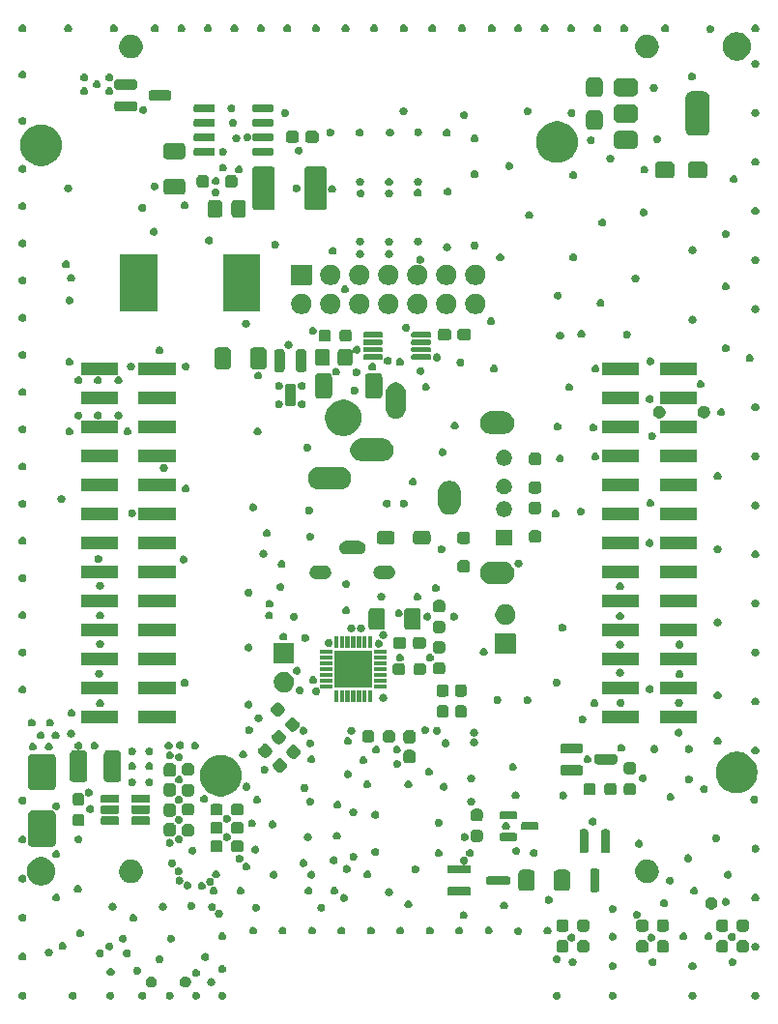
<source format=gbr>
%TF.GenerationSoftware,KiCad,Pcbnew,9.0.5*%
%TF.CreationDate,2026-01-12T16:44:52+01:00*%
%TF.ProjectId,ZumoComSystem,5a756d6f-436f-46d5-9379-7374656d2e6b,V1.2*%
%TF.SameCoordinates,Original*%
%TF.FileFunction,Soldermask,Bot*%
%TF.FilePolarity,Negative*%
%FSLAX45Y45*%
G04 Gerber Fmt 4.5, Leading zero omitted, Abs format (unit mm)*
G04 Created by KiCad (PCBNEW 9.0.5) date 2026-01-12 16:44:52*
%MOMM*%
%LPD*%
G01*
G04 APERTURE LIST*
G04 APERTURE END LIST*
G36*
X11503394Y-14327664D02*
G01*
X11511307Y-14332233D01*
X11517767Y-14338693D01*
X11522336Y-14346606D01*
X11524701Y-14355432D01*
X11524701Y-14364568D01*
X11522336Y-14373394D01*
X11517767Y-14381307D01*
X11511307Y-14387767D01*
X11503394Y-14392336D01*
X11494568Y-14394701D01*
X11485432Y-14394701D01*
X11476606Y-14392336D01*
X11468693Y-14387767D01*
X11462233Y-14381307D01*
X11457664Y-14373394D01*
X11455299Y-14364568D01*
X11455299Y-14355432D01*
X11457664Y-14346606D01*
X11462233Y-14338693D01*
X11468693Y-14332233D01*
X11476606Y-14327664D01*
X11485432Y-14325299D01*
X11494568Y-14325299D01*
X11503394Y-14327664D01*
G37*
G36*
X11943394Y-14327664D02*
G01*
X11951307Y-14332233D01*
X11957767Y-14338693D01*
X11962336Y-14346606D01*
X11964701Y-14355432D01*
X11964701Y-14364568D01*
X11962336Y-14373394D01*
X11957767Y-14381307D01*
X11951307Y-14387767D01*
X11943394Y-14392336D01*
X11934568Y-14394701D01*
X11925432Y-14394701D01*
X11916606Y-14392336D01*
X11908693Y-14387767D01*
X11902233Y-14381307D01*
X11897664Y-14373394D01*
X11895299Y-14364568D01*
X11895299Y-14355432D01*
X11897664Y-14346606D01*
X11902233Y-14338693D01*
X11908693Y-14332233D01*
X11916606Y-14327664D01*
X11925432Y-14325299D01*
X11934568Y-14325299D01*
X11943394Y-14327664D01*
G37*
G36*
X12273394Y-14327664D02*
G01*
X12281307Y-14332233D01*
X12287767Y-14338693D01*
X12292336Y-14346606D01*
X12294701Y-14355432D01*
X12294701Y-14364568D01*
X12292336Y-14373394D01*
X12287767Y-14381307D01*
X12281307Y-14387767D01*
X12273394Y-14392336D01*
X12264568Y-14394701D01*
X12255432Y-14394701D01*
X12246606Y-14392336D01*
X12238693Y-14387767D01*
X12232233Y-14381307D01*
X12227664Y-14373394D01*
X12225299Y-14364568D01*
X12225299Y-14355432D01*
X12227664Y-14346606D01*
X12232233Y-14338693D01*
X12238693Y-14332233D01*
X12246606Y-14327664D01*
X12255432Y-14325299D01*
X12264568Y-14325299D01*
X12273394Y-14327664D01*
G37*
G36*
X12553394Y-14327664D02*
G01*
X12561307Y-14332233D01*
X12567767Y-14338693D01*
X12572336Y-14346606D01*
X12574701Y-14355432D01*
X12574701Y-14364568D01*
X12572336Y-14373394D01*
X12567767Y-14381307D01*
X12561307Y-14387767D01*
X12553394Y-14392336D01*
X12544568Y-14394701D01*
X12535432Y-14394701D01*
X12526606Y-14392336D01*
X12518693Y-14387767D01*
X12512233Y-14381307D01*
X12507664Y-14373394D01*
X12505299Y-14364568D01*
X12505299Y-14355432D01*
X12507664Y-14346606D01*
X12512233Y-14338693D01*
X12518693Y-14332233D01*
X12526606Y-14327664D01*
X12535432Y-14325299D01*
X12544568Y-14325299D01*
X12553394Y-14327664D01*
G37*
G36*
X12793394Y-14327664D02*
G01*
X12801307Y-14332233D01*
X12807767Y-14338693D01*
X12812336Y-14346606D01*
X12814701Y-14355432D01*
X12814701Y-14364568D01*
X12812336Y-14373394D01*
X12807767Y-14381307D01*
X12801307Y-14387767D01*
X12793394Y-14392336D01*
X12784568Y-14394701D01*
X12775432Y-14394701D01*
X12766606Y-14392336D01*
X12758693Y-14387767D01*
X12752233Y-14381307D01*
X12747664Y-14373394D01*
X12745299Y-14364568D01*
X12745299Y-14355432D01*
X12747664Y-14346606D01*
X12752233Y-14338693D01*
X12758693Y-14332233D01*
X12766606Y-14327664D01*
X12775432Y-14325299D01*
X12784568Y-14325299D01*
X12793394Y-14327664D01*
G37*
G36*
X13023394Y-14327664D02*
G01*
X13031307Y-14332233D01*
X13037767Y-14338693D01*
X13042336Y-14346606D01*
X13044701Y-14355432D01*
X13044701Y-14364568D01*
X13042336Y-14373394D01*
X13037767Y-14381307D01*
X13031307Y-14387767D01*
X13023394Y-14392336D01*
X13014568Y-14394701D01*
X13005432Y-14394701D01*
X12996606Y-14392336D01*
X12988693Y-14387767D01*
X12982233Y-14381307D01*
X12977664Y-14373394D01*
X12975299Y-14364568D01*
X12975299Y-14355432D01*
X12977664Y-14346606D01*
X12982233Y-14338693D01*
X12988693Y-14332233D01*
X12996606Y-14327664D01*
X13005432Y-14325299D01*
X13014568Y-14325299D01*
X13023394Y-14327664D01*
G37*
G36*
X13253394Y-14327664D02*
G01*
X13261307Y-14332233D01*
X13267767Y-14338693D01*
X13272336Y-14346606D01*
X13274701Y-14355432D01*
X13274701Y-14364568D01*
X13272336Y-14373394D01*
X13267767Y-14381307D01*
X13261307Y-14387767D01*
X13253394Y-14392336D01*
X13244568Y-14394701D01*
X13235432Y-14394701D01*
X13226606Y-14392336D01*
X13218693Y-14387767D01*
X13212233Y-14381307D01*
X13207664Y-14373394D01*
X13205299Y-14364568D01*
X13205299Y-14355432D01*
X13207664Y-14346606D01*
X13212233Y-14338693D01*
X13218693Y-14332233D01*
X13226606Y-14327664D01*
X13235432Y-14325299D01*
X13244568Y-14325299D01*
X13253394Y-14327664D01*
G37*
G36*
X16183394Y-14327664D02*
G01*
X16191307Y-14332233D01*
X16197767Y-14338693D01*
X16202336Y-14346606D01*
X16204701Y-14355432D01*
X16204701Y-14364568D01*
X16202336Y-14373394D01*
X16197767Y-14381307D01*
X16191307Y-14387767D01*
X16183394Y-14392336D01*
X16174568Y-14394701D01*
X16165432Y-14394701D01*
X16156606Y-14392336D01*
X16148693Y-14387767D01*
X16142233Y-14381307D01*
X16137664Y-14373394D01*
X16135299Y-14364568D01*
X16135299Y-14355432D01*
X16137664Y-14346606D01*
X16142233Y-14338693D01*
X16148693Y-14332233D01*
X16156606Y-14327664D01*
X16165432Y-14325299D01*
X16174568Y-14325299D01*
X16183394Y-14327664D01*
G37*
G36*
X16673394Y-14327664D02*
G01*
X16681307Y-14332233D01*
X16687767Y-14338693D01*
X16692336Y-14346606D01*
X16694701Y-14355432D01*
X16694701Y-14364568D01*
X16692336Y-14373394D01*
X16687767Y-14381307D01*
X16681307Y-14387767D01*
X16673394Y-14392336D01*
X16664568Y-14394701D01*
X16655432Y-14394701D01*
X16646606Y-14392336D01*
X16638693Y-14387767D01*
X16632233Y-14381307D01*
X16627664Y-14373394D01*
X16625299Y-14364568D01*
X16625299Y-14355432D01*
X16627664Y-14346606D01*
X16632233Y-14338693D01*
X16638693Y-14332233D01*
X16646606Y-14327664D01*
X16655432Y-14325299D01*
X16664568Y-14325299D01*
X16673394Y-14327664D01*
G37*
G36*
X17373394Y-14327664D02*
G01*
X17381307Y-14332233D01*
X17387767Y-14338693D01*
X17392336Y-14346606D01*
X17394701Y-14355432D01*
X17394701Y-14364568D01*
X17392336Y-14373394D01*
X17387767Y-14381307D01*
X17381307Y-14387767D01*
X17373394Y-14392336D01*
X17364568Y-14394701D01*
X17355432Y-14394701D01*
X17346606Y-14392336D01*
X17338693Y-14387767D01*
X17332233Y-14381307D01*
X17327664Y-14373394D01*
X17325299Y-14364568D01*
X17325299Y-14355432D01*
X17327664Y-14346606D01*
X17332233Y-14338693D01*
X17338693Y-14332233D01*
X17346606Y-14327664D01*
X17355432Y-14325299D01*
X17364568Y-14325299D01*
X17373394Y-14327664D01*
G37*
G36*
X17923394Y-14327664D02*
G01*
X17931307Y-14332233D01*
X17937767Y-14338693D01*
X17942336Y-14346606D01*
X17944701Y-14355432D01*
X17944701Y-14364568D01*
X17942336Y-14373394D01*
X17937767Y-14381307D01*
X17931307Y-14387767D01*
X17923394Y-14392336D01*
X17914568Y-14394701D01*
X17905432Y-14394701D01*
X17896606Y-14392336D01*
X17888693Y-14387767D01*
X17882233Y-14381307D01*
X17877664Y-14373394D01*
X17875299Y-14364568D01*
X17875299Y-14355432D01*
X17877664Y-14346606D01*
X17882233Y-14338693D01*
X17888693Y-14332233D01*
X17896606Y-14327664D01*
X17905432Y-14325299D01*
X17914568Y-14325299D01*
X17923394Y-14327664D01*
G37*
G36*
X12636634Y-14193806D02*
G01*
X12647938Y-14200332D01*
X12657168Y-14209562D01*
X12663694Y-14220866D01*
X12667072Y-14233474D01*
X12667072Y-14246526D01*
X12663694Y-14259134D01*
X12657168Y-14270438D01*
X12647938Y-14279668D01*
X12636634Y-14286194D01*
X12624026Y-14289572D01*
X12610974Y-14289572D01*
X12598366Y-14286194D01*
X12587062Y-14279668D01*
X12577832Y-14270438D01*
X12571306Y-14259134D01*
X12567928Y-14246526D01*
X12567928Y-14233474D01*
X12571306Y-14220866D01*
X12577832Y-14209562D01*
X12587062Y-14200332D01*
X12598366Y-14193806D01*
X12610974Y-14190428D01*
X12624026Y-14190428D01*
X12636634Y-14193806D01*
G37*
G36*
X12936634Y-14193806D02*
G01*
X12947938Y-14200332D01*
X12957168Y-14209562D01*
X12963694Y-14220866D01*
X12967072Y-14233474D01*
X12967072Y-14246526D01*
X12963694Y-14259134D01*
X12957168Y-14270438D01*
X12947938Y-14279668D01*
X12936634Y-14286194D01*
X12924026Y-14289572D01*
X12910974Y-14289572D01*
X12898366Y-14286194D01*
X12887062Y-14279668D01*
X12877832Y-14270438D01*
X12871306Y-14259134D01*
X12867928Y-14246526D01*
X12867928Y-14233474D01*
X12871306Y-14220866D01*
X12877832Y-14209562D01*
X12887062Y-14200332D01*
X12898366Y-14193806D01*
X12910974Y-14190428D01*
X12924026Y-14190428D01*
X12936634Y-14193806D01*
G37*
G36*
X13156394Y-14207664D02*
G01*
X13164307Y-14212233D01*
X13170767Y-14218693D01*
X13175336Y-14226606D01*
X13177701Y-14235432D01*
X13177701Y-14244568D01*
X13175336Y-14253394D01*
X13170767Y-14261307D01*
X13164307Y-14267767D01*
X13156394Y-14272336D01*
X13147568Y-14274701D01*
X13138432Y-14274701D01*
X13129606Y-14272336D01*
X13121693Y-14267767D01*
X13115233Y-14261307D01*
X13110664Y-14253394D01*
X13108299Y-14244568D01*
X13108299Y-14235432D01*
X13110664Y-14226606D01*
X13115233Y-14218693D01*
X13121693Y-14212233D01*
X13129606Y-14207664D01*
X13138432Y-14205299D01*
X13147568Y-14205299D01*
X13156394Y-14207664D01*
G37*
G36*
X13023394Y-14127664D02*
G01*
X13031307Y-14132233D01*
X13037767Y-14138693D01*
X13042336Y-14146606D01*
X13044701Y-14155432D01*
X13044701Y-14164568D01*
X13042336Y-14173394D01*
X13037767Y-14181307D01*
X13031307Y-14187767D01*
X13023394Y-14192336D01*
X13014568Y-14194701D01*
X13005432Y-14194701D01*
X12996606Y-14192336D01*
X12988693Y-14187767D01*
X12982233Y-14181307D01*
X12977664Y-14173394D01*
X12975299Y-14164568D01*
X12975299Y-14155432D01*
X12977664Y-14146606D01*
X12982233Y-14138693D01*
X12988693Y-14132233D01*
X12996606Y-14127664D01*
X13005432Y-14125299D01*
X13014568Y-14125299D01*
X13023394Y-14127664D01*
G37*
G36*
X12275394Y-14119214D02*
G01*
X12283307Y-14123783D01*
X12289767Y-14130243D01*
X12294336Y-14138156D01*
X12296701Y-14146982D01*
X12296701Y-14156118D01*
X12294336Y-14164944D01*
X12289767Y-14172857D01*
X12283307Y-14179317D01*
X12275394Y-14183886D01*
X12266568Y-14186251D01*
X12257432Y-14186251D01*
X12248606Y-14183886D01*
X12240693Y-14179317D01*
X12234233Y-14172857D01*
X12229664Y-14164944D01*
X12227299Y-14156118D01*
X12227299Y-14146982D01*
X12229664Y-14138156D01*
X12234233Y-14130243D01*
X12240693Y-14123783D01*
X12248606Y-14119214D01*
X12257432Y-14116849D01*
X12266568Y-14116849D01*
X12275394Y-14119214D01*
G37*
G36*
X12508394Y-14107664D02*
G01*
X12516307Y-14112233D01*
X12522767Y-14118693D01*
X12527336Y-14126606D01*
X12529701Y-14135432D01*
X12529701Y-14144568D01*
X12527336Y-14153394D01*
X12522767Y-14161307D01*
X12516307Y-14167767D01*
X12508394Y-14172336D01*
X12499568Y-14174701D01*
X12490432Y-14174701D01*
X12481606Y-14172336D01*
X12473693Y-14167767D01*
X12467233Y-14161307D01*
X12462664Y-14153394D01*
X12460299Y-14144568D01*
X12460299Y-14135432D01*
X12462664Y-14126606D01*
X12467233Y-14118693D01*
X12473693Y-14112233D01*
X12481606Y-14107664D01*
X12490432Y-14105299D01*
X12499568Y-14105299D01*
X12508394Y-14107664D01*
G37*
G36*
X13253394Y-14093664D02*
G01*
X13261307Y-14098233D01*
X13267767Y-14104693D01*
X13272336Y-14112606D01*
X13274701Y-14121432D01*
X13274701Y-14130568D01*
X13272336Y-14139394D01*
X13267767Y-14147307D01*
X13261307Y-14153767D01*
X13253394Y-14158336D01*
X13244568Y-14160701D01*
X13235432Y-14160701D01*
X13226606Y-14158336D01*
X13218693Y-14153767D01*
X13212233Y-14147307D01*
X13207664Y-14139394D01*
X13205299Y-14130568D01*
X13205299Y-14121432D01*
X13207664Y-14112606D01*
X13212233Y-14104693D01*
X13218693Y-14098233D01*
X13226606Y-14093664D01*
X13235432Y-14091299D01*
X13244568Y-14091299D01*
X13253394Y-14093664D01*
G37*
G36*
X16673394Y-14067664D02*
G01*
X16681307Y-14072233D01*
X16687767Y-14078693D01*
X16692336Y-14086606D01*
X16694701Y-14095432D01*
X16694701Y-14104568D01*
X16692336Y-14113394D01*
X16687767Y-14121307D01*
X16681307Y-14127767D01*
X16673394Y-14132336D01*
X16664568Y-14134701D01*
X16655432Y-14134701D01*
X16646606Y-14132336D01*
X16638693Y-14127767D01*
X16632233Y-14121307D01*
X16627664Y-14113394D01*
X16625299Y-14104568D01*
X16625299Y-14095432D01*
X16627664Y-14086606D01*
X16632233Y-14078693D01*
X16638693Y-14072233D01*
X16646606Y-14067664D01*
X16655432Y-14065299D01*
X16664568Y-14065299D01*
X16673394Y-14067664D01*
G37*
G36*
X17373394Y-14067664D02*
G01*
X17381307Y-14072233D01*
X17387767Y-14078693D01*
X17392336Y-14086606D01*
X17394701Y-14095432D01*
X17394701Y-14104568D01*
X17392336Y-14113394D01*
X17387767Y-14121307D01*
X17381307Y-14127767D01*
X17373394Y-14132336D01*
X17364568Y-14134701D01*
X17355432Y-14134701D01*
X17346606Y-14132336D01*
X17338693Y-14127767D01*
X17332233Y-14121307D01*
X17327664Y-14113394D01*
X17325299Y-14104568D01*
X17325299Y-14095432D01*
X17327664Y-14086606D01*
X17332233Y-14078693D01*
X17338693Y-14072233D01*
X17346606Y-14067664D01*
X17355432Y-14065299D01*
X17364568Y-14065299D01*
X17373394Y-14067664D01*
G37*
G36*
X16323394Y-14032664D02*
G01*
X16331307Y-14037233D01*
X16337767Y-14043693D01*
X16342336Y-14051606D01*
X16344701Y-14060432D01*
X16344701Y-14069568D01*
X16342336Y-14078394D01*
X16337767Y-14086307D01*
X16331307Y-14092767D01*
X16323394Y-14097336D01*
X16314568Y-14099701D01*
X16305432Y-14099701D01*
X16296606Y-14097336D01*
X16288693Y-14092767D01*
X16282233Y-14086307D01*
X16277664Y-14078394D01*
X16275299Y-14069568D01*
X16275299Y-14060432D01*
X16277664Y-14051606D01*
X16282233Y-14043693D01*
X16288693Y-14037233D01*
X16296606Y-14032664D01*
X16305432Y-14030299D01*
X16314568Y-14030299D01*
X16323394Y-14032664D01*
G37*
G36*
X17023394Y-14032664D02*
G01*
X17031307Y-14037233D01*
X17037767Y-14043693D01*
X17042336Y-14051606D01*
X17044701Y-14060432D01*
X17044701Y-14069568D01*
X17042336Y-14078394D01*
X17037767Y-14086307D01*
X17031307Y-14092767D01*
X17023394Y-14097336D01*
X17014568Y-14099701D01*
X17005432Y-14099701D01*
X16996606Y-14097336D01*
X16988693Y-14092767D01*
X16982233Y-14086307D01*
X16977664Y-14078394D01*
X16975299Y-14069568D01*
X16975299Y-14060432D01*
X16977664Y-14051606D01*
X16982233Y-14043693D01*
X16988693Y-14037233D01*
X16996606Y-14032664D01*
X17005432Y-14030299D01*
X17014568Y-14030299D01*
X17023394Y-14032664D01*
G37*
G36*
X17723394Y-14032664D02*
G01*
X17731307Y-14037233D01*
X17737767Y-14043693D01*
X17742336Y-14051606D01*
X17744701Y-14060432D01*
X17744701Y-14069568D01*
X17742336Y-14078394D01*
X17737767Y-14086307D01*
X17731307Y-14092767D01*
X17723394Y-14097336D01*
X17714568Y-14099701D01*
X17705432Y-14099701D01*
X17696606Y-14097336D01*
X17688693Y-14092767D01*
X17682233Y-14086307D01*
X17677664Y-14078394D01*
X17675299Y-14069568D01*
X17675299Y-14060432D01*
X17677664Y-14051606D01*
X17682233Y-14043693D01*
X17688693Y-14037233D01*
X17696606Y-14032664D01*
X17705432Y-14030299D01*
X17714568Y-14030299D01*
X17723394Y-14032664D01*
G37*
G36*
X12703394Y-14007664D02*
G01*
X12711307Y-14012233D01*
X12717767Y-14018693D01*
X12722336Y-14026606D01*
X12724701Y-14035432D01*
X12724701Y-14044568D01*
X12722336Y-14053394D01*
X12717767Y-14061307D01*
X12711307Y-14067767D01*
X12703394Y-14072336D01*
X12694568Y-14074701D01*
X12685432Y-14074701D01*
X12676606Y-14072336D01*
X12668693Y-14067767D01*
X12662233Y-14061307D01*
X12657664Y-14053394D01*
X12655299Y-14044568D01*
X12655299Y-14035432D01*
X12657664Y-14026606D01*
X12662233Y-14018693D01*
X12668693Y-14012233D01*
X12676606Y-14007664D01*
X12685432Y-14005299D01*
X12694568Y-14005299D01*
X12703394Y-14007664D01*
G37*
G36*
X16183394Y-14007664D02*
G01*
X16191307Y-14012233D01*
X16197767Y-14018693D01*
X16202336Y-14026606D01*
X16204701Y-14035432D01*
X16204701Y-14044568D01*
X16202336Y-14053394D01*
X16197767Y-14061307D01*
X16191307Y-14067767D01*
X16183394Y-14072336D01*
X16174568Y-14074701D01*
X16165432Y-14074701D01*
X16156606Y-14072336D01*
X16148693Y-14067767D01*
X16142233Y-14061307D01*
X16137664Y-14053394D01*
X16135299Y-14044568D01*
X16135299Y-14035432D01*
X16137664Y-14026606D01*
X16142233Y-14018693D01*
X16148693Y-14012233D01*
X16156606Y-14007664D01*
X16165432Y-14005299D01*
X16174568Y-14005299D01*
X16183394Y-14007664D01*
G37*
G36*
X13103394Y-13987664D02*
G01*
X13111307Y-13992233D01*
X13117767Y-13998693D01*
X13122336Y-14006606D01*
X13124701Y-14015432D01*
X13124701Y-14024568D01*
X13122336Y-14033394D01*
X13117767Y-14041307D01*
X13111307Y-14047767D01*
X13103394Y-14052336D01*
X13094568Y-14054701D01*
X13085432Y-14054701D01*
X13076606Y-14052336D01*
X13068693Y-14047767D01*
X13062233Y-14041307D01*
X13057664Y-14033394D01*
X13055299Y-14024568D01*
X13055299Y-14015432D01*
X13057664Y-14006606D01*
X13062233Y-13998693D01*
X13068693Y-13992233D01*
X13076606Y-13987664D01*
X13085432Y-13985299D01*
X13094568Y-13985299D01*
X13103394Y-13987664D01*
G37*
G36*
X11503394Y-13985664D02*
G01*
X11511307Y-13990233D01*
X11517767Y-13996693D01*
X11522336Y-14004606D01*
X11524701Y-14013432D01*
X11524701Y-14022568D01*
X11522336Y-14031394D01*
X11517767Y-14039307D01*
X11511307Y-14045767D01*
X11503394Y-14050336D01*
X11494568Y-14052701D01*
X11485432Y-14052701D01*
X11476606Y-14050336D01*
X11468693Y-14045767D01*
X11462233Y-14039307D01*
X11457664Y-14031394D01*
X11455299Y-14022568D01*
X11455299Y-14013432D01*
X11457664Y-14004606D01*
X11462233Y-13996693D01*
X11468693Y-13990233D01*
X11476606Y-13985664D01*
X11485432Y-13983299D01*
X11494568Y-13983299D01*
X11503394Y-13985664D01*
G37*
G36*
X12181394Y-13955214D02*
G01*
X12189307Y-13959783D01*
X12195767Y-13966243D01*
X12200336Y-13974156D01*
X12202701Y-13982982D01*
X12202701Y-13992118D01*
X12200336Y-14000944D01*
X12195767Y-14008857D01*
X12189307Y-14015317D01*
X12181394Y-14019886D01*
X12172568Y-14022251D01*
X12163432Y-14022251D01*
X12154606Y-14019886D01*
X12146693Y-14015317D01*
X12140233Y-14008857D01*
X12135664Y-14000944D01*
X12133299Y-13992118D01*
X12133299Y-13982982D01*
X12135664Y-13974156D01*
X12140233Y-13966243D01*
X12146693Y-13959783D01*
X12154606Y-13955214D01*
X12163432Y-13952849D01*
X12172568Y-13952849D01*
X12181394Y-13955214D01*
G37*
G36*
X12417394Y-13955214D02*
G01*
X12425307Y-13959783D01*
X12431767Y-13966243D01*
X12436336Y-13974156D01*
X12438701Y-13982982D01*
X12438701Y-13992118D01*
X12436336Y-14000944D01*
X12431767Y-14008857D01*
X12425307Y-14015317D01*
X12417394Y-14019886D01*
X12408568Y-14022251D01*
X12399432Y-14022251D01*
X12390606Y-14019886D01*
X12382693Y-14015317D01*
X12376233Y-14008857D01*
X12371664Y-14000944D01*
X12369299Y-13992118D01*
X12369299Y-13982982D01*
X12371664Y-13974156D01*
X12376233Y-13966243D01*
X12382693Y-13959783D01*
X12390606Y-13955214D01*
X12399432Y-13952849D01*
X12408568Y-13952849D01*
X12417394Y-13955214D01*
G37*
G36*
X11733394Y-13947664D02*
G01*
X11741307Y-13952233D01*
X11747767Y-13958693D01*
X11752336Y-13966606D01*
X11754701Y-13975432D01*
X11754701Y-13984568D01*
X11752336Y-13993394D01*
X11747767Y-14001307D01*
X11741307Y-14007767D01*
X11733394Y-14012336D01*
X11724568Y-14014701D01*
X11715432Y-14014701D01*
X11706606Y-14012336D01*
X11698693Y-14007767D01*
X11692233Y-14001307D01*
X11687664Y-13993394D01*
X11685299Y-13984568D01*
X11685299Y-13975432D01*
X11687664Y-13966606D01*
X11692233Y-13958693D01*
X11698693Y-13952233D01*
X11706606Y-13947664D01*
X11715432Y-13945299D01*
X11724568Y-13945299D01*
X11733394Y-13947664D01*
G37*
G36*
X16250332Y-13875764D02*
G01*
X16250803Y-13875972D01*
X16251069Y-13876007D01*
X16254398Y-13877559D01*
X16259998Y-13880031D01*
X16267469Y-13887502D01*
X16269942Y-13893103D01*
X16271493Y-13896430D01*
X16271528Y-13896696D01*
X16271736Y-13897168D01*
X16272500Y-13903750D01*
X16272500Y-13953750D01*
X16271736Y-13960332D01*
X16271528Y-13960804D01*
X16271493Y-13961069D01*
X16269943Y-13964394D01*
X16267469Y-13969998D01*
X16259998Y-13977469D01*
X16254395Y-13979942D01*
X16251069Y-13981493D01*
X16250804Y-13981528D01*
X16250332Y-13981736D01*
X16243750Y-13982500D01*
X16196250Y-13982500D01*
X16189668Y-13981736D01*
X16189196Y-13981528D01*
X16188930Y-13981493D01*
X16185604Y-13979942D01*
X16180002Y-13977469D01*
X16172531Y-13969998D01*
X16170059Y-13964399D01*
X16168507Y-13961069D01*
X16168472Y-13960803D01*
X16168264Y-13960332D01*
X16167500Y-13953750D01*
X16167500Y-13903750D01*
X16168264Y-13897168D01*
X16168472Y-13896697D01*
X16168507Y-13896430D01*
X16170059Y-13893100D01*
X16172531Y-13887502D01*
X16180002Y-13880031D01*
X16185599Y-13877560D01*
X16188930Y-13876007D01*
X16189197Y-13875972D01*
X16189668Y-13875764D01*
X16196250Y-13875000D01*
X16243750Y-13875000D01*
X16250332Y-13875764D01*
G37*
G36*
X16432832Y-13875764D02*
G01*
X16433303Y-13875972D01*
X16433569Y-13876007D01*
X16436898Y-13877559D01*
X16442498Y-13880031D01*
X16449969Y-13887502D01*
X16452442Y-13893103D01*
X16453993Y-13896430D01*
X16454028Y-13896696D01*
X16454236Y-13897168D01*
X16455000Y-13903750D01*
X16455000Y-13953750D01*
X16454236Y-13960332D01*
X16454028Y-13960804D01*
X16453993Y-13961069D01*
X16452443Y-13964394D01*
X16449969Y-13969998D01*
X16442498Y-13977469D01*
X16436895Y-13979942D01*
X16433569Y-13981493D01*
X16433304Y-13981528D01*
X16432832Y-13981736D01*
X16426250Y-13982500D01*
X16378750Y-13982500D01*
X16372168Y-13981736D01*
X16371696Y-13981528D01*
X16371430Y-13981493D01*
X16368104Y-13979942D01*
X16362502Y-13977469D01*
X16355031Y-13969998D01*
X16352559Y-13964399D01*
X16351007Y-13961069D01*
X16350972Y-13960803D01*
X16350764Y-13960332D01*
X16350000Y-13953750D01*
X16350000Y-13903750D01*
X16350764Y-13897168D01*
X16350972Y-13896697D01*
X16351007Y-13896430D01*
X16352559Y-13893100D01*
X16355031Y-13887502D01*
X16362502Y-13880031D01*
X16368099Y-13877560D01*
X16371430Y-13876007D01*
X16371697Y-13875972D01*
X16372168Y-13875764D01*
X16378750Y-13875000D01*
X16426250Y-13875000D01*
X16432832Y-13875764D01*
G37*
G36*
X16950332Y-13875764D02*
G01*
X16950803Y-13875972D01*
X16951069Y-13876007D01*
X16954398Y-13877559D01*
X16959998Y-13880031D01*
X16967469Y-13887502D01*
X16969942Y-13893103D01*
X16971493Y-13896430D01*
X16971528Y-13896696D01*
X16971736Y-13897168D01*
X16972500Y-13903750D01*
X16972500Y-13953750D01*
X16971736Y-13960332D01*
X16971528Y-13960804D01*
X16971493Y-13961069D01*
X16969943Y-13964394D01*
X16967469Y-13969998D01*
X16959998Y-13977469D01*
X16954395Y-13979942D01*
X16951070Y-13981493D01*
X16950804Y-13981528D01*
X16950332Y-13981736D01*
X16943750Y-13982500D01*
X16896250Y-13982500D01*
X16889668Y-13981736D01*
X16889196Y-13981528D01*
X16888931Y-13981493D01*
X16885604Y-13979942D01*
X16880002Y-13977469D01*
X16872531Y-13969998D01*
X16870059Y-13964399D01*
X16868507Y-13961069D01*
X16868472Y-13960803D01*
X16868264Y-13960332D01*
X16867500Y-13953750D01*
X16867500Y-13903750D01*
X16868264Y-13897168D01*
X16868472Y-13896697D01*
X16868507Y-13896430D01*
X16870060Y-13893100D01*
X16872531Y-13887502D01*
X16880002Y-13880031D01*
X16885599Y-13877560D01*
X16888930Y-13876007D01*
X16889197Y-13875972D01*
X16889668Y-13875764D01*
X16896250Y-13875000D01*
X16943750Y-13875000D01*
X16950332Y-13875764D01*
G37*
G36*
X17130332Y-13875764D02*
G01*
X17130803Y-13875972D01*
X17131069Y-13876007D01*
X17134398Y-13877559D01*
X17139998Y-13880031D01*
X17147469Y-13887502D01*
X17149942Y-13893103D01*
X17151493Y-13896430D01*
X17151528Y-13896696D01*
X17151736Y-13897168D01*
X17152500Y-13903750D01*
X17152500Y-13953750D01*
X17151736Y-13960332D01*
X17151528Y-13960804D01*
X17151493Y-13961069D01*
X17149943Y-13964394D01*
X17147469Y-13969998D01*
X17139998Y-13977469D01*
X17134395Y-13979942D01*
X17131070Y-13981493D01*
X17130804Y-13981528D01*
X17130332Y-13981736D01*
X17123750Y-13982500D01*
X17076250Y-13982500D01*
X17069668Y-13981736D01*
X17069196Y-13981528D01*
X17068931Y-13981493D01*
X17065604Y-13979942D01*
X17060002Y-13977469D01*
X17052531Y-13969998D01*
X17050059Y-13964399D01*
X17048507Y-13961069D01*
X17048472Y-13960803D01*
X17048264Y-13960332D01*
X17047500Y-13953750D01*
X17047500Y-13903750D01*
X17048264Y-13897168D01*
X17048472Y-13896697D01*
X17048507Y-13896430D01*
X17050060Y-13893100D01*
X17052531Y-13887502D01*
X17060002Y-13880031D01*
X17065599Y-13877560D01*
X17068930Y-13876007D01*
X17069197Y-13875972D01*
X17069668Y-13875764D01*
X17076250Y-13875000D01*
X17123750Y-13875000D01*
X17130332Y-13875764D01*
G37*
G36*
X17650332Y-13875764D02*
G01*
X17650803Y-13875972D01*
X17651069Y-13876007D01*
X17654398Y-13877559D01*
X17659998Y-13880031D01*
X17667469Y-13887502D01*
X17669942Y-13893103D01*
X17671493Y-13896430D01*
X17671528Y-13896696D01*
X17671736Y-13897168D01*
X17672500Y-13903750D01*
X17672500Y-13953750D01*
X17671736Y-13960332D01*
X17671528Y-13960804D01*
X17671493Y-13961069D01*
X17669943Y-13964394D01*
X17667469Y-13969998D01*
X17659998Y-13977469D01*
X17654395Y-13979942D01*
X17651070Y-13981493D01*
X17650804Y-13981528D01*
X17650332Y-13981736D01*
X17643750Y-13982500D01*
X17596250Y-13982500D01*
X17589668Y-13981736D01*
X17589196Y-13981528D01*
X17588931Y-13981493D01*
X17585604Y-13979942D01*
X17580002Y-13977469D01*
X17572531Y-13969998D01*
X17570059Y-13964399D01*
X17568507Y-13961069D01*
X17568472Y-13960803D01*
X17568264Y-13960332D01*
X17567500Y-13953750D01*
X17567500Y-13903750D01*
X17568264Y-13897168D01*
X17568472Y-13896697D01*
X17568507Y-13896430D01*
X17570060Y-13893100D01*
X17572531Y-13887502D01*
X17580002Y-13880031D01*
X17585599Y-13877560D01*
X17588930Y-13876007D01*
X17589197Y-13875972D01*
X17589668Y-13875764D01*
X17596250Y-13875000D01*
X17643750Y-13875000D01*
X17650332Y-13875764D01*
G37*
G36*
X17830332Y-13875764D02*
G01*
X17830803Y-13875972D01*
X17831069Y-13876007D01*
X17834398Y-13877559D01*
X17839998Y-13880031D01*
X17847469Y-13887502D01*
X17849942Y-13893103D01*
X17851493Y-13896430D01*
X17851528Y-13896696D01*
X17851736Y-13897168D01*
X17852500Y-13903750D01*
X17852500Y-13953750D01*
X17851736Y-13960332D01*
X17851528Y-13960804D01*
X17851493Y-13961069D01*
X17849943Y-13964394D01*
X17847469Y-13969998D01*
X17839998Y-13977469D01*
X17834395Y-13979942D01*
X17831070Y-13981493D01*
X17830804Y-13981528D01*
X17830332Y-13981736D01*
X17823750Y-13982500D01*
X17776250Y-13982500D01*
X17769668Y-13981736D01*
X17769196Y-13981528D01*
X17768931Y-13981493D01*
X17765604Y-13979942D01*
X17760002Y-13977469D01*
X17752531Y-13969998D01*
X17750059Y-13964399D01*
X17748507Y-13961069D01*
X17748472Y-13960803D01*
X17748264Y-13960332D01*
X17747500Y-13953750D01*
X17747500Y-13903750D01*
X17748264Y-13897168D01*
X17748472Y-13896697D01*
X17748507Y-13896430D01*
X17750060Y-13893100D01*
X17752531Y-13887502D01*
X17760002Y-13880031D01*
X17765599Y-13877560D01*
X17768930Y-13876007D01*
X17769197Y-13875972D01*
X17769668Y-13875764D01*
X17776250Y-13875000D01*
X17823750Y-13875000D01*
X17830332Y-13875764D01*
G37*
G36*
X17923394Y-13898189D02*
G01*
X17931307Y-13902757D01*
X17937767Y-13909218D01*
X17942336Y-13917131D01*
X17944701Y-13925956D01*
X17944701Y-13935093D01*
X17942336Y-13943919D01*
X17937767Y-13951831D01*
X17931307Y-13958292D01*
X17923394Y-13962861D01*
X17914568Y-13965225D01*
X17905432Y-13965225D01*
X17896606Y-13962861D01*
X17888693Y-13958292D01*
X17882233Y-13951831D01*
X17877664Y-13943919D01*
X17875299Y-13935093D01*
X17875299Y-13925956D01*
X17877664Y-13917131D01*
X17882233Y-13909218D01*
X17888693Y-13902757D01*
X17896606Y-13898189D01*
X17905432Y-13895824D01*
X17914568Y-13895824D01*
X17923394Y-13898189D01*
G37*
G36*
X12263644Y-13895414D02*
G01*
X12271557Y-13899983D01*
X12278017Y-13906443D01*
X12282586Y-13914356D01*
X12284951Y-13923182D01*
X12284951Y-13932318D01*
X12282586Y-13941144D01*
X12278017Y-13949057D01*
X12271557Y-13955517D01*
X12263644Y-13960086D01*
X12254818Y-13962451D01*
X12245682Y-13962451D01*
X12236856Y-13960086D01*
X12228943Y-13955517D01*
X12222483Y-13949057D01*
X12217914Y-13941144D01*
X12215549Y-13932318D01*
X12215549Y-13923182D01*
X12217914Y-13914356D01*
X12222483Y-13906443D01*
X12228943Y-13899983D01*
X12236856Y-13895414D01*
X12245682Y-13893049D01*
X12254818Y-13893049D01*
X12263644Y-13895414D01*
G37*
G36*
X11853394Y-13892664D02*
G01*
X11861307Y-13897233D01*
X11867767Y-13903693D01*
X11872336Y-13911606D01*
X11874701Y-13920432D01*
X11874701Y-13929568D01*
X11872336Y-13938394D01*
X11867767Y-13946307D01*
X11861307Y-13952767D01*
X11853394Y-13957336D01*
X11844568Y-13959701D01*
X11835432Y-13959701D01*
X11826606Y-13957336D01*
X11818693Y-13952767D01*
X11812233Y-13946307D01*
X11807664Y-13938394D01*
X11805299Y-13929568D01*
X11805299Y-13920432D01*
X11807664Y-13911606D01*
X11812233Y-13903693D01*
X11818693Y-13897233D01*
X11826606Y-13892664D01*
X11835432Y-13890299D01*
X11844568Y-13890299D01*
X11853394Y-13892664D01*
G37*
G36*
X12383394Y-13827664D02*
G01*
X12391307Y-13832233D01*
X12397767Y-13838693D01*
X12402336Y-13846606D01*
X12404701Y-13855432D01*
X12404701Y-13864568D01*
X12402336Y-13873394D01*
X12397767Y-13881307D01*
X12391307Y-13887767D01*
X12383394Y-13892336D01*
X12374568Y-13894701D01*
X12365432Y-13894701D01*
X12356606Y-13892336D01*
X12348693Y-13887767D01*
X12342233Y-13881307D01*
X12337664Y-13873394D01*
X12335299Y-13864568D01*
X12335299Y-13855432D01*
X12337664Y-13846606D01*
X12342233Y-13838693D01*
X12348693Y-13832233D01*
X12356606Y-13827664D01*
X12365432Y-13825299D01*
X12374568Y-13825299D01*
X12383394Y-13827664D01*
G37*
G36*
X12803394Y-13827664D02*
G01*
X12811307Y-13832233D01*
X12817767Y-13838693D01*
X12822336Y-13846606D01*
X12824701Y-13855432D01*
X12824701Y-13864568D01*
X12822336Y-13873394D01*
X12817767Y-13881307D01*
X12811307Y-13887767D01*
X12803394Y-13892336D01*
X12794568Y-13894701D01*
X12785432Y-13894701D01*
X12776606Y-13892336D01*
X12768693Y-13887767D01*
X12762233Y-13881307D01*
X12757664Y-13873394D01*
X12755299Y-13864568D01*
X12755299Y-13855432D01*
X12757664Y-13846606D01*
X12762233Y-13838693D01*
X12768693Y-13832233D01*
X12776606Y-13827664D01*
X12785432Y-13825299D01*
X12794568Y-13825299D01*
X12803394Y-13827664D01*
G37*
G36*
X16312144Y-13817664D02*
G01*
X16320056Y-13822233D01*
X16326517Y-13828693D01*
X16331086Y-13836606D01*
X16333450Y-13845432D01*
X16333450Y-13854568D01*
X16331086Y-13863394D01*
X16326517Y-13871307D01*
X16320056Y-13877767D01*
X16312144Y-13882336D01*
X16303318Y-13884701D01*
X16294181Y-13884701D01*
X16285356Y-13882336D01*
X16277443Y-13877767D01*
X16270982Y-13871307D01*
X16266414Y-13863394D01*
X16264049Y-13854568D01*
X16264049Y-13845432D01*
X16266414Y-13836606D01*
X16270982Y-13828693D01*
X16277443Y-13822233D01*
X16285356Y-13817664D01*
X16294181Y-13815299D01*
X16303318Y-13815299D01*
X16312144Y-13817664D01*
G37*
G36*
X17012144Y-13817664D02*
G01*
X17020057Y-13822233D01*
X17026517Y-13828693D01*
X17031086Y-13836606D01*
X17033450Y-13845432D01*
X17033450Y-13854568D01*
X17031086Y-13863394D01*
X17026517Y-13871307D01*
X17020057Y-13877767D01*
X17012144Y-13882336D01*
X17003318Y-13884701D01*
X16994181Y-13884701D01*
X16985356Y-13882336D01*
X16977443Y-13877767D01*
X16970982Y-13871307D01*
X16966414Y-13863394D01*
X16964049Y-13854568D01*
X16964049Y-13845432D01*
X16966414Y-13836606D01*
X16970982Y-13828693D01*
X16977443Y-13822233D01*
X16985356Y-13817664D01*
X16994181Y-13815299D01*
X17003318Y-13815299D01*
X17012144Y-13817664D01*
G37*
G36*
X17717769Y-13812039D02*
G01*
X17725682Y-13816608D01*
X17732142Y-13823068D01*
X17736711Y-13830981D01*
X17739076Y-13839807D01*
X17739076Y-13848943D01*
X17736711Y-13857769D01*
X17732142Y-13865682D01*
X17725682Y-13872142D01*
X17717769Y-13876711D01*
X17708943Y-13879076D01*
X17699807Y-13879076D01*
X17690981Y-13876711D01*
X17683068Y-13872142D01*
X17676608Y-13865682D01*
X17672039Y-13857769D01*
X17669674Y-13848943D01*
X17669674Y-13839807D01*
X17672039Y-13830981D01*
X17676608Y-13823068D01*
X17683068Y-13816608D01*
X17690981Y-13812039D01*
X17699807Y-13809674D01*
X17708943Y-13809674D01*
X17717769Y-13812039D01*
G37*
G36*
X16673394Y-13809858D02*
G01*
X16681307Y-13814426D01*
X16687767Y-13820887D01*
X16692336Y-13828799D01*
X16694701Y-13837625D01*
X16694701Y-13846762D01*
X16692336Y-13855587D01*
X16687767Y-13863500D01*
X16681307Y-13869961D01*
X16673394Y-13874529D01*
X16664568Y-13876894D01*
X16655432Y-13876894D01*
X16646606Y-13874529D01*
X16638693Y-13869961D01*
X16632233Y-13863500D01*
X16627664Y-13855587D01*
X16625299Y-13846762D01*
X16625299Y-13837625D01*
X16627664Y-13828799D01*
X16632233Y-13820887D01*
X16638693Y-13814426D01*
X16646606Y-13809858D01*
X16655432Y-13807493D01*
X16664568Y-13807493D01*
X16673394Y-13809858D01*
G37*
G36*
X13253394Y-13807664D02*
G01*
X13261307Y-13812233D01*
X13267767Y-13818693D01*
X13272336Y-13826606D01*
X13274701Y-13835432D01*
X13274701Y-13844568D01*
X13272336Y-13853394D01*
X13267767Y-13861307D01*
X13261307Y-13867767D01*
X13253394Y-13872336D01*
X13244568Y-13874701D01*
X13235432Y-13874701D01*
X13226606Y-13872336D01*
X13218693Y-13867767D01*
X13212233Y-13861307D01*
X13207664Y-13853394D01*
X13205299Y-13844568D01*
X13205299Y-13835432D01*
X13207664Y-13826606D01*
X13212233Y-13818693D01*
X13218693Y-13812233D01*
X13226606Y-13807664D01*
X13235432Y-13805299D01*
X13244568Y-13805299D01*
X13253394Y-13807664D01*
G37*
G36*
X17293394Y-13807664D02*
G01*
X17301307Y-13812233D01*
X17307767Y-13818693D01*
X17312336Y-13826606D01*
X17314701Y-13835432D01*
X17314701Y-13844568D01*
X17312336Y-13853394D01*
X17307767Y-13861307D01*
X17301307Y-13867767D01*
X17293394Y-13872336D01*
X17284568Y-13874701D01*
X17275432Y-13874701D01*
X17266606Y-13872336D01*
X17258693Y-13867767D01*
X17252233Y-13861307D01*
X17247664Y-13853394D01*
X17245299Y-13844568D01*
X17245299Y-13835432D01*
X17247664Y-13826606D01*
X17252233Y-13818693D01*
X17258693Y-13812233D01*
X17266606Y-13807664D01*
X17275432Y-13805299D01*
X17284568Y-13805299D01*
X17293394Y-13807664D01*
G37*
G36*
X17513394Y-13807664D02*
G01*
X17521307Y-13812233D01*
X17527767Y-13818693D01*
X17532336Y-13826606D01*
X17534701Y-13835432D01*
X17534701Y-13844568D01*
X17532336Y-13853394D01*
X17527767Y-13861307D01*
X17521307Y-13867767D01*
X17513394Y-13872336D01*
X17504568Y-13874701D01*
X17495432Y-13874701D01*
X17486606Y-13872336D01*
X17478693Y-13867767D01*
X17472233Y-13861307D01*
X17467664Y-13853394D01*
X17465299Y-13844568D01*
X17465299Y-13835432D01*
X17467664Y-13826606D01*
X17472233Y-13818693D01*
X17478693Y-13812233D01*
X17486606Y-13807664D01*
X17495432Y-13805299D01*
X17504568Y-13805299D01*
X17513394Y-13807664D01*
G37*
G36*
X12008394Y-13780664D02*
G01*
X12016307Y-13785233D01*
X12022767Y-13791693D01*
X12027336Y-13799606D01*
X12029701Y-13808432D01*
X12029701Y-13817568D01*
X12027336Y-13826394D01*
X12022767Y-13834307D01*
X12016307Y-13840767D01*
X12008394Y-13845336D01*
X11999568Y-13847701D01*
X11990432Y-13847701D01*
X11981606Y-13845336D01*
X11973693Y-13840767D01*
X11967233Y-13834307D01*
X11962664Y-13826394D01*
X11960299Y-13817568D01*
X11960299Y-13808432D01*
X11962664Y-13799606D01*
X11967233Y-13791693D01*
X11973693Y-13785233D01*
X11981606Y-13780664D01*
X11990432Y-13778299D01*
X11999568Y-13778299D01*
X12008394Y-13780664D01*
G37*
G36*
X15845394Y-13762664D02*
G01*
X15853307Y-13767233D01*
X15859767Y-13773693D01*
X15864336Y-13781606D01*
X15866701Y-13790432D01*
X15866701Y-13799568D01*
X15864336Y-13808394D01*
X15859767Y-13816307D01*
X15853307Y-13822767D01*
X15845394Y-13827336D01*
X15836568Y-13829701D01*
X15827432Y-13829701D01*
X15818606Y-13827336D01*
X15810693Y-13822767D01*
X15804233Y-13816307D01*
X15799664Y-13808394D01*
X15797299Y-13799568D01*
X15797299Y-13790432D01*
X15799664Y-13781606D01*
X15804233Y-13773693D01*
X15810693Y-13767233D01*
X15818606Y-13762664D01*
X15827432Y-13760299D01*
X15836568Y-13760299D01*
X15845394Y-13762664D01*
G37*
G36*
X13523394Y-13757664D02*
G01*
X13531307Y-13762233D01*
X13537767Y-13768693D01*
X13542336Y-13776606D01*
X13544701Y-13785432D01*
X13544701Y-13794568D01*
X13542336Y-13803394D01*
X13537767Y-13811307D01*
X13531307Y-13817767D01*
X13523394Y-13822336D01*
X13514568Y-13824701D01*
X13505432Y-13824701D01*
X13496606Y-13822336D01*
X13488693Y-13817767D01*
X13482233Y-13811307D01*
X13477664Y-13803394D01*
X13475299Y-13794568D01*
X13475299Y-13785432D01*
X13477664Y-13776606D01*
X13482233Y-13768693D01*
X13488693Y-13762233D01*
X13496606Y-13757664D01*
X13505432Y-13755299D01*
X13514568Y-13755299D01*
X13523394Y-13757664D01*
G37*
G36*
X13781394Y-13757664D02*
G01*
X13789307Y-13762233D01*
X13795767Y-13768693D01*
X13800336Y-13776606D01*
X13802701Y-13785432D01*
X13802701Y-13794568D01*
X13800336Y-13803394D01*
X13795767Y-13811307D01*
X13789307Y-13817767D01*
X13781394Y-13822336D01*
X13772568Y-13824701D01*
X13763432Y-13824701D01*
X13754606Y-13822336D01*
X13746693Y-13817767D01*
X13740233Y-13811307D01*
X13735664Y-13803394D01*
X13733299Y-13794568D01*
X13733299Y-13785432D01*
X13735664Y-13776606D01*
X13740233Y-13768693D01*
X13746693Y-13762233D01*
X13754606Y-13757664D01*
X13763432Y-13755299D01*
X13772568Y-13755299D01*
X13781394Y-13757664D01*
G37*
G36*
X14039394Y-13757664D02*
G01*
X14047307Y-13762233D01*
X14053767Y-13768693D01*
X14058336Y-13776606D01*
X14060701Y-13785432D01*
X14060701Y-13794568D01*
X14058336Y-13803394D01*
X14053767Y-13811307D01*
X14047307Y-13817767D01*
X14039394Y-13822336D01*
X14030568Y-13824701D01*
X14021432Y-13824701D01*
X14012606Y-13822336D01*
X14004693Y-13817767D01*
X13998233Y-13811307D01*
X13993664Y-13803394D01*
X13991299Y-13794568D01*
X13991299Y-13785432D01*
X13993664Y-13776606D01*
X13998233Y-13768693D01*
X14004693Y-13762233D01*
X14012606Y-13757664D01*
X14021432Y-13755299D01*
X14030568Y-13755299D01*
X14039394Y-13757664D01*
G37*
G36*
X14297394Y-13757664D02*
G01*
X14305307Y-13762233D01*
X14311767Y-13768693D01*
X14316336Y-13776606D01*
X14318701Y-13785432D01*
X14318701Y-13794568D01*
X14316336Y-13803394D01*
X14311767Y-13811307D01*
X14305307Y-13817767D01*
X14297394Y-13822336D01*
X14288568Y-13824701D01*
X14279432Y-13824701D01*
X14270606Y-13822336D01*
X14262693Y-13817767D01*
X14256233Y-13811307D01*
X14251664Y-13803394D01*
X14249299Y-13794568D01*
X14249299Y-13785432D01*
X14251664Y-13776606D01*
X14256233Y-13768693D01*
X14262693Y-13762233D01*
X14270606Y-13757664D01*
X14279432Y-13755299D01*
X14288568Y-13755299D01*
X14297394Y-13757664D01*
G37*
G36*
X14555394Y-13757664D02*
G01*
X14563307Y-13762233D01*
X14569767Y-13768693D01*
X14574336Y-13776606D01*
X14576701Y-13785432D01*
X14576701Y-13794568D01*
X14574336Y-13803394D01*
X14569767Y-13811307D01*
X14563307Y-13817767D01*
X14555394Y-13822336D01*
X14546568Y-13824701D01*
X14537432Y-13824701D01*
X14528606Y-13822336D01*
X14520693Y-13817767D01*
X14514233Y-13811307D01*
X14509664Y-13803394D01*
X14507299Y-13794568D01*
X14507299Y-13785432D01*
X14509664Y-13776606D01*
X14514233Y-13768693D01*
X14520693Y-13762233D01*
X14528606Y-13757664D01*
X14537432Y-13755299D01*
X14546568Y-13755299D01*
X14555394Y-13757664D01*
G37*
G36*
X14813394Y-13757664D02*
G01*
X14821307Y-13762233D01*
X14827767Y-13768693D01*
X14832336Y-13776606D01*
X14834701Y-13785432D01*
X14834701Y-13794568D01*
X14832336Y-13803394D01*
X14827767Y-13811307D01*
X14821307Y-13817767D01*
X14813394Y-13822336D01*
X14804568Y-13824701D01*
X14795432Y-13824701D01*
X14786606Y-13822336D01*
X14778693Y-13817767D01*
X14772233Y-13811307D01*
X14767664Y-13803394D01*
X14765299Y-13794568D01*
X14765299Y-13785432D01*
X14767664Y-13776606D01*
X14772233Y-13768693D01*
X14778693Y-13762233D01*
X14786606Y-13757664D01*
X14795432Y-13755299D01*
X14804568Y-13755299D01*
X14813394Y-13757664D01*
G37*
G36*
X15071394Y-13757664D02*
G01*
X15079307Y-13762233D01*
X15085767Y-13768693D01*
X15090336Y-13776606D01*
X15092701Y-13785432D01*
X15092701Y-13794568D01*
X15090336Y-13803394D01*
X15085767Y-13811307D01*
X15079307Y-13817767D01*
X15071394Y-13822336D01*
X15062568Y-13824701D01*
X15053432Y-13824701D01*
X15044606Y-13822336D01*
X15036693Y-13817767D01*
X15030233Y-13811307D01*
X15025664Y-13803394D01*
X15023299Y-13794568D01*
X15023299Y-13785432D01*
X15025664Y-13776606D01*
X15030233Y-13768693D01*
X15036693Y-13762233D01*
X15044606Y-13757664D01*
X15053432Y-13755299D01*
X15062568Y-13755299D01*
X15071394Y-13757664D01*
G37*
G36*
X15329394Y-13757664D02*
G01*
X15337307Y-13762233D01*
X15343767Y-13768693D01*
X15348336Y-13776606D01*
X15350701Y-13785432D01*
X15350701Y-13794568D01*
X15348336Y-13803394D01*
X15343767Y-13811307D01*
X15337307Y-13817767D01*
X15329394Y-13822336D01*
X15320568Y-13824701D01*
X15311432Y-13824701D01*
X15302606Y-13822336D01*
X15294693Y-13817767D01*
X15288233Y-13811307D01*
X15283664Y-13803394D01*
X15281299Y-13794568D01*
X15281299Y-13785432D01*
X15283664Y-13776606D01*
X15288233Y-13768693D01*
X15294693Y-13762233D01*
X15302606Y-13757664D01*
X15311432Y-13755299D01*
X15320568Y-13755299D01*
X15329394Y-13757664D01*
G37*
G36*
X16103394Y-13757664D02*
G01*
X16111307Y-13762233D01*
X16117767Y-13768693D01*
X16122336Y-13776606D01*
X16124701Y-13785432D01*
X16124701Y-13794568D01*
X16122336Y-13803394D01*
X16117767Y-13811307D01*
X16111307Y-13817767D01*
X16103394Y-13822336D01*
X16094568Y-13824701D01*
X16085432Y-13824701D01*
X16076606Y-13822336D01*
X16068693Y-13817767D01*
X16062233Y-13811307D01*
X16057664Y-13803394D01*
X16055299Y-13794568D01*
X16055299Y-13785432D01*
X16057664Y-13776606D01*
X16062233Y-13768693D01*
X16068693Y-13762233D01*
X16076606Y-13757664D01*
X16085432Y-13755299D01*
X16094568Y-13755299D01*
X16103394Y-13757664D01*
G37*
G36*
X15587394Y-13755664D02*
G01*
X15595307Y-13760233D01*
X15601767Y-13766693D01*
X15606336Y-13774606D01*
X15608701Y-13783432D01*
X15608701Y-13792568D01*
X15606336Y-13801394D01*
X15601767Y-13809307D01*
X15595307Y-13815767D01*
X15587394Y-13820336D01*
X15578568Y-13822701D01*
X15569432Y-13822701D01*
X15560606Y-13820336D01*
X15552693Y-13815767D01*
X15546233Y-13809307D01*
X15541664Y-13801394D01*
X15539299Y-13792568D01*
X15539299Y-13783432D01*
X15541664Y-13774606D01*
X15546233Y-13766693D01*
X15552693Y-13760233D01*
X15560606Y-13755664D01*
X15569432Y-13753299D01*
X15578568Y-13753299D01*
X15587394Y-13755664D01*
G37*
G36*
X16250332Y-13693264D02*
G01*
X16250803Y-13693472D01*
X16251069Y-13693507D01*
X16254398Y-13695059D01*
X16259998Y-13697531D01*
X16267469Y-13705002D01*
X16269942Y-13710603D01*
X16271493Y-13713930D01*
X16271528Y-13714196D01*
X16271736Y-13714668D01*
X16272500Y-13721250D01*
X16272500Y-13771250D01*
X16271736Y-13777832D01*
X16271528Y-13778304D01*
X16271493Y-13778569D01*
X16269943Y-13781894D01*
X16267469Y-13787498D01*
X16259998Y-13794969D01*
X16254395Y-13797442D01*
X16251069Y-13798993D01*
X16250804Y-13799028D01*
X16250332Y-13799236D01*
X16243750Y-13800000D01*
X16196250Y-13800000D01*
X16189668Y-13799236D01*
X16189196Y-13799028D01*
X16188930Y-13798993D01*
X16185604Y-13797442D01*
X16180002Y-13794969D01*
X16172531Y-13787498D01*
X16170059Y-13781899D01*
X16168507Y-13778569D01*
X16168472Y-13778303D01*
X16168264Y-13777832D01*
X16167500Y-13771250D01*
X16167500Y-13721250D01*
X16168264Y-13714668D01*
X16168472Y-13714197D01*
X16168507Y-13713930D01*
X16170059Y-13710600D01*
X16172531Y-13705002D01*
X16180002Y-13697531D01*
X16185599Y-13695060D01*
X16188930Y-13693507D01*
X16189197Y-13693472D01*
X16189668Y-13693264D01*
X16196250Y-13692500D01*
X16243750Y-13692500D01*
X16250332Y-13693264D01*
G37*
G36*
X16432832Y-13693264D02*
G01*
X16433303Y-13693472D01*
X16433569Y-13693507D01*
X16436898Y-13695059D01*
X16442498Y-13697531D01*
X16449969Y-13705002D01*
X16452442Y-13710603D01*
X16453993Y-13713930D01*
X16454028Y-13714196D01*
X16454236Y-13714668D01*
X16455000Y-13721250D01*
X16455000Y-13771250D01*
X16454236Y-13777832D01*
X16454028Y-13778304D01*
X16453993Y-13778569D01*
X16452443Y-13781894D01*
X16449969Y-13787498D01*
X16442498Y-13794969D01*
X16436895Y-13797442D01*
X16433569Y-13798993D01*
X16433304Y-13799028D01*
X16432832Y-13799236D01*
X16426250Y-13800000D01*
X16378750Y-13800000D01*
X16372168Y-13799236D01*
X16371696Y-13799028D01*
X16371430Y-13798993D01*
X16368104Y-13797442D01*
X16362502Y-13794969D01*
X16355031Y-13787498D01*
X16352559Y-13781899D01*
X16351007Y-13778569D01*
X16350972Y-13778303D01*
X16350764Y-13777832D01*
X16350000Y-13771250D01*
X16350000Y-13721250D01*
X16350764Y-13714668D01*
X16350972Y-13714197D01*
X16351007Y-13713930D01*
X16352559Y-13710600D01*
X16355031Y-13705002D01*
X16362502Y-13697531D01*
X16368099Y-13695060D01*
X16371430Y-13693507D01*
X16371697Y-13693472D01*
X16372168Y-13693264D01*
X16378750Y-13692500D01*
X16426250Y-13692500D01*
X16432832Y-13693264D01*
G37*
G36*
X16950332Y-13693264D02*
G01*
X16950803Y-13693472D01*
X16951069Y-13693507D01*
X16954398Y-13695059D01*
X16959998Y-13697531D01*
X16967469Y-13705002D01*
X16969942Y-13710603D01*
X16971493Y-13713930D01*
X16971528Y-13714196D01*
X16971736Y-13714668D01*
X16972500Y-13721250D01*
X16972500Y-13771250D01*
X16971736Y-13777832D01*
X16971528Y-13778304D01*
X16971493Y-13778569D01*
X16969943Y-13781894D01*
X16967469Y-13787498D01*
X16959998Y-13794969D01*
X16954395Y-13797442D01*
X16951070Y-13798993D01*
X16950804Y-13799028D01*
X16950332Y-13799236D01*
X16943750Y-13800000D01*
X16896250Y-13800000D01*
X16889668Y-13799236D01*
X16889196Y-13799028D01*
X16888931Y-13798993D01*
X16885604Y-13797442D01*
X16880002Y-13794969D01*
X16872531Y-13787498D01*
X16870059Y-13781899D01*
X16868507Y-13778569D01*
X16868472Y-13778303D01*
X16868264Y-13777832D01*
X16867500Y-13771250D01*
X16867500Y-13721250D01*
X16868264Y-13714668D01*
X16868472Y-13714197D01*
X16868507Y-13713930D01*
X16870060Y-13710600D01*
X16872531Y-13705002D01*
X16880002Y-13697531D01*
X16885599Y-13695060D01*
X16888930Y-13693507D01*
X16889197Y-13693472D01*
X16889668Y-13693264D01*
X16896250Y-13692500D01*
X16943750Y-13692500D01*
X16950332Y-13693264D01*
G37*
G36*
X17130332Y-13693264D02*
G01*
X17130803Y-13693472D01*
X17131069Y-13693507D01*
X17134398Y-13695059D01*
X17139998Y-13697531D01*
X17147469Y-13705002D01*
X17149942Y-13710603D01*
X17151493Y-13713930D01*
X17151528Y-13714196D01*
X17151736Y-13714668D01*
X17152500Y-13721250D01*
X17152500Y-13771250D01*
X17151736Y-13777832D01*
X17151528Y-13778304D01*
X17151493Y-13778569D01*
X17149943Y-13781894D01*
X17147469Y-13787498D01*
X17139998Y-13794969D01*
X17134395Y-13797442D01*
X17131070Y-13798993D01*
X17130804Y-13799028D01*
X17130332Y-13799236D01*
X17123750Y-13800000D01*
X17076250Y-13800000D01*
X17069668Y-13799236D01*
X17069196Y-13799028D01*
X17068931Y-13798993D01*
X17065604Y-13797442D01*
X17060002Y-13794969D01*
X17052531Y-13787498D01*
X17050059Y-13781899D01*
X17048507Y-13778569D01*
X17048472Y-13778303D01*
X17048264Y-13777832D01*
X17047500Y-13771250D01*
X17047500Y-13721250D01*
X17048264Y-13714668D01*
X17048472Y-13714197D01*
X17048507Y-13713930D01*
X17050060Y-13710600D01*
X17052531Y-13705002D01*
X17060002Y-13697531D01*
X17065599Y-13695060D01*
X17068930Y-13693507D01*
X17069197Y-13693472D01*
X17069668Y-13693264D01*
X17076250Y-13692500D01*
X17123750Y-13692500D01*
X17130332Y-13693264D01*
G37*
G36*
X17650332Y-13693264D02*
G01*
X17650803Y-13693472D01*
X17651069Y-13693507D01*
X17654398Y-13695059D01*
X17659998Y-13697531D01*
X17667469Y-13705002D01*
X17669942Y-13710603D01*
X17671493Y-13713930D01*
X17671528Y-13714196D01*
X17671736Y-13714668D01*
X17672500Y-13721250D01*
X17672500Y-13771250D01*
X17671736Y-13777832D01*
X17671528Y-13778304D01*
X17671493Y-13778569D01*
X17669943Y-13781894D01*
X17667469Y-13787498D01*
X17659998Y-13794969D01*
X17654395Y-13797442D01*
X17651070Y-13798993D01*
X17650804Y-13799028D01*
X17650332Y-13799236D01*
X17643750Y-13800000D01*
X17596250Y-13800000D01*
X17589668Y-13799236D01*
X17589196Y-13799028D01*
X17588931Y-13798993D01*
X17585604Y-13797442D01*
X17580002Y-13794969D01*
X17572531Y-13787498D01*
X17570059Y-13781899D01*
X17568507Y-13778569D01*
X17568472Y-13778303D01*
X17568264Y-13777832D01*
X17567500Y-13771250D01*
X17567500Y-13721250D01*
X17568264Y-13714668D01*
X17568472Y-13714197D01*
X17568507Y-13713930D01*
X17570060Y-13710600D01*
X17572531Y-13705002D01*
X17580002Y-13697531D01*
X17585599Y-13695060D01*
X17588930Y-13693507D01*
X17589197Y-13693472D01*
X17589668Y-13693264D01*
X17596250Y-13692500D01*
X17643750Y-13692500D01*
X17650332Y-13693264D01*
G37*
G36*
X17830332Y-13693264D02*
G01*
X17830803Y-13693472D01*
X17831069Y-13693507D01*
X17834398Y-13695059D01*
X17839998Y-13697531D01*
X17847469Y-13705002D01*
X17849942Y-13710603D01*
X17851493Y-13713930D01*
X17851528Y-13714196D01*
X17851736Y-13714668D01*
X17852500Y-13721250D01*
X17852500Y-13771250D01*
X17851736Y-13777832D01*
X17851528Y-13778304D01*
X17851493Y-13778569D01*
X17849943Y-13781894D01*
X17847469Y-13787498D01*
X17839998Y-13794969D01*
X17834395Y-13797442D01*
X17831070Y-13798993D01*
X17830804Y-13799028D01*
X17830332Y-13799236D01*
X17823750Y-13800000D01*
X17776250Y-13800000D01*
X17769668Y-13799236D01*
X17769196Y-13799028D01*
X17768931Y-13798993D01*
X17765604Y-13797442D01*
X17760002Y-13794969D01*
X17752531Y-13787498D01*
X17750059Y-13781899D01*
X17748507Y-13778569D01*
X17748472Y-13778303D01*
X17748264Y-13777832D01*
X17747500Y-13771250D01*
X17747500Y-13721250D01*
X17748264Y-13714668D01*
X17748472Y-13714197D01*
X17748507Y-13713930D01*
X17750060Y-13710600D01*
X17752531Y-13705002D01*
X17760002Y-13697531D01*
X17765599Y-13695060D01*
X17768930Y-13693507D01*
X17769197Y-13693472D01*
X17769668Y-13693264D01*
X17776250Y-13692500D01*
X17823750Y-13692500D01*
X17830332Y-13693264D01*
G37*
G36*
X12473393Y-13647214D02*
G01*
X12481306Y-13651783D01*
X12487767Y-13658243D01*
X12492335Y-13666156D01*
X12494700Y-13674982D01*
X12494700Y-13684118D01*
X12492335Y-13692944D01*
X12487767Y-13700857D01*
X12481306Y-13707317D01*
X12473393Y-13711886D01*
X12464568Y-13714251D01*
X12455431Y-13714251D01*
X12446606Y-13711886D01*
X12438693Y-13707317D01*
X12432232Y-13700857D01*
X12427664Y-13692944D01*
X12425299Y-13684118D01*
X12425299Y-13674982D01*
X12427664Y-13666156D01*
X12432232Y-13658243D01*
X12438693Y-13651783D01*
X12446606Y-13647214D01*
X12455431Y-13644849D01*
X12464568Y-13644849D01*
X12473393Y-13647214D01*
G37*
G36*
X11503394Y-13643664D02*
G01*
X11511307Y-13648233D01*
X11517767Y-13654693D01*
X11522336Y-13662606D01*
X11524701Y-13671432D01*
X11524701Y-13680568D01*
X11522336Y-13689394D01*
X11517767Y-13697307D01*
X11511307Y-13703767D01*
X11503394Y-13708336D01*
X11494568Y-13710701D01*
X11485432Y-13710701D01*
X11476606Y-13708336D01*
X11468693Y-13703767D01*
X11462233Y-13697307D01*
X11457664Y-13689394D01*
X11455299Y-13680568D01*
X11455299Y-13671432D01*
X11457664Y-13662606D01*
X11462233Y-13654693D01*
X11468693Y-13648233D01*
X11476606Y-13643664D01*
X11485432Y-13641299D01*
X11494568Y-13641299D01*
X11503394Y-13643664D01*
G37*
G36*
X15367561Y-13622414D02*
G01*
X15375473Y-13626983D01*
X15381934Y-13633443D01*
X15386502Y-13641356D01*
X15388867Y-13650182D01*
X15388867Y-13659318D01*
X15386502Y-13668144D01*
X15381934Y-13676057D01*
X15375473Y-13682517D01*
X15367561Y-13687086D01*
X15358735Y-13689451D01*
X15349598Y-13689451D01*
X15340773Y-13687086D01*
X15332860Y-13682517D01*
X15326399Y-13676057D01*
X15321831Y-13668144D01*
X15319466Y-13659318D01*
X15319466Y-13650182D01*
X15321831Y-13641356D01*
X15326399Y-13633443D01*
X15332860Y-13626983D01*
X15340773Y-13622414D01*
X15349598Y-13620049D01*
X15358735Y-13620049D01*
X15367561Y-13622414D01*
G37*
G36*
X16884394Y-13618664D02*
G01*
X16892307Y-13623233D01*
X16898767Y-13629693D01*
X16903336Y-13637606D01*
X16905701Y-13646432D01*
X16905701Y-13655568D01*
X16903336Y-13664394D01*
X16898767Y-13672307D01*
X16892307Y-13678767D01*
X16884394Y-13683336D01*
X16875568Y-13685701D01*
X16866432Y-13685701D01*
X16857606Y-13683336D01*
X16849693Y-13678767D01*
X16843233Y-13672307D01*
X16838664Y-13664394D01*
X16836299Y-13655568D01*
X16836299Y-13646432D01*
X16838664Y-13637606D01*
X16843233Y-13629693D01*
X16849693Y-13623233D01*
X16857606Y-13618664D01*
X16866432Y-13616299D01*
X16875568Y-13616299D01*
X16884394Y-13618664D01*
G37*
G36*
X13224394Y-13608664D02*
G01*
X13232307Y-13613233D01*
X13238767Y-13619693D01*
X13243336Y-13627606D01*
X13245701Y-13636432D01*
X13245701Y-13645568D01*
X13243336Y-13654394D01*
X13238767Y-13662307D01*
X13232307Y-13668767D01*
X13224394Y-13673336D01*
X13215568Y-13675701D01*
X13206432Y-13675701D01*
X13197606Y-13673336D01*
X13189693Y-13668767D01*
X13183233Y-13662307D01*
X13178664Y-13654394D01*
X13176299Y-13645568D01*
X13176299Y-13636432D01*
X13178664Y-13627606D01*
X13183233Y-13619693D01*
X13189693Y-13613233D01*
X13197606Y-13608664D01*
X13206432Y-13606299D01*
X13215568Y-13606299D01*
X13224394Y-13608664D01*
G37*
G36*
X16673394Y-13567664D02*
G01*
X16681307Y-13572233D01*
X16687767Y-13578693D01*
X16692336Y-13586606D01*
X16694701Y-13595432D01*
X16694701Y-13604568D01*
X16692336Y-13613394D01*
X16687767Y-13621307D01*
X16681307Y-13627767D01*
X16673394Y-13632336D01*
X16664568Y-13634701D01*
X16655432Y-13634701D01*
X16646606Y-13632336D01*
X16638693Y-13627767D01*
X16632233Y-13621307D01*
X16627664Y-13613394D01*
X16625299Y-13604568D01*
X16625299Y-13595432D01*
X16627664Y-13586606D01*
X16632233Y-13578693D01*
X16638693Y-13572233D01*
X16646606Y-13567664D01*
X16655432Y-13565299D01*
X16664568Y-13565299D01*
X16673394Y-13567664D01*
G37*
G36*
X13548394Y-13556664D02*
G01*
X13556307Y-13561233D01*
X13562767Y-13567693D01*
X13567336Y-13575606D01*
X13569701Y-13584432D01*
X13569701Y-13593568D01*
X13567336Y-13602394D01*
X13562767Y-13610307D01*
X13556307Y-13616767D01*
X13548394Y-13621336D01*
X13539568Y-13623701D01*
X13530432Y-13623701D01*
X13521606Y-13621336D01*
X13513693Y-13616767D01*
X13507233Y-13610307D01*
X13502664Y-13602394D01*
X13500299Y-13593568D01*
X13500299Y-13584432D01*
X13502664Y-13575606D01*
X13507233Y-13567693D01*
X13513693Y-13561233D01*
X13521606Y-13556664D01*
X13530432Y-13554299D01*
X13539568Y-13554299D01*
X13548394Y-13556664D01*
G37*
G36*
X14120349Y-13556664D02*
G01*
X14128261Y-13561233D01*
X14134722Y-13567693D01*
X14139291Y-13575606D01*
X14141655Y-13584432D01*
X14141655Y-13593568D01*
X14139291Y-13602394D01*
X14134722Y-13610307D01*
X14128261Y-13616767D01*
X14120349Y-13621336D01*
X14111523Y-13623701D01*
X14102386Y-13623701D01*
X14093561Y-13621336D01*
X14085648Y-13616767D01*
X14079187Y-13610307D01*
X14074619Y-13602394D01*
X14072254Y-13593568D01*
X14072254Y-13584432D01*
X14074619Y-13575606D01*
X14079187Y-13567693D01*
X14085648Y-13561233D01*
X14093561Y-13556664D01*
X14102386Y-13554299D01*
X14111523Y-13554299D01*
X14120349Y-13556664D01*
G37*
G36*
X13163394Y-13550664D02*
G01*
X13171307Y-13555233D01*
X13177767Y-13561693D01*
X13182336Y-13569606D01*
X13184701Y-13578432D01*
X13184701Y-13587568D01*
X13182336Y-13596394D01*
X13177767Y-13604307D01*
X13171307Y-13610767D01*
X13163394Y-13615336D01*
X13154568Y-13617701D01*
X13145432Y-13617701D01*
X13136606Y-13615336D01*
X13128693Y-13610767D01*
X13122233Y-13604307D01*
X13117664Y-13596394D01*
X13115299Y-13587568D01*
X13115299Y-13578432D01*
X13117664Y-13569606D01*
X13122233Y-13561693D01*
X13128693Y-13555233D01*
X13136606Y-13550664D01*
X13145432Y-13548299D01*
X13154568Y-13548299D01*
X13163394Y-13550664D01*
G37*
G36*
X12293394Y-13547664D02*
G01*
X12301307Y-13552233D01*
X12307767Y-13558693D01*
X12312336Y-13566606D01*
X12314701Y-13575432D01*
X12314701Y-13584568D01*
X12312336Y-13593394D01*
X12307767Y-13601307D01*
X12301307Y-13607767D01*
X12293394Y-13612336D01*
X12284568Y-13614701D01*
X12275432Y-13614701D01*
X12266606Y-13612336D01*
X12258693Y-13607767D01*
X12252233Y-13601307D01*
X12247664Y-13593394D01*
X12245299Y-13584568D01*
X12245299Y-13575432D01*
X12247664Y-13566606D01*
X12252233Y-13558693D01*
X12258693Y-13552233D01*
X12266606Y-13547664D01*
X12275432Y-13545299D01*
X12284568Y-13545299D01*
X12293394Y-13547664D01*
G37*
G36*
X12733394Y-13547664D02*
G01*
X12741307Y-13552233D01*
X12747767Y-13558693D01*
X12752336Y-13566606D01*
X12754701Y-13575432D01*
X12754701Y-13584568D01*
X12752336Y-13593394D01*
X12747767Y-13601307D01*
X12741307Y-13607767D01*
X12733394Y-13612336D01*
X12724568Y-13614701D01*
X12715432Y-13614701D01*
X12706606Y-13612336D01*
X12698693Y-13607767D01*
X12692233Y-13601307D01*
X12687664Y-13593394D01*
X12685299Y-13584568D01*
X12685299Y-13575432D01*
X12687664Y-13566606D01*
X12692233Y-13558693D01*
X12698693Y-13552233D01*
X12706606Y-13547664D01*
X12715432Y-13545299D01*
X12724568Y-13545299D01*
X12733394Y-13547664D01*
G37*
G36*
X12981394Y-13540664D02*
G01*
X12989307Y-13545233D01*
X12995767Y-13551693D01*
X13000336Y-13559606D01*
X13002701Y-13568432D01*
X13002701Y-13577568D01*
X13000336Y-13586394D01*
X12995767Y-13594307D01*
X12989307Y-13600767D01*
X12981394Y-13605336D01*
X12972568Y-13607701D01*
X12963432Y-13607701D01*
X12954606Y-13605336D01*
X12946693Y-13600767D01*
X12940233Y-13594307D01*
X12935664Y-13586394D01*
X12933299Y-13577568D01*
X12933299Y-13568432D01*
X12935664Y-13559606D01*
X12940233Y-13551693D01*
X12946693Y-13545233D01*
X12954606Y-13540664D01*
X12963432Y-13538299D01*
X12972568Y-13538299D01*
X12981394Y-13540664D01*
G37*
G36*
X17545555Y-13499679D02*
G01*
X17557989Y-13506858D01*
X17568142Y-13517011D01*
X17575321Y-13529445D01*
X17579037Y-13543314D01*
X17579037Y-13557671D01*
X17575321Y-13571540D01*
X17568142Y-13583974D01*
X17557989Y-13594127D01*
X17545555Y-13601306D01*
X17531686Y-13605022D01*
X17517329Y-13605022D01*
X17503460Y-13601306D01*
X17491026Y-13594127D01*
X17480873Y-13583974D01*
X17473694Y-13571540D01*
X17469978Y-13557671D01*
X17469978Y-13543314D01*
X17473694Y-13529445D01*
X17480873Y-13517011D01*
X17491026Y-13506858D01*
X17503460Y-13499679D01*
X17517329Y-13495963D01*
X17531686Y-13495963D01*
X17545555Y-13499679D01*
G37*
G36*
X15722394Y-13537664D02*
G01*
X15730307Y-13542233D01*
X15736767Y-13548693D01*
X15741336Y-13556606D01*
X15743701Y-13565432D01*
X15743701Y-13574568D01*
X15741336Y-13583394D01*
X15736767Y-13591307D01*
X15730307Y-13597767D01*
X15722394Y-13602336D01*
X15713568Y-13604701D01*
X15704432Y-13604701D01*
X15695606Y-13602336D01*
X15687693Y-13597767D01*
X15681233Y-13591307D01*
X15676664Y-13583394D01*
X15674299Y-13574568D01*
X15674299Y-13565432D01*
X15676664Y-13556606D01*
X15681233Y-13548693D01*
X15687693Y-13542233D01*
X15695606Y-13537664D01*
X15704432Y-13535299D01*
X15713568Y-13535299D01*
X15722394Y-13537664D01*
G37*
G36*
X14883394Y-13527664D02*
G01*
X14891307Y-13532233D01*
X14897767Y-13538693D01*
X14902336Y-13546606D01*
X14904701Y-13555432D01*
X14904701Y-13564568D01*
X14902336Y-13573394D01*
X14897767Y-13581307D01*
X14891307Y-13587767D01*
X14883394Y-13592336D01*
X14874568Y-13594701D01*
X14865432Y-13594701D01*
X14856606Y-13592336D01*
X14848693Y-13587767D01*
X14842233Y-13581307D01*
X14837664Y-13573394D01*
X14835299Y-13564568D01*
X14835299Y-13555432D01*
X14837664Y-13546606D01*
X14842233Y-13538693D01*
X14848693Y-13532233D01*
X14856606Y-13527664D01*
X14865432Y-13525299D01*
X14874568Y-13525299D01*
X14883394Y-13527664D01*
G37*
G36*
X17123394Y-13517664D02*
G01*
X17131307Y-13522233D01*
X17137767Y-13528693D01*
X17142336Y-13536606D01*
X17144701Y-13545432D01*
X17144701Y-13554568D01*
X17142336Y-13563394D01*
X17137767Y-13571307D01*
X17131307Y-13577767D01*
X17123394Y-13582336D01*
X17114568Y-13584701D01*
X17105432Y-13584701D01*
X17096606Y-13582336D01*
X17088693Y-13577767D01*
X17082233Y-13571307D01*
X17077664Y-13563394D01*
X17075299Y-13554568D01*
X17075299Y-13545432D01*
X17077664Y-13536606D01*
X17082233Y-13528693D01*
X17088693Y-13522233D01*
X17096606Y-13517664D01*
X17105432Y-13515299D01*
X17114568Y-13515299D01*
X17123394Y-13517664D01*
G37*
G36*
X17663489Y-13505101D02*
G01*
X17671402Y-13509669D01*
X17677863Y-13516130D01*
X17682431Y-13524043D01*
X17684796Y-13532868D01*
X17684796Y-13542005D01*
X17682431Y-13550831D01*
X17677863Y-13558743D01*
X17671402Y-13565204D01*
X17663489Y-13569772D01*
X17654664Y-13572137D01*
X17645527Y-13572137D01*
X17636701Y-13569772D01*
X17628789Y-13565204D01*
X17622328Y-13558743D01*
X17617760Y-13550831D01*
X17615395Y-13542005D01*
X17615395Y-13532868D01*
X17617760Y-13524043D01*
X17622328Y-13516130D01*
X17628789Y-13509669D01*
X17636701Y-13505101D01*
X17645527Y-13502736D01*
X17654664Y-13502736D01*
X17663489Y-13505101D01*
G37*
G36*
X16113394Y-13487664D02*
G01*
X16121307Y-13492233D01*
X16127767Y-13498693D01*
X16132336Y-13506606D01*
X16134701Y-13515432D01*
X16134701Y-13524568D01*
X16132336Y-13533394D01*
X16127767Y-13541307D01*
X16121307Y-13547767D01*
X16113394Y-13552336D01*
X16104568Y-13554701D01*
X16095432Y-13554701D01*
X16086606Y-13552336D01*
X16078693Y-13547767D01*
X16072233Y-13541307D01*
X16067664Y-13533394D01*
X16065299Y-13524568D01*
X16065299Y-13515432D01*
X16067664Y-13506606D01*
X16072233Y-13498693D01*
X16078693Y-13492233D01*
X16086606Y-13487664D01*
X16095432Y-13485299D01*
X16104568Y-13485299D01*
X16113394Y-13487664D01*
G37*
G36*
X14319394Y-13471664D02*
G01*
X14327307Y-13476233D01*
X14333767Y-13482693D01*
X14338336Y-13490606D01*
X14340701Y-13499432D01*
X14340701Y-13508568D01*
X14338336Y-13517394D01*
X14333767Y-13525307D01*
X14327307Y-13531767D01*
X14319394Y-13536336D01*
X14310568Y-13538701D01*
X14301432Y-13538701D01*
X14292606Y-13536336D01*
X14284693Y-13531767D01*
X14278233Y-13525307D01*
X14273664Y-13517394D01*
X14271299Y-13508568D01*
X14271299Y-13499432D01*
X14273664Y-13490606D01*
X14278233Y-13482693D01*
X14284693Y-13476233D01*
X14292606Y-13471664D01*
X14301432Y-13469299D01*
X14310568Y-13469299D01*
X14319394Y-13471664D01*
G37*
G36*
X17923394Y-13468715D02*
G01*
X17931307Y-13473284D01*
X17937767Y-13479744D01*
X17942336Y-13487657D01*
X17944701Y-13496483D01*
X17944701Y-13505620D01*
X17942336Y-13514445D01*
X17937767Y-13522358D01*
X17931307Y-13528819D01*
X17923394Y-13533387D01*
X17914568Y-13535752D01*
X17905432Y-13535752D01*
X17896606Y-13533387D01*
X17888693Y-13528819D01*
X17882233Y-13522358D01*
X17877664Y-13514445D01*
X17875299Y-13505620D01*
X17875299Y-13496483D01*
X17877664Y-13487657D01*
X17882233Y-13479744D01*
X17888693Y-13473284D01*
X17896606Y-13468715D01*
X17905432Y-13466351D01*
X17914568Y-13466351D01*
X17923394Y-13468715D01*
G37*
G36*
X11798394Y-13467664D02*
G01*
X11806307Y-13472233D01*
X11812767Y-13478693D01*
X11817336Y-13486606D01*
X11819701Y-13495432D01*
X11819701Y-13504568D01*
X11817336Y-13513394D01*
X11812767Y-13521307D01*
X11806307Y-13527767D01*
X11798394Y-13532336D01*
X11789568Y-13534701D01*
X11780432Y-13534701D01*
X11771606Y-13532336D01*
X11763693Y-13527767D01*
X11757233Y-13521307D01*
X11752664Y-13513394D01*
X11750299Y-13504568D01*
X11750299Y-13495432D01*
X11752664Y-13486606D01*
X11757233Y-13478693D01*
X11763693Y-13472233D01*
X11771606Y-13467664D01*
X11780432Y-13465299D01*
X11789568Y-13465299D01*
X11798394Y-13467664D01*
G37*
G36*
X14713394Y-13420664D02*
G01*
X14721307Y-13425233D01*
X14727767Y-13431693D01*
X14732336Y-13439606D01*
X14734701Y-13448432D01*
X14734701Y-13457568D01*
X14732336Y-13466394D01*
X14727767Y-13474307D01*
X14721307Y-13480767D01*
X14713394Y-13485336D01*
X14704568Y-13487701D01*
X14695432Y-13487701D01*
X14686606Y-13485336D01*
X14678693Y-13480767D01*
X14672233Y-13474307D01*
X14667664Y-13466394D01*
X14665299Y-13457568D01*
X14665299Y-13448432D01*
X14667664Y-13439606D01*
X14672233Y-13431693D01*
X14678693Y-13425233D01*
X14686606Y-13420664D01*
X14695432Y-13418299D01*
X14704568Y-13418299D01*
X14713394Y-13420664D01*
G37*
G36*
X15406882Y-13408118D02*
G01*
X15413776Y-13412724D01*
X15418382Y-13419618D01*
X15420000Y-13427750D01*
X15420000Y-13460250D01*
X15418382Y-13468382D01*
X15413776Y-13475276D01*
X15406882Y-13479882D01*
X15398750Y-13481500D01*
X15231250Y-13481500D01*
X15223118Y-13479882D01*
X15216224Y-13475276D01*
X15211618Y-13468382D01*
X15210000Y-13460250D01*
X15210000Y-13427750D01*
X15211618Y-13419618D01*
X15216224Y-13412724D01*
X15223118Y-13408118D01*
X15231250Y-13406500D01*
X15398750Y-13406500D01*
X15406882Y-13408118D01*
G37*
G36*
X13177394Y-13409664D02*
G01*
X13185307Y-13414233D01*
X13191767Y-13420693D01*
X13196336Y-13428606D01*
X13198701Y-13437432D01*
X13198701Y-13446568D01*
X13196336Y-13455394D01*
X13191767Y-13463307D01*
X13185307Y-13469767D01*
X13177394Y-13474336D01*
X13168568Y-13476701D01*
X13159432Y-13476701D01*
X13150606Y-13474336D01*
X13142693Y-13469767D01*
X13136233Y-13463307D01*
X13131664Y-13455394D01*
X13129299Y-13446568D01*
X13129299Y-13437432D01*
X13131664Y-13428606D01*
X13136233Y-13420693D01*
X13142693Y-13414233D01*
X13150606Y-13409664D01*
X13159432Y-13407299D01*
X13168568Y-13407299D01*
X13177394Y-13409664D01*
G37*
G36*
X13413394Y-13409064D02*
G01*
X13421307Y-13413633D01*
X13427767Y-13420093D01*
X13432336Y-13428006D01*
X13434701Y-13436832D01*
X13434701Y-13445968D01*
X13432336Y-13454794D01*
X13427767Y-13462707D01*
X13421307Y-13469167D01*
X13413394Y-13473736D01*
X13404568Y-13476101D01*
X13395432Y-13476101D01*
X13386606Y-13473736D01*
X13378693Y-13469167D01*
X13372233Y-13462707D01*
X13367664Y-13454794D01*
X13365299Y-13445968D01*
X13365299Y-13436832D01*
X13367664Y-13428006D01*
X13372233Y-13420093D01*
X13378693Y-13413633D01*
X13386606Y-13409064D01*
X13395432Y-13406699D01*
X13404568Y-13406699D01*
X13413394Y-13409064D01*
G37*
G36*
X14009394Y-13409064D02*
G01*
X14017307Y-13413633D01*
X14023767Y-13420093D01*
X14028336Y-13428006D01*
X14030701Y-13436832D01*
X14030701Y-13445968D01*
X14028336Y-13454794D01*
X14023767Y-13462707D01*
X14017307Y-13469167D01*
X14009394Y-13473736D01*
X14000568Y-13476101D01*
X13991432Y-13476101D01*
X13982606Y-13473736D01*
X13974693Y-13469167D01*
X13968233Y-13462707D01*
X13963664Y-13454794D01*
X13961299Y-13445968D01*
X13961299Y-13436832D01*
X13963664Y-13428006D01*
X13968233Y-13420093D01*
X13974693Y-13413633D01*
X13982606Y-13409064D01*
X13991432Y-13406699D01*
X14000568Y-13406699D01*
X14009394Y-13409064D01*
G37*
G36*
X14235394Y-13409064D02*
G01*
X14243307Y-13413633D01*
X14249767Y-13420093D01*
X14254336Y-13428006D01*
X14256701Y-13436832D01*
X14256701Y-13445968D01*
X14254336Y-13454794D01*
X14249767Y-13462707D01*
X14243307Y-13469167D01*
X14235394Y-13473736D01*
X14226568Y-13476101D01*
X14217432Y-13476101D01*
X14208606Y-13473736D01*
X14200693Y-13469167D01*
X14194233Y-13462707D01*
X14189664Y-13454794D01*
X14187299Y-13445968D01*
X14187299Y-13436832D01*
X14189664Y-13428006D01*
X14194233Y-13420093D01*
X14200693Y-13413633D01*
X14208606Y-13409064D01*
X14217432Y-13406699D01*
X14226568Y-13406699D01*
X14235394Y-13409064D01*
G37*
G36*
X17386394Y-13408664D02*
G01*
X17394307Y-13413233D01*
X17400767Y-13419693D01*
X17405336Y-13427606D01*
X17407701Y-13436432D01*
X17407701Y-13445568D01*
X17405336Y-13454394D01*
X17400767Y-13462307D01*
X17394307Y-13468767D01*
X17386394Y-13473336D01*
X17377568Y-13475701D01*
X17368432Y-13475701D01*
X17359606Y-13473336D01*
X17351693Y-13468767D01*
X17345233Y-13462307D01*
X17340664Y-13454394D01*
X17338299Y-13445568D01*
X17338299Y-13436432D01*
X17340664Y-13427606D01*
X17345233Y-13419693D01*
X17351693Y-13413233D01*
X17359606Y-13408664D01*
X17368432Y-13406299D01*
X17377568Y-13406299D01*
X17386394Y-13408664D01*
G37*
G36*
X11988394Y-13392664D02*
G01*
X11996307Y-13397233D01*
X12002767Y-13403693D01*
X12007336Y-13411606D01*
X12009701Y-13420432D01*
X12009701Y-13429568D01*
X12007336Y-13438394D01*
X12002767Y-13446307D01*
X11996307Y-13452767D01*
X11988394Y-13457336D01*
X11979568Y-13459701D01*
X11970432Y-13459701D01*
X11961606Y-13457336D01*
X11953693Y-13452767D01*
X11947233Y-13446307D01*
X11942664Y-13438394D01*
X11940299Y-13429568D01*
X11940299Y-13420432D01*
X11942664Y-13411606D01*
X11947233Y-13403693D01*
X11953693Y-13397233D01*
X11961606Y-13392664D01*
X11970432Y-13390299D01*
X11979568Y-13390299D01*
X11988394Y-13392664D01*
G37*
G36*
X16526882Y-13245618D02*
G01*
X16533776Y-13250224D01*
X16538382Y-13257118D01*
X16540000Y-13265250D01*
X16540000Y-13432750D01*
X16538382Y-13440882D01*
X16533776Y-13447776D01*
X16526882Y-13452382D01*
X16518750Y-13454000D01*
X16486250Y-13454000D01*
X16478118Y-13452382D01*
X16471224Y-13447776D01*
X16466618Y-13440882D01*
X16465000Y-13432750D01*
X16465000Y-13265250D01*
X16466618Y-13257118D01*
X16471224Y-13250224D01*
X16478118Y-13245618D01*
X16486250Y-13244000D01*
X16518750Y-13244000D01*
X16526882Y-13245618D01*
G37*
G36*
X15951868Y-13258297D02*
G01*
X15952736Y-13258680D01*
X15953492Y-13258790D01*
X15958222Y-13261102D01*
X15961954Y-13262750D01*
X15962300Y-13263096D01*
X15962392Y-13263141D01*
X15969359Y-13270108D01*
X15969404Y-13270200D01*
X15969750Y-13270546D01*
X15971398Y-13274278D01*
X15973710Y-13279007D01*
X15973820Y-13279764D01*
X15974203Y-13280631D01*
X15975000Y-13287500D01*
X15975000Y-13412500D01*
X15974203Y-13419368D01*
X15973820Y-13420236D01*
X15973710Y-13420992D01*
X15971398Y-13425720D01*
X15969750Y-13429454D01*
X15969404Y-13429800D01*
X15969359Y-13429892D01*
X15962392Y-13436859D01*
X15962300Y-13436904D01*
X15961954Y-13437250D01*
X15958221Y-13438898D01*
X15953493Y-13441210D01*
X15952736Y-13441320D01*
X15951868Y-13441703D01*
X15945000Y-13442500D01*
X15865000Y-13442500D01*
X15858131Y-13441703D01*
X15857264Y-13441320D01*
X15856507Y-13441210D01*
X15851779Y-13438898D01*
X15848046Y-13437250D01*
X15847700Y-13436904D01*
X15847608Y-13436859D01*
X15840641Y-13429892D01*
X15840596Y-13429800D01*
X15840250Y-13429454D01*
X15838602Y-13425723D01*
X15836290Y-13420993D01*
X15836180Y-13420236D01*
X15835797Y-13419368D01*
X15835000Y-13412500D01*
X15835000Y-13287500D01*
X15835797Y-13280631D01*
X15836180Y-13279764D01*
X15836290Y-13279007D01*
X15838603Y-13274277D01*
X15840250Y-13270546D01*
X15840595Y-13270200D01*
X15840641Y-13270108D01*
X15847608Y-13263141D01*
X15847700Y-13263095D01*
X15848046Y-13262750D01*
X15851776Y-13261103D01*
X15856507Y-13258790D01*
X15857264Y-13258680D01*
X15858131Y-13258297D01*
X15865000Y-13257500D01*
X15945000Y-13257500D01*
X15951868Y-13258297D01*
G37*
G36*
X16261868Y-13258297D02*
G01*
X16262736Y-13258680D01*
X16263492Y-13258790D01*
X16268222Y-13261102D01*
X16271954Y-13262750D01*
X16272300Y-13263096D01*
X16272392Y-13263141D01*
X16279359Y-13270108D01*
X16279404Y-13270200D01*
X16279750Y-13270546D01*
X16281398Y-13274278D01*
X16283710Y-13279007D01*
X16283820Y-13279764D01*
X16284203Y-13280631D01*
X16285000Y-13287500D01*
X16285000Y-13412500D01*
X16284203Y-13419368D01*
X16283820Y-13420236D01*
X16283710Y-13420992D01*
X16281398Y-13425720D01*
X16279750Y-13429454D01*
X16279404Y-13429800D01*
X16279359Y-13429892D01*
X16272392Y-13436859D01*
X16272300Y-13436904D01*
X16271954Y-13437250D01*
X16268221Y-13438898D01*
X16263493Y-13441210D01*
X16262736Y-13441320D01*
X16261868Y-13441703D01*
X16255000Y-13442500D01*
X16175000Y-13442500D01*
X16168131Y-13441703D01*
X16167264Y-13441320D01*
X16166507Y-13441210D01*
X16161779Y-13438898D01*
X16158046Y-13437250D01*
X16157700Y-13436904D01*
X16157608Y-13436859D01*
X16150641Y-13429892D01*
X16150596Y-13429800D01*
X16150250Y-13429454D01*
X16148602Y-13425723D01*
X16146290Y-13420993D01*
X16146180Y-13420236D01*
X16145797Y-13419368D01*
X16145000Y-13412500D01*
X16145000Y-13287500D01*
X16145797Y-13280631D01*
X16146180Y-13279764D01*
X16146290Y-13279007D01*
X16148603Y-13274277D01*
X16150250Y-13270546D01*
X16150595Y-13270200D01*
X16150641Y-13270108D01*
X16157608Y-13263141D01*
X16157700Y-13263095D01*
X16158046Y-13262750D01*
X16161776Y-13261103D01*
X16166507Y-13258790D01*
X16167264Y-13258680D01*
X16168131Y-13258297D01*
X16175000Y-13257500D01*
X16255000Y-13257500D01*
X16261868Y-13258297D01*
G37*
G36*
X13073394Y-13366660D02*
G01*
X13081306Y-13371229D01*
X13087767Y-13377689D01*
X13092335Y-13385602D01*
X13094700Y-13394428D01*
X13094700Y-13403564D01*
X13092335Y-13412390D01*
X13087767Y-13420303D01*
X13081306Y-13426763D01*
X13073394Y-13431332D01*
X13064568Y-13433697D01*
X13055431Y-13433697D01*
X13046606Y-13431332D01*
X13038693Y-13426763D01*
X13032232Y-13420303D01*
X13027664Y-13412390D01*
X13025299Y-13403564D01*
X13025299Y-13394428D01*
X13027664Y-13385602D01*
X13032232Y-13377689D01*
X13038693Y-13371229D01*
X13046606Y-13366660D01*
X13055431Y-13364295D01*
X13064568Y-13364295D01*
X13073394Y-13366660D01*
G37*
G36*
X12947394Y-13360664D02*
G01*
X12955307Y-13365233D01*
X12961767Y-13371693D01*
X12966336Y-13379606D01*
X12968701Y-13388432D01*
X12968701Y-13397568D01*
X12966336Y-13406394D01*
X12961767Y-13414307D01*
X12955307Y-13420767D01*
X12947394Y-13425336D01*
X12938568Y-13427701D01*
X12929432Y-13427701D01*
X12920606Y-13425336D01*
X12912693Y-13420767D01*
X12906233Y-13414307D01*
X12901664Y-13406394D01*
X12899299Y-13397568D01*
X12899299Y-13388432D01*
X12901664Y-13379606D01*
X12906233Y-13371693D01*
X12912693Y-13365233D01*
X12920606Y-13360664D01*
X12929432Y-13358299D01*
X12938568Y-13358299D01*
X12947394Y-13360664D01*
G37*
G36*
X13146991Y-13329183D02*
G01*
X13154904Y-13333751D01*
X13161364Y-13340212D01*
X13165933Y-13348125D01*
X13168298Y-13356950D01*
X13168298Y-13366087D01*
X13165933Y-13374912D01*
X13161364Y-13382825D01*
X13154904Y-13389286D01*
X13146991Y-13393854D01*
X13138165Y-13396219D01*
X13129029Y-13396219D01*
X13120203Y-13393854D01*
X13112290Y-13389286D01*
X13105830Y-13382825D01*
X13101261Y-13374912D01*
X13098896Y-13366087D01*
X13098896Y-13356950D01*
X13101261Y-13348125D01*
X13105830Y-13340212D01*
X13112290Y-13333751D01*
X13120203Y-13329183D01*
X13129029Y-13326818D01*
X13138165Y-13326818D01*
X13146991Y-13329183D01*
G37*
G36*
X11682064Y-13149940D02*
G01*
X11700644Y-13155977D01*
X11718051Y-13164846D01*
X11733856Y-13176329D01*
X11747670Y-13190144D01*
X11759154Y-13205949D01*
X11768023Y-13223356D01*
X11774060Y-13241936D01*
X11777116Y-13261232D01*
X11777116Y-13280768D01*
X11774060Y-13300064D01*
X11768023Y-13318644D01*
X11759154Y-13336051D01*
X11747670Y-13351856D01*
X11733856Y-13365670D01*
X11718051Y-13377154D01*
X11700644Y-13386023D01*
X11682064Y-13392060D01*
X11662768Y-13395116D01*
X11643232Y-13395116D01*
X11623936Y-13392060D01*
X11605356Y-13386023D01*
X11587949Y-13377154D01*
X11572144Y-13365670D01*
X11558329Y-13351856D01*
X11546846Y-13336051D01*
X11537977Y-13318644D01*
X11531940Y-13300064D01*
X11528884Y-13280768D01*
X11528884Y-13261232D01*
X11531940Y-13241936D01*
X11537977Y-13223356D01*
X11546846Y-13205949D01*
X11558329Y-13190144D01*
X11572144Y-13176329D01*
X11587949Y-13164846D01*
X11605356Y-13155977D01*
X11623936Y-13149940D01*
X11643232Y-13146884D01*
X11662768Y-13146884D01*
X11682064Y-13149940D01*
G37*
G36*
X17175394Y-13319664D02*
G01*
X17183307Y-13324233D01*
X17189767Y-13330693D01*
X17194336Y-13338606D01*
X17196701Y-13347432D01*
X17196701Y-13356568D01*
X17194336Y-13365394D01*
X17189767Y-13373307D01*
X17183307Y-13379767D01*
X17175394Y-13384336D01*
X17166568Y-13386701D01*
X17157432Y-13386701D01*
X17148606Y-13384336D01*
X17140693Y-13379767D01*
X17134233Y-13373307D01*
X17129664Y-13365394D01*
X17127299Y-13356568D01*
X17127299Y-13347432D01*
X17129664Y-13338606D01*
X17134233Y-13330693D01*
X17140693Y-13324233D01*
X17148606Y-13319664D01*
X17157432Y-13317299D01*
X17166568Y-13317299D01*
X17175394Y-13319664D01*
G37*
G36*
X15748882Y-13313118D02*
G01*
X15755776Y-13317724D01*
X15760382Y-13324618D01*
X15762000Y-13332750D01*
X15762000Y-13365250D01*
X15760382Y-13373382D01*
X15755776Y-13380276D01*
X15748882Y-13384882D01*
X15740750Y-13386500D01*
X15573250Y-13386500D01*
X15565118Y-13384882D01*
X15558224Y-13380276D01*
X15553618Y-13373382D01*
X15552000Y-13365250D01*
X15552000Y-13332750D01*
X15553618Y-13324618D01*
X15558224Y-13317724D01*
X15565118Y-13313118D01*
X15573250Y-13311500D01*
X15740750Y-13311500D01*
X15748882Y-13313118D01*
G37*
G36*
X12878394Y-13318664D02*
G01*
X12886307Y-13323233D01*
X12892767Y-13329693D01*
X12897336Y-13337606D01*
X12899701Y-13346432D01*
X12899701Y-13355568D01*
X12897336Y-13364394D01*
X12892767Y-13372307D01*
X12886307Y-13378767D01*
X12878394Y-13383336D01*
X12869568Y-13385701D01*
X12860432Y-13385701D01*
X12851606Y-13383336D01*
X12843693Y-13378767D01*
X12837233Y-13372307D01*
X12832664Y-13364394D01*
X12830299Y-13355568D01*
X12830299Y-13346432D01*
X12832664Y-13337606D01*
X12837233Y-13329693D01*
X12843693Y-13323233D01*
X12851606Y-13318664D01*
X12860432Y-13316299D01*
X12869568Y-13316299D01*
X12878394Y-13318664D01*
G37*
G36*
X12449199Y-13167501D02*
G01*
X12450194Y-13167501D01*
X12454081Y-13168274D01*
X12464274Y-13169888D01*
X12467553Y-13170954D01*
X12470190Y-13171478D01*
X12473910Y-13173019D01*
X12479793Y-13174931D01*
X12485306Y-13177740D01*
X12489025Y-13179280D01*
X12491260Y-13180773D01*
X12494331Y-13182338D01*
X12502681Y-13188405D01*
X12505977Y-13190607D01*
X12506680Y-13191310D01*
X12507532Y-13191929D01*
X12519071Y-13203468D01*
X12519690Y-13204320D01*
X12520393Y-13205023D01*
X12522595Y-13208319D01*
X12528662Y-13216668D01*
X12530226Y-13219740D01*
X12531720Y-13221975D01*
X12533261Y-13225694D01*
X12536069Y-13231206D01*
X12537981Y-13237090D01*
X12539522Y-13240810D01*
X12540046Y-13243447D01*
X12541111Y-13246725D01*
X12542726Y-13256919D01*
X12543499Y-13260806D01*
X12543499Y-13261801D01*
X12543664Y-13262841D01*
X12543664Y-13279159D01*
X12543499Y-13280199D01*
X12543499Y-13281194D01*
X12542726Y-13285082D01*
X12541111Y-13295274D01*
X12540046Y-13298552D01*
X12539522Y-13301190D01*
X12537980Y-13304911D01*
X12536069Y-13310793D01*
X12533261Y-13316305D01*
X12531720Y-13320025D01*
X12530226Y-13322260D01*
X12528662Y-13325331D01*
X12522596Y-13333680D01*
X12520393Y-13336977D01*
X12519689Y-13337681D01*
X12519071Y-13338532D01*
X12507532Y-13350071D01*
X12506681Y-13350689D01*
X12505977Y-13351393D01*
X12502680Y-13353596D01*
X12494331Y-13359662D01*
X12491260Y-13361226D01*
X12489025Y-13362720D01*
X12485305Y-13364261D01*
X12479793Y-13367069D01*
X12473911Y-13368980D01*
X12470190Y-13370522D01*
X12467552Y-13371046D01*
X12464274Y-13372111D01*
X12454082Y-13373726D01*
X12450194Y-13374499D01*
X12449199Y-13374499D01*
X12448159Y-13374664D01*
X12431841Y-13374664D01*
X12430801Y-13374499D01*
X12429806Y-13374499D01*
X12425918Y-13373726D01*
X12415725Y-13372111D01*
X12412447Y-13371046D01*
X12409810Y-13370522D01*
X12406090Y-13368981D01*
X12400206Y-13367069D01*
X12394694Y-13364261D01*
X12390975Y-13362720D01*
X12388740Y-13361226D01*
X12385668Y-13359662D01*
X12377319Y-13353595D01*
X12374023Y-13351393D01*
X12373320Y-13350690D01*
X12372468Y-13350071D01*
X12360929Y-13338532D01*
X12360310Y-13337680D01*
X12359607Y-13336977D01*
X12357405Y-13333681D01*
X12351338Y-13325331D01*
X12349773Y-13322260D01*
X12348280Y-13320025D01*
X12346740Y-13316306D01*
X12343931Y-13310793D01*
X12342019Y-13304910D01*
X12340478Y-13301190D01*
X12339954Y-13298553D01*
X12338888Y-13295274D01*
X12337274Y-13285081D01*
X12336501Y-13281194D01*
X12336501Y-13280199D01*
X12336336Y-13279159D01*
X12336336Y-13262841D01*
X12336501Y-13261801D01*
X12336501Y-13260806D01*
X12337274Y-13256919D01*
X12338888Y-13246725D01*
X12339954Y-13243446D01*
X12340478Y-13240810D01*
X12342019Y-13237091D01*
X12343931Y-13231206D01*
X12346740Y-13225693D01*
X12348280Y-13221975D01*
X12349773Y-13219740D01*
X12351338Y-13216668D01*
X12357406Y-13208317D01*
X12359607Y-13205023D01*
X12360310Y-13204320D01*
X12360929Y-13203468D01*
X12372468Y-13191929D01*
X12373320Y-13191310D01*
X12374023Y-13190607D01*
X12377317Y-13188406D01*
X12385668Y-13182338D01*
X12388740Y-13180773D01*
X12390975Y-13179280D01*
X12394693Y-13177740D01*
X12400206Y-13174931D01*
X12406091Y-13173019D01*
X12409810Y-13171478D01*
X12412446Y-13170954D01*
X12415725Y-13169888D01*
X12425919Y-13168274D01*
X12429806Y-13167501D01*
X12430801Y-13167501D01*
X12431841Y-13167336D01*
X12448159Y-13167336D01*
X12449199Y-13167501D01*
G37*
G36*
X16969199Y-13166501D02*
G01*
X16970194Y-13166501D01*
X16974081Y-13167274D01*
X16984275Y-13168888D01*
X16987553Y-13169954D01*
X16990190Y-13170478D01*
X16993910Y-13172019D01*
X16999793Y-13173931D01*
X17005306Y-13176740D01*
X17009025Y-13178280D01*
X17011260Y-13179773D01*
X17014331Y-13181338D01*
X17022681Y-13187405D01*
X17025977Y-13189607D01*
X17026680Y-13190310D01*
X17027532Y-13190929D01*
X17039071Y-13202468D01*
X17039690Y-13203320D01*
X17040393Y-13204023D01*
X17042595Y-13207319D01*
X17048662Y-13215668D01*
X17050227Y-13218740D01*
X17051720Y-13220975D01*
X17053261Y-13224694D01*
X17056069Y-13230206D01*
X17057981Y-13236090D01*
X17059522Y-13239810D01*
X17060046Y-13242447D01*
X17061111Y-13245725D01*
X17062726Y-13255919D01*
X17063499Y-13259806D01*
X17063499Y-13260801D01*
X17063664Y-13261841D01*
X17063664Y-13278159D01*
X17063499Y-13279199D01*
X17063499Y-13280194D01*
X17062726Y-13284082D01*
X17061111Y-13294274D01*
X17060046Y-13297552D01*
X17059522Y-13300190D01*
X17057980Y-13303911D01*
X17056069Y-13309793D01*
X17053261Y-13315305D01*
X17051720Y-13319025D01*
X17050226Y-13321260D01*
X17048662Y-13324331D01*
X17042596Y-13332680D01*
X17040393Y-13335977D01*
X17039689Y-13336681D01*
X17039071Y-13337532D01*
X17027532Y-13349071D01*
X17026681Y-13349689D01*
X17025977Y-13350393D01*
X17022680Y-13352596D01*
X17014331Y-13358662D01*
X17011260Y-13360226D01*
X17009025Y-13361720D01*
X17005305Y-13363261D01*
X16999793Y-13366069D01*
X16993911Y-13367980D01*
X16990190Y-13369522D01*
X16987552Y-13370046D01*
X16984275Y-13371111D01*
X16974082Y-13372726D01*
X16970194Y-13373499D01*
X16969199Y-13373499D01*
X16968159Y-13373664D01*
X16951841Y-13373664D01*
X16950801Y-13373499D01*
X16949806Y-13373499D01*
X16945918Y-13372726D01*
X16935725Y-13371111D01*
X16932447Y-13370046D01*
X16929810Y-13369522D01*
X16926090Y-13367981D01*
X16920207Y-13366069D01*
X16914695Y-13363261D01*
X16910975Y-13361720D01*
X16908740Y-13360226D01*
X16905669Y-13358662D01*
X16897319Y-13352595D01*
X16894023Y-13350393D01*
X16893320Y-13349690D01*
X16892468Y-13349071D01*
X16880929Y-13337532D01*
X16880310Y-13336680D01*
X16879607Y-13335977D01*
X16877405Y-13332681D01*
X16871338Y-13324331D01*
X16869773Y-13321260D01*
X16868280Y-13319025D01*
X16866740Y-13315306D01*
X16863931Y-13309793D01*
X16862019Y-13303910D01*
X16860478Y-13300190D01*
X16859954Y-13297553D01*
X16858889Y-13294274D01*
X16857274Y-13284081D01*
X16856501Y-13280194D01*
X16856501Y-13279199D01*
X16856336Y-13278159D01*
X16856336Y-13261841D01*
X16856501Y-13260801D01*
X16856501Y-13259806D01*
X16857274Y-13255919D01*
X16858889Y-13245725D01*
X16859954Y-13242446D01*
X16860478Y-13239810D01*
X16862019Y-13236091D01*
X16863931Y-13230206D01*
X16866740Y-13224693D01*
X16868280Y-13220975D01*
X16869773Y-13218740D01*
X16871338Y-13215668D01*
X16877406Y-13207317D01*
X16879607Y-13204023D01*
X16880310Y-13203320D01*
X16880929Y-13202468D01*
X16892468Y-13190929D01*
X16893320Y-13190310D01*
X16894023Y-13189607D01*
X16897317Y-13187406D01*
X16905669Y-13181338D01*
X16908741Y-13179773D01*
X16910975Y-13178280D01*
X16914693Y-13176740D01*
X16920207Y-13173931D01*
X16926091Y-13172019D01*
X16929810Y-13170478D01*
X16932447Y-13169954D01*
X16935725Y-13168888D01*
X16945919Y-13167274D01*
X16949806Y-13166501D01*
X16950801Y-13166501D01*
X16951841Y-13166336D01*
X16968159Y-13166336D01*
X16969199Y-13166501D01*
G37*
G36*
X11503394Y-13301664D02*
G01*
X11511307Y-13306233D01*
X11517767Y-13312693D01*
X11522336Y-13320606D01*
X11524701Y-13329432D01*
X11524701Y-13338568D01*
X11522336Y-13347394D01*
X11517767Y-13355307D01*
X11511307Y-13361767D01*
X11503394Y-13366336D01*
X11494568Y-13368701D01*
X11485432Y-13368701D01*
X11476606Y-13366336D01*
X11468693Y-13361767D01*
X11462233Y-13355307D01*
X11457664Y-13347394D01*
X11455299Y-13338568D01*
X11455299Y-13329432D01*
X11457664Y-13320606D01*
X11462233Y-13312693D01*
X11468693Y-13306233D01*
X11476606Y-13301664D01*
X11485432Y-13299299D01*
X11494568Y-13299299D01*
X11503394Y-13301664D01*
G37*
G36*
X13703394Y-13267664D02*
G01*
X13711307Y-13272233D01*
X13717767Y-13278693D01*
X13722336Y-13286606D01*
X13724701Y-13295432D01*
X13724701Y-13304568D01*
X13722336Y-13313394D01*
X13717767Y-13321307D01*
X13711307Y-13327767D01*
X13703394Y-13332336D01*
X13694568Y-13334701D01*
X13685432Y-13334701D01*
X13676606Y-13332336D01*
X13668693Y-13327767D01*
X13662233Y-13321307D01*
X13657664Y-13313394D01*
X13655299Y-13304568D01*
X13655299Y-13295432D01*
X13657664Y-13286606D01*
X13662233Y-13278693D01*
X13668693Y-13272233D01*
X13676606Y-13267664D01*
X13685432Y-13265299D01*
X13694568Y-13265299D01*
X13703394Y-13267664D01*
G37*
G36*
X14033394Y-13267664D02*
G01*
X14041307Y-13272233D01*
X14047767Y-13278693D01*
X14052336Y-13286606D01*
X14054701Y-13295432D01*
X14054701Y-13304568D01*
X14052336Y-13313394D01*
X14047767Y-13321307D01*
X14041307Y-13327767D01*
X14033394Y-13332336D01*
X14024568Y-13334701D01*
X14015432Y-13334701D01*
X14006606Y-13332336D01*
X13998693Y-13327767D01*
X13992233Y-13321307D01*
X13987664Y-13313394D01*
X13985299Y-13304568D01*
X13985299Y-13295432D01*
X13987664Y-13286606D01*
X13992233Y-13278693D01*
X13998693Y-13272233D01*
X14006606Y-13267664D01*
X14015432Y-13265299D01*
X14024568Y-13265299D01*
X14033394Y-13267664D01*
G37*
G36*
X17683394Y-13267664D02*
G01*
X17691307Y-13272233D01*
X17697767Y-13278693D01*
X17702336Y-13286606D01*
X17704701Y-13295432D01*
X17704701Y-13304568D01*
X17702336Y-13313394D01*
X17697767Y-13321307D01*
X17691307Y-13327767D01*
X17683394Y-13332336D01*
X17674568Y-13334701D01*
X17665432Y-13334701D01*
X17656606Y-13332336D01*
X17648693Y-13327767D01*
X17642233Y-13321307D01*
X17637664Y-13313394D01*
X17635299Y-13304568D01*
X17635299Y-13295432D01*
X17637664Y-13286606D01*
X17642233Y-13278693D01*
X17648693Y-13272233D01*
X17656606Y-13267664D01*
X17665432Y-13265299D01*
X17674568Y-13265299D01*
X17683394Y-13267664D01*
G37*
G36*
X14525394Y-13265664D02*
G01*
X14533307Y-13270233D01*
X14539768Y-13276693D01*
X14544336Y-13284606D01*
X14546701Y-13293432D01*
X14546701Y-13302568D01*
X14544336Y-13311394D01*
X14539768Y-13319307D01*
X14533307Y-13325767D01*
X14525394Y-13330336D01*
X14516569Y-13332701D01*
X14507432Y-13332701D01*
X14498606Y-13330336D01*
X14490694Y-13325767D01*
X14484233Y-13319307D01*
X14479664Y-13311394D01*
X14477300Y-13302568D01*
X14477300Y-13293432D01*
X14479664Y-13284606D01*
X14484233Y-13276693D01*
X14490694Y-13270233D01*
X14498606Y-13265664D01*
X14507432Y-13263299D01*
X14516569Y-13263299D01*
X14525394Y-13265664D01*
G37*
G36*
X13199394Y-13264664D02*
G01*
X13207307Y-13269233D01*
X13213767Y-13275693D01*
X13218336Y-13283606D01*
X13220701Y-13292432D01*
X13220701Y-13301568D01*
X13218336Y-13310394D01*
X13213767Y-13318307D01*
X13207307Y-13324767D01*
X13199394Y-13329336D01*
X13190568Y-13331701D01*
X13181432Y-13331701D01*
X13172606Y-13329336D01*
X13164693Y-13324767D01*
X13158233Y-13318307D01*
X13153664Y-13310394D01*
X13151299Y-13301568D01*
X13151299Y-13292432D01*
X13153664Y-13283606D01*
X13158233Y-13275693D01*
X13164693Y-13269233D01*
X13172606Y-13264664D01*
X13181432Y-13262299D01*
X13190568Y-13262299D01*
X13199394Y-13264664D01*
G37*
G36*
X12869894Y-13238164D02*
G01*
X12877806Y-13242733D01*
X12884267Y-13249194D01*
X12888835Y-13257106D01*
X12891200Y-13265932D01*
X12891200Y-13275069D01*
X12888835Y-13283894D01*
X12884267Y-13291807D01*
X12877806Y-13298268D01*
X12869894Y-13302836D01*
X12861068Y-13305201D01*
X12851931Y-13305201D01*
X12843106Y-13302836D01*
X12835193Y-13298268D01*
X12828732Y-13291807D01*
X12824164Y-13283894D01*
X12821799Y-13275069D01*
X12821799Y-13265932D01*
X12824164Y-13257106D01*
X12828732Y-13249194D01*
X12835193Y-13242733D01*
X12843106Y-13238164D01*
X12851931Y-13235800D01*
X12861068Y-13235800D01*
X12869894Y-13238164D01*
G37*
G36*
X15371394Y-13142664D02*
G01*
X15379307Y-13147233D01*
X15385767Y-13153693D01*
X15390336Y-13161606D01*
X15392701Y-13170432D01*
X15392701Y-13179568D01*
X15390336Y-13188394D01*
X15385767Y-13196307D01*
X15379307Y-13202767D01*
X15371394Y-13207336D01*
X15371234Y-13207379D01*
X15368273Y-13209088D01*
X15370259Y-13216500D01*
X15398750Y-13216500D01*
X15406882Y-13218118D01*
X15413776Y-13222724D01*
X15418382Y-13229618D01*
X15420000Y-13237750D01*
X15420000Y-13270250D01*
X15418382Y-13278382D01*
X15413776Y-13285276D01*
X15406882Y-13289882D01*
X15398750Y-13291500D01*
X15231250Y-13291500D01*
X15223118Y-13289882D01*
X15216224Y-13285276D01*
X15211618Y-13278382D01*
X15210000Y-13270250D01*
X15210000Y-13237750D01*
X15211618Y-13229618D01*
X15216224Y-13222724D01*
X15223118Y-13218118D01*
X15231250Y-13216500D01*
X15345741Y-13216500D01*
X15347727Y-13209088D01*
X15344766Y-13207378D01*
X15344606Y-13207336D01*
X15336693Y-13202767D01*
X15330233Y-13196307D01*
X15325664Y-13188394D01*
X15323299Y-13179568D01*
X15323299Y-13170432D01*
X15325664Y-13161606D01*
X15330233Y-13153693D01*
X15336693Y-13147233D01*
X15344606Y-13142664D01*
X15353432Y-13140299D01*
X15362568Y-13140299D01*
X15371394Y-13142664D01*
G37*
G36*
X14944394Y-13219664D02*
G01*
X14952307Y-13224233D01*
X14958767Y-13230693D01*
X14963336Y-13238606D01*
X14965701Y-13247432D01*
X14965701Y-13256568D01*
X14963336Y-13265394D01*
X14958767Y-13273307D01*
X14952307Y-13279767D01*
X14944394Y-13284336D01*
X14935568Y-13286701D01*
X14926432Y-13286701D01*
X14917606Y-13284336D01*
X14909693Y-13279767D01*
X14903233Y-13273307D01*
X14898664Y-13265394D01*
X14896299Y-13256568D01*
X14896299Y-13247432D01*
X14898664Y-13238606D01*
X14903233Y-13230693D01*
X14909693Y-13224233D01*
X14917606Y-13219664D01*
X14926432Y-13217299D01*
X14935568Y-13217299D01*
X14944394Y-13219664D01*
G37*
G36*
X14343394Y-13217664D02*
G01*
X14351307Y-13222233D01*
X14357767Y-13228693D01*
X14362336Y-13236606D01*
X14364701Y-13245432D01*
X14364701Y-13254568D01*
X14362336Y-13263394D01*
X14357767Y-13271307D01*
X14351307Y-13277767D01*
X14343394Y-13282336D01*
X14334568Y-13284701D01*
X14325432Y-13284701D01*
X14316606Y-13282336D01*
X14308693Y-13277767D01*
X14302233Y-13271307D01*
X14297664Y-13263394D01*
X14295299Y-13254568D01*
X14295299Y-13245432D01*
X14297664Y-13236606D01*
X14302233Y-13228693D01*
X14308693Y-13222233D01*
X14316606Y-13217664D01*
X14325432Y-13215299D01*
X14334568Y-13215299D01*
X14343394Y-13217664D01*
G37*
G36*
X13463394Y-13197664D02*
G01*
X13471307Y-13202233D01*
X13477767Y-13208693D01*
X13482336Y-13216606D01*
X13484701Y-13225432D01*
X13484701Y-13234568D01*
X13482336Y-13243394D01*
X13477767Y-13251307D01*
X13471307Y-13257767D01*
X13463394Y-13262336D01*
X13454568Y-13264701D01*
X13445432Y-13264701D01*
X13436606Y-13262336D01*
X13428693Y-13257767D01*
X13422233Y-13251307D01*
X13417664Y-13243394D01*
X13415299Y-13234568D01*
X13415299Y-13225432D01*
X13417664Y-13216606D01*
X13422233Y-13208693D01*
X13428693Y-13202233D01*
X13436606Y-13197664D01*
X13445432Y-13195299D01*
X13454568Y-13195299D01*
X13463394Y-13197664D01*
G37*
G36*
X12813394Y-13167664D02*
G01*
X12821307Y-13172233D01*
X12827767Y-13178693D01*
X12832336Y-13186606D01*
X12834701Y-13195432D01*
X12834701Y-13204568D01*
X12832336Y-13213394D01*
X12827767Y-13221307D01*
X12821307Y-13227767D01*
X12813394Y-13232336D01*
X12804568Y-13234701D01*
X12795432Y-13234701D01*
X12786606Y-13232336D01*
X12778693Y-13227767D01*
X12772233Y-13221307D01*
X12767664Y-13213394D01*
X12765299Y-13204568D01*
X12765299Y-13195432D01*
X12767664Y-13186606D01*
X12772233Y-13178693D01*
X12778693Y-13172233D01*
X12786606Y-13167664D01*
X12795432Y-13165299D01*
X12804568Y-13165299D01*
X12813394Y-13167664D01*
G37*
G36*
X13964394Y-13166664D02*
G01*
X13972307Y-13171233D01*
X13978767Y-13177693D01*
X13983336Y-13185606D01*
X13985701Y-13194432D01*
X13985701Y-13203568D01*
X13983336Y-13212394D01*
X13978767Y-13220307D01*
X13972307Y-13226767D01*
X13964394Y-13231336D01*
X13955568Y-13233701D01*
X13946432Y-13233701D01*
X13937606Y-13231336D01*
X13929693Y-13226767D01*
X13923233Y-13220307D01*
X13918664Y-13212394D01*
X13916299Y-13203568D01*
X13916299Y-13194432D01*
X13918664Y-13185606D01*
X13923233Y-13177693D01*
X13929693Y-13171233D01*
X13937606Y-13166664D01*
X13946432Y-13164299D01*
X13955568Y-13164299D01*
X13964394Y-13166664D01*
G37*
G36*
X14229394Y-13140664D02*
G01*
X14237307Y-13145233D01*
X14243767Y-13151693D01*
X14248336Y-13159606D01*
X14250701Y-13168432D01*
X14250701Y-13177568D01*
X14248336Y-13186394D01*
X14243767Y-13194307D01*
X14237307Y-13200767D01*
X14229394Y-13205336D01*
X14220568Y-13207701D01*
X14211432Y-13207701D01*
X14202606Y-13205336D01*
X14194693Y-13200767D01*
X14188233Y-13194307D01*
X14183664Y-13186394D01*
X14181299Y-13177568D01*
X14181299Y-13168432D01*
X14183664Y-13159606D01*
X14188233Y-13151693D01*
X14194693Y-13145233D01*
X14202606Y-13140664D01*
X14211432Y-13138299D01*
X14220568Y-13138299D01*
X14229394Y-13140664D01*
G37*
G36*
X13403444Y-13127664D02*
G01*
X13411357Y-13132233D01*
X13417817Y-13138693D01*
X13422386Y-13146606D01*
X13424751Y-13155432D01*
X13424751Y-13164568D01*
X13422386Y-13173394D01*
X13417817Y-13181307D01*
X13411357Y-13187767D01*
X13403444Y-13192336D01*
X13394618Y-13194701D01*
X13385482Y-13194701D01*
X13376656Y-13192336D01*
X13368743Y-13187767D01*
X13362283Y-13181307D01*
X13357714Y-13173394D01*
X13355349Y-13164568D01*
X13355349Y-13155432D01*
X13357714Y-13146606D01*
X13362283Y-13138693D01*
X13368743Y-13132233D01*
X13376656Y-13127664D01*
X13385482Y-13125299D01*
X13394618Y-13125299D01*
X13403444Y-13127664D01*
G37*
G36*
X17334394Y-13124664D02*
G01*
X17342307Y-13129233D01*
X17348767Y-13135693D01*
X17353336Y-13143606D01*
X17355701Y-13152432D01*
X17355701Y-13161568D01*
X17353336Y-13170394D01*
X17348767Y-13178307D01*
X17342307Y-13184767D01*
X17334394Y-13189336D01*
X17325568Y-13191701D01*
X17316432Y-13191701D01*
X17307606Y-13189336D01*
X17299693Y-13184767D01*
X17293233Y-13178307D01*
X17288664Y-13170394D01*
X17286299Y-13161568D01*
X17286299Y-13152432D01*
X17288664Y-13143606D01*
X17293233Y-13135693D01*
X17299693Y-13129233D01*
X17307606Y-13124664D01*
X17316432Y-13122299D01*
X17325568Y-13122299D01*
X17334394Y-13124664D01*
G37*
G36*
X14402394Y-13110664D02*
G01*
X14410307Y-13115233D01*
X14416767Y-13121693D01*
X14421336Y-13129606D01*
X14423701Y-13138432D01*
X14423701Y-13147568D01*
X14421336Y-13156394D01*
X14416767Y-13164307D01*
X14410307Y-13170767D01*
X14402394Y-13175336D01*
X14393568Y-13177701D01*
X14384432Y-13177701D01*
X14375606Y-13175336D01*
X14367693Y-13170767D01*
X14361233Y-13164307D01*
X14356664Y-13156394D01*
X14354299Y-13147568D01*
X14354299Y-13138432D01*
X14356664Y-13129606D01*
X14361233Y-13121693D01*
X14367693Y-13115233D01*
X14375606Y-13110664D01*
X14384432Y-13108299D01*
X14393568Y-13108299D01*
X14402394Y-13110664D01*
G37*
G36*
X11798394Y-13087664D02*
G01*
X11806307Y-13092233D01*
X11812767Y-13098693D01*
X11817336Y-13106606D01*
X11819701Y-13115432D01*
X11819701Y-13124568D01*
X11817336Y-13133394D01*
X11812767Y-13141307D01*
X11806307Y-13147767D01*
X11798394Y-13152336D01*
X11789568Y-13154701D01*
X11780432Y-13154701D01*
X11771606Y-13152336D01*
X11763693Y-13147767D01*
X11757233Y-13141307D01*
X11752664Y-13133394D01*
X11750299Y-13124568D01*
X11750299Y-13115432D01*
X11752664Y-13106606D01*
X11757233Y-13098693D01*
X11763693Y-13092233D01*
X11771606Y-13087664D01*
X11780432Y-13085299D01*
X11789568Y-13085299D01*
X11798394Y-13087664D01*
G37*
G36*
X15149394Y-13078664D02*
G01*
X15157307Y-13083233D01*
X15163767Y-13089693D01*
X15168336Y-13097606D01*
X15170701Y-13106432D01*
X15170701Y-13115568D01*
X15168336Y-13124394D01*
X15163767Y-13132307D01*
X15157307Y-13138767D01*
X15149394Y-13143336D01*
X15140568Y-13145701D01*
X15131432Y-13145701D01*
X15122606Y-13143336D01*
X15114693Y-13138767D01*
X15108233Y-13132307D01*
X15103664Y-13124394D01*
X15101299Y-13115568D01*
X15101299Y-13106432D01*
X15103664Y-13097606D01*
X15108233Y-13089693D01*
X15114693Y-13083233D01*
X15122606Y-13078664D01*
X15131432Y-13076299D01*
X15140568Y-13076299D01*
X15149394Y-13078664D01*
G37*
G36*
X15423394Y-13077664D02*
G01*
X15431307Y-13082233D01*
X15437767Y-13088693D01*
X15442336Y-13096606D01*
X15444701Y-13105432D01*
X15444701Y-13114568D01*
X15442336Y-13123394D01*
X15437767Y-13131307D01*
X15431307Y-13137767D01*
X15423394Y-13142336D01*
X15414568Y-13144701D01*
X15405432Y-13144701D01*
X15396606Y-13142336D01*
X15388693Y-13137767D01*
X15382233Y-13131307D01*
X15377664Y-13123394D01*
X15375299Y-13114568D01*
X15375299Y-13105432D01*
X15377664Y-13096606D01*
X15382233Y-13088693D01*
X15388693Y-13082233D01*
X15396606Y-13077664D01*
X15405432Y-13075299D01*
X15414568Y-13075299D01*
X15423394Y-13077664D01*
G37*
G36*
X15982769Y-13077039D02*
G01*
X15990682Y-13081608D01*
X15997142Y-13088068D01*
X16001711Y-13095981D01*
X16004076Y-13104807D01*
X16004076Y-13113943D01*
X16001711Y-13122769D01*
X15997142Y-13130682D01*
X15990682Y-13137142D01*
X15982769Y-13141711D01*
X15973943Y-13144076D01*
X15964807Y-13144076D01*
X15955981Y-13141711D01*
X15948068Y-13137142D01*
X15941608Y-13130682D01*
X15937039Y-13122769D01*
X15934674Y-13113943D01*
X15934674Y-13104807D01*
X15937039Y-13095981D01*
X15941608Y-13088068D01*
X15948068Y-13081608D01*
X15955981Y-13077039D01*
X15964807Y-13074674D01*
X15973943Y-13074674D01*
X15982769Y-13077039D01*
G37*
G36*
X14593394Y-13067664D02*
G01*
X14601307Y-13072233D01*
X14607767Y-13078693D01*
X14612336Y-13086606D01*
X14614701Y-13095432D01*
X14614701Y-13104568D01*
X14612336Y-13113394D01*
X14607767Y-13121307D01*
X14601307Y-13127767D01*
X14593394Y-13132336D01*
X14584568Y-13134701D01*
X14575432Y-13134701D01*
X14566606Y-13132336D01*
X14558693Y-13127767D01*
X14552233Y-13121307D01*
X14547664Y-13113394D01*
X14545299Y-13104568D01*
X14545299Y-13095432D01*
X14547664Y-13086606D01*
X14552233Y-13078693D01*
X14558693Y-13072233D01*
X14566606Y-13067664D01*
X14575432Y-13065299D01*
X14584568Y-13065299D01*
X14593394Y-13067664D01*
G37*
G36*
X15828394Y-13060164D02*
G01*
X15836307Y-13064733D01*
X15842767Y-13071193D01*
X15847336Y-13079106D01*
X15849701Y-13087932D01*
X15849701Y-13097068D01*
X15847336Y-13105894D01*
X15842767Y-13113807D01*
X15836307Y-13120267D01*
X15828394Y-13124836D01*
X15819568Y-13127201D01*
X15810432Y-13127201D01*
X15801606Y-13124836D01*
X15793693Y-13120267D01*
X15787233Y-13113807D01*
X15782664Y-13105894D01*
X15780299Y-13097068D01*
X15780299Y-13087932D01*
X15782664Y-13079106D01*
X15787233Y-13071193D01*
X15793693Y-13064733D01*
X15801606Y-13060164D01*
X15810432Y-13057799D01*
X15819568Y-13057799D01*
X15828394Y-13060164D01*
G37*
G36*
X12992394Y-13057664D02*
G01*
X13000307Y-13062233D01*
X13006767Y-13068693D01*
X13011336Y-13076606D01*
X13013701Y-13085432D01*
X13013701Y-13094568D01*
X13011336Y-13103394D01*
X13006767Y-13111307D01*
X13000307Y-13117767D01*
X12992394Y-13122336D01*
X12983568Y-13124701D01*
X12974432Y-13124701D01*
X12965606Y-13122336D01*
X12957693Y-13117767D01*
X12951233Y-13111307D01*
X12946664Y-13103394D01*
X12944299Y-13094568D01*
X12944299Y-13085432D01*
X12946664Y-13076606D01*
X12951233Y-13068693D01*
X12957693Y-13062233D01*
X12965606Y-13057664D01*
X12974432Y-13055299D01*
X12983568Y-13055299D01*
X12992394Y-13057664D01*
G37*
G36*
X13543394Y-13047664D02*
G01*
X13551307Y-13052233D01*
X13557767Y-13058693D01*
X13562336Y-13066606D01*
X13564701Y-13075432D01*
X13564701Y-13084568D01*
X13562336Y-13093394D01*
X13557767Y-13101307D01*
X13551307Y-13107767D01*
X13543394Y-13112336D01*
X13534568Y-13114701D01*
X13525432Y-13114701D01*
X13516606Y-13112336D01*
X13508693Y-13107767D01*
X13502233Y-13101307D01*
X13497664Y-13093394D01*
X13495299Y-13084568D01*
X13495299Y-13075432D01*
X13497664Y-13066606D01*
X13502233Y-13058693D01*
X13508693Y-13052233D01*
X13516606Y-13047664D01*
X13525432Y-13045299D01*
X13534568Y-13045299D01*
X13543394Y-13047664D01*
G37*
G36*
X16431882Y-12903618D02*
G01*
X16438776Y-12908224D01*
X16443382Y-12915118D01*
X16445000Y-12923250D01*
X16445000Y-13090750D01*
X16443382Y-13098882D01*
X16438776Y-13105776D01*
X16431882Y-13110382D01*
X16423750Y-13112000D01*
X16391250Y-13112000D01*
X16383118Y-13110382D01*
X16376224Y-13105776D01*
X16371618Y-13098882D01*
X16370000Y-13090750D01*
X16370000Y-12923250D01*
X16371618Y-12915118D01*
X16376224Y-12908224D01*
X16383118Y-12903618D01*
X16391250Y-12902000D01*
X16423750Y-12902000D01*
X16431882Y-12903618D01*
G37*
G36*
X16621882Y-12903618D02*
G01*
X16628776Y-12908224D01*
X16633382Y-12915118D01*
X16635000Y-12923250D01*
X16635000Y-13090750D01*
X16633382Y-13098882D01*
X16628776Y-13105776D01*
X16621882Y-13110382D01*
X16613750Y-13112000D01*
X16581250Y-13112000D01*
X16573118Y-13110382D01*
X16566224Y-13105776D01*
X16561618Y-13098882D01*
X16560000Y-13090750D01*
X16560000Y-12923250D01*
X16561618Y-12915118D01*
X16566224Y-12908224D01*
X16573118Y-12903618D01*
X16581250Y-12902000D01*
X16613750Y-12902000D01*
X16621882Y-12903618D01*
G37*
G36*
X17924394Y-13039242D02*
G01*
X17932307Y-13043810D01*
X17938767Y-13050271D01*
X17943336Y-13058184D01*
X17945701Y-13067009D01*
X17945701Y-13076146D01*
X17943336Y-13084971D01*
X17938767Y-13092884D01*
X17932307Y-13099345D01*
X17924394Y-13103913D01*
X17915568Y-13106278D01*
X17906432Y-13106278D01*
X17897606Y-13103913D01*
X17889693Y-13099345D01*
X17883233Y-13092884D01*
X17878664Y-13084971D01*
X17876299Y-13076146D01*
X17876299Y-13067009D01*
X17878664Y-13058184D01*
X17883233Y-13050271D01*
X17889693Y-13043810D01*
X17897606Y-13039242D01*
X17906432Y-13036877D01*
X17915568Y-13036877D01*
X17924394Y-13039242D01*
G37*
G36*
X13220332Y-12998264D02*
G01*
X13220803Y-12998472D01*
X13221069Y-12998507D01*
X13224398Y-13000059D01*
X13229998Y-13002531D01*
X13237469Y-13010002D01*
X13239942Y-13015603D01*
X13241493Y-13018930D01*
X13241528Y-13019196D01*
X13241736Y-13019668D01*
X13242500Y-13026250D01*
X13242500Y-13073750D01*
X13241736Y-13080332D01*
X13241528Y-13080804D01*
X13241493Y-13081069D01*
X13239943Y-13084394D01*
X13237469Y-13089998D01*
X13229998Y-13097469D01*
X13224395Y-13099942D01*
X13221069Y-13101493D01*
X13220804Y-13101528D01*
X13220332Y-13101736D01*
X13213750Y-13102500D01*
X13163750Y-13102500D01*
X13157168Y-13101736D01*
X13156696Y-13101528D01*
X13156430Y-13101493D01*
X13153104Y-13099942D01*
X13147502Y-13097469D01*
X13140031Y-13089998D01*
X13137559Y-13084399D01*
X13136007Y-13081069D01*
X13135972Y-13080803D01*
X13135764Y-13080332D01*
X13135000Y-13073750D01*
X13135000Y-13026250D01*
X13135764Y-13019668D01*
X13135972Y-13019197D01*
X13136007Y-13018930D01*
X13137559Y-13015600D01*
X13140031Y-13010002D01*
X13147502Y-13002531D01*
X13153099Y-13000060D01*
X13156430Y-12998507D01*
X13156697Y-12998472D01*
X13157168Y-12998264D01*
X13163750Y-12997500D01*
X13213750Y-12997500D01*
X13220332Y-12998264D01*
G37*
G36*
X13402832Y-12998264D02*
G01*
X13403303Y-12998472D01*
X13403569Y-12998507D01*
X13406898Y-13000059D01*
X13412498Y-13002531D01*
X13419969Y-13010002D01*
X13422442Y-13015603D01*
X13423993Y-13018930D01*
X13424028Y-13019196D01*
X13424236Y-13019668D01*
X13425000Y-13026250D01*
X13425000Y-13073750D01*
X13424236Y-13080332D01*
X13424028Y-13080804D01*
X13423993Y-13081069D01*
X13422443Y-13084394D01*
X13419969Y-13089998D01*
X13412498Y-13097469D01*
X13406895Y-13099942D01*
X13403569Y-13101493D01*
X13403304Y-13101528D01*
X13402832Y-13101736D01*
X13396250Y-13102500D01*
X13346250Y-13102500D01*
X13339668Y-13101736D01*
X13339196Y-13101528D01*
X13338930Y-13101493D01*
X13335604Y-13099942D01*
X13330002Y-13097469D01*
X13322531Y-13089998D01*
X13320059Y-13084399D01*
X13318507Y-13081069D01*
X13318472Y-13080803D01*
X13318264Y-13080332D01*
X13317500Y-13073750D01*
X13317500Y-13026250D01*
X13318264Y-13019668D01*
X13318472Y-13019197D01*
X13318507Y-13018930D01*
X13320059Y-13015600D01*
X13322531Y-13010002D01*
X13330002Y-13002531D01*
X13335599Y-13000060D01*
X13338930Y-12998507D01*
X13339197Y-12998472D01*
X13339668Y-12998264D01*
X13346250Y-12997500D01*
X13396250Y-12997500D01*
X13402832Y-12998264D01*
G37*
G36*
X16903394Y-12997664D02*
G01*
X16911307Y-13002233D01*
X16917767Y-13008693D01*
X16922336Y-13016606D01*
X16924701Y-13025432D01*
X16924701Y-13034568D01*
X16922336Y-13043394D01*
X16917767Y-13051307D01*
X16911307Y-13057767D01*
X16903394Y-13062336D01*
X16894568Y-13064701D01*
X16885432Y-13064701D01*
X16876606Y-13062336D01*
X16868693Y-13057767D01*
X16862233Y-13051307D01*
X16857664Y-13043394D01*
X16855299Y-13034568D01*
X16855299Y-13025432D01*
X16857664Y-13016606D01*
X16862233Y-13008693D01*
X16868693Y-13002233D01*
X16876606Y-12997664D01*
X16885432Y-12995299D01*
X16894568Y-12995299D01*
X16903394Y-12997664D01*
G37*
G36*
X11756868Y-12740797D02*
G01*
X11757736Y-12741180D01*
X11758492Y-12741290D01*
X11763222Y-12743602D01*
X11766954Y-12745250D01*
X11767300Y-12745596D01*
X11767392Y-12745641D01*
X11774359Y-12752608D01*
X11774404Y-12752700D01*
X11774750Y-12753046D01*
X11776398Y-12756778D01*
X11778710Y-12761507D01*
X11778820Y-12762264D01*
X11779203Y-12763131D01*
X11780000Y-12770000D01*
X11780000Y-13025000D01*
X11779203Y-13031868D01*
X11778820Y-13032736D01*
X11778710Y-13033492D01*
X11776398Y-13038220D01*
X11774750Y-13041954D01*
X11774404Y-13042300D01*
X11774359Y-13042392D01*
X11767392Y-13049359D01*
X11767300Y-13049404D01*
X11766954Y-13049750D01*
X11763221Y-13051398D01*
X11758493Y-13053710D01*
X11757736Y-13053820D01*
X11756868Y-13054203D01*
X11750000Y-13055000D01*
X11570000Y-13055000D01*
X11563132Y-13054203D01*
X11562264Y-13053820D01*
X11561508Y-13053710D01*
X11556779Y-13051398D01*
X11553046Y-13049750D01*
X11552701Y-13049404D01*
X11552608Y-13049359D01*
X11545641Y-13042392D01*
X11545596Y-13042300D01*
X11545250Y-13041954D01*
X11543603Y-13038223D01*
X11541290Y-13033493D01*
X11541180Y-13032736D01*
X11540797Y-13031868D01*
X11540000Y-13025000D01*
X11540000Y-12770000D01*
X11540797Y-12763131D01*
X11541180Y-12762264D01*
X11541290Y-12761507D01*
X11543603Y-12756777D01*
X11545250Y-12753046D01*
X11545596Y-12752700D01*
X11545641Y-12752608D01*
X11552608Y-12745641D01*
X11552701Y-12745595D01*
X11553046Y-12745250D01*
X11556776Y-12743603D01*
X11561508Y-12741290D01*
X11562265Y-12741180D01*
X11563132Y-12740797D01*
X11570000Y-12740000D01*
X11750000Y-12740000D01*
X11756868Y-12740797D01*
G37*
G36*
X12793394Y-12987664D02*
G01*
X12801307Y-12992233D01*
X12807767Y-12998694D01*
X12812336Y-13006606D01*
X12814701Y-13015432D01*
X12814701Y-13024569D01*
X12812336Y-13033394D01*
X12807767Y-13041307D01*
X12801307Y-13047768D01*
X12793394Y-13052336D01*
X12784568Y-13054701D01*
X12775432Y-13054701D01*
X12766606Y-13052336D01*
X12758693Y-13047768D01*
X12752233Y-13041307D01*
X12747664Y-13033394D01*
X12745299Y-13024569D01*
X12745299Y-13015432D01*
X12747664Y-13006606D01*
X12752233Y-12998694D01*
X12758693Y-12992233D01*
X12766606Y-12987664D01*
X12775432Y-12985300D01*
X12784568Y-12985300D01*
X12793394Y-12987664D01*
G37*
G36*
X11503394Y-12959664D02*
G01*
X11511307Y-12964233D01*
X11517767Y-12970693D01*
X11522336Y-12978606D01*
X11524701Y-12987432D01*
X11524701Y-12996568D01*
X11522336Y-13005394D01*
X11517767Y-13013307D01*
X11511307Y-13019767D01*
X11503394Y-13024336D01*
X11494568Y-13026701D01*
X11485432Y-13026701D01*
X11476606Y-13024336D01*
X11468693Y-13019767D01*
X11462233Y-13013307D01*
X11457664Y-13005394D01*
X11455299Y-12996568D01*
X11455299Y-12987432D01*
X11457664Y-12978606D01*
X11462233Y-12970693D01*
X11468693Y-12964233D01*
X11476606Y-12959664D01*
X11485432Y-12957299D01*
X11494568Y-12957299D01*
X11503394Y-12959664D01*
G37*
G36*
X11993394Y-12957664D02*
G01*
X12001307Y-12962233D01*
X12007767Y-12968693D01*
X12012336Y-12976606D01*
X12014701Y-12985432D01*
X12014701Y-12994568D01*
X12012336Y-13003394D01*
X12007767Y-13011307D01*
X12001307Y-13017767D01*
X11993394Y-13022336D01*
X11984568Y-13024701D01*
X11975432Y-13024701D01*
X11966606Y-13022336D01*
X11958693Y-13017767D01*
X11952233Y-13011307D01*
X11947664Y-13003394D01*
X11945299Y-12994568D01*
X11945299Y-12985432D01*
X11947664Y-12976606D01*
X11952233Y-12968693D01*
X11958693Y-12962233D01*
X11966606Y-12957664D01*
X11975432Y-12955299D01*
X11984568Y-12955299D01*
X11993394Y-12957664D01*
G37*
G36*
X12873394Y-12957664D02*
G01*
X12881307Y-12962233D01*
X12887767Y-12968693D01*
X12892336Y-12976606D01*
X12894701Y-12985432D01*
X12894701Y-12994568D01*
X12892336Y-13003394D01*
X12887767Y-13011307D01*
X12881307Y-13017767D01*
X12873394Y-13022336D01*
X12864568Y-13024701D01*
X12855432Y-13024701D01*
X12846606Y-13022336D01*
X12838693Y-13017767D01*
X12832233Y-13011307D01*
X12827664Y-13003394D01*
X12825299Y-12994568D01*
X12825299Y-12985432D01*
X12827664Y-12976606D01*
X12832233Y-12968693D01*
X12838693Y-12962233D01*
X12846606Y-12957664D01*
X12855432Y-12955299D01*
X12864568Y-12955299D01*
X12873394Y-12957664D01*
G37*
G36*
X17578394Y-12947664D02*
G01*
X17586307Y-12952233D01*
X17592767Y-12958693D01*
X17597336Y-12966606D01*
X17599701Y-12975432D01*
X17599701Y-12984568D01*
X17597336Y-12993394D01*
X17592767Y-13001307D01*
X17586307Y-13007767D01*
X17578394Y-13012336D01*
X17569568Y-13014701D01*
X17560432Y-13014701D01*
X17551606Y-13012336D01*
X17543693Y-13007767D01*
X17537233Y-13001307D01*
X17532664Y-12993394D01*
X17530299Y-12984568D01*
X17530299Y-12975432D01*
X17532664Y-12966606D01*
X17537233Y-12958693D01*
X17543693Y-12952233D01*
X17551606Y-12947664D01*
X17560432Y-12945299D01*
X17569568Y-12945299D01*
X17578394Y-12947664D01*
G37*
G36*
X15500332Y-12907014D02*
G01*
X15500803Y-12907222D01*
X15501069Y-12907257D01*
X15504398Y-12908809D01*
X15509998Y-12911281D01*
X15517469Y-12918752D01*
X15519942Y-12924353D01*
X15521493Y-12927680D01*
X15521528Y-12927946D01*
X15521736Y-12928418D01*
X15522500Y-12935000D01*
X15522500Y-12985000D01*
X15521736Y-12991582D01*
X15521528Y-12992054D01*
X15521493Y-12992319D01*
X15519943Y-12995644D01*
X15517469Y-13001248D01*
X15509998Y-13008719D01*
X15504395Y-13011192D01*
X15501069Y-13012743D01*
X15500804Y-13012778D01*
X15500332Y-13012986D01*
X15493750Y-13013750D01*
X15446250Y-13013750D01*
X15439668Y-13012986D01*
X15439196Y-13012778D01*
X15438930Y-13012743D01*
X15435604Y-13011192D01*
X15430002Y-13008719D01*
X15422531Y-13001248D01*
X15420059Y-12995649D01*
X15418507Y-12992319D01*
X15418472Y-12992053D01*
X15418264Y-12991582D01*
X15417500Y-12985000D01*
X15417500Y-12935000D01*
X15418264Y-12928418D01*
X15418472Y-12927947D01*
X15418507Y-12927680D01*
X15420059Y-12924350D01*
X15422531Y-12918752D01*
X15430002Y-12911281D01*
X15435599Y-12908810D01*
X15438930Y-12907257D01*
X15439197Y-12907222D01*
X15439668Y-12907014D01*
X15446250Y-12906250D01*
X15493750Y-12906250D01*
X15500332Y-12907014D01*
G37*
G36*
X15812654Y-12936522D02*
G01*
X15819142Y-12940858D01*
X15823478Y-12947346D01*
X15825000Y-12955000D01*
X15825000Y-12985000D01*
X15823478Y-12992654D01*
X15819142Y-12999142D01*
X15812654Y-13003478D01*
X15805000Y-13005000D01*
X15687500Y-13005000D01*
X15679846Y-13003478D01*
X15673358Y-12999142D01*
X15669022Y-12992654D01*
X15667500Y-12985000D01*
X15667500Y-12955000D01*
X15669022Y-12947346D01*
X15673358Y-12940858D01*
X15679846Y-12936522D01*
X15687500Y-12935000D01*
X15805000Y-12935000D01*
X15812654Y-12936522D01*
G37*
G36*
X13293394Y-12937664D02*
G01*
X13301307Y-12942233D01*
X13307767Y-12948693D01*
X13312336Y-12956606D01*
X13314701Y-12965432D01*
X13314701Y-12974568D01*
X13312336Y-12983394D01*
X13307767Y-12991307D01*
X13301307Y-12997767D01*
X13293394Y-13002336D01*
X13284568Y-13004701D01*
X13275432Y-13004701D01*
X13266606Y-13002336D01*
X13258693Y-12997767D01*
X13252233Y-12991307D01*
X13247664Y-12983394D01*
X13245299Y-12974568D01*
X13245299Y-12965432D01*
X13247664Y-12956606D01*
X13252233Y-12948693D01*
X13258693Y-12942233D01*
X13266606Y-12937664D01*
X13275432Y-12935299D01*
X13284568Y-12935299D01*
X13293394Y-12937664D01*
G37*
G36*
X14003394Y-12937664D02*
G01*
X14011307Y-12942233D01*
X14017767Y-12948693D01*
X14022336Y-12956606D01*
X14024701Y-12965432D01*
X14024701Y-12974568D01*
X14022336Y-12983394D01*
X14017767Y-12991307D01*
X14011307Y-12997767D01*
X14003394Y-13002336D01*
X13994568Y-13004701D01*
X13985432Y-13004701D01*
X13976606Y-13002336D01*
X13968693Y-12997767D01*
X13962233Y-12991307D01*
X13957664Y-12983394D01*
X13955299Y-12974568D01*
X13955299Y-12965432D01*
X13957664Y-12956606D01*
X13962233Y-12948693D01*
X13968693Y-12942233D01*
X13976606Y-12937664D01*
X13985432Y-12935299D01*
X13994568Y-12935299D01*
X14003394Y-12937664D01*
G37*
G36*
X15376394Y-12937664D02*
G01*
X15384307Y-12942233D01*
X15390767Y-12948693D01*
X15395336Y-12956606D01*
X15397701Y-12965432D01*
X15397701Y-12974568D01*
X15395336Y-12983394D01*
X15390767Y-12991307D01*
X15384307Y-12997767D01*
X15376394Y-13002336D01*
X15367568Y-13004701D01*
X15358432Y-13004701D01*
X15349606Y-13002336D01*
X15341693Y-12997767D01*
X15335233Y-12991307D01*
X15330664Y-12983394D01*
X15328299Y-12974568D01*
X15328299Y-12965432D01*
X15330664Y-12956606D01*
X15335233Y-12948693D01*
X15341693Y-12942233D01*
X15349606Y-12937664D01*
X15358432Y-12935299D01*
X15367568Y-12935299D01*
X15376394Y-12937664D01*
G37*
G36*
X14256394Y-12928057D02*
G01*
X14264307Y-12932626D01*
X14270767Y-12939086D01*
X14275336Y-12946999D01*
X14277701Y-12955825D01*
X14277701Y-12964962D01*
X14275336Y-12973787D01*
X14270767Y-12981700D01*
X14264307Y-12988161D01*
X14256394Y-12992729D01*
X14247568Y-12995094D01*
X14238432Y-12995094D01*
X14229606Y-12992729D01*
X14221693Y-12988161D01*
X14215233Y-12981700D01*
X14210664Y-12973787D01*
X14208299Y-12964962D01*
X14208299Y-12955825D01*
X14210664Y-12946999D01*
X14215233Y-12939086D01*
X14221693Y-12932626D01*
X14229606Y-12928057D01*
X14238432Y-12925693D01*
X14247568Y-12925693D01*
X14256394Y-12928057D01*
G37*
G36*
X12810332Y-12848264D02*
G01*
X12810803Y-12848472D01*
X12811069Y-12848507D01*
X12814398Y-12850059D01*
X12819998Y-12852531D01*
X12827469Y-12860002D01*
X12829942Y-12865603D01*
X12831493Y-12868930D01*
X12831528Y-12869196D01*
X12831736Y-12869668D01*
X12832500Y-12876250D01*
X12832500Y-12936250D01*
X12831736Y-12942832D01*
X12831528Y-12943304D01*
X12831493Y-12943569D01*
X12829943Y-12946894D01*
X12827469Y-12952498D01*
X12819998Y-12959969D01*
X12814395Y-12962442D01*
X12811069Y-12963993D01*
X12810804Y-12964028D01*
X12810332Y-12964236D01*
X12803750Y-12965000D01*
X12756250Y-12965000D01*
X12749668Y-12964236D01*
X12749196Y-12964028D01*
X12748930Y-12963993D01*
X12745604Y-12962442D01*
X12740002Y-12959969D01*
X12732531Y-12952498D01*
X12730059Y-12946899D01*
X12728507Y-12943569D01*
X12728472Y-12943303D01*
X12728264Y-12942832D01*
X12727500Y-12936250D01*
X12727500Y-12876250D01*
X12728264Y-12869668D01*
X12728472Y-12869197D01*
X12728507Y-12868930D01*
X12730059Y-12865600D01*
X12732531Y-12860002D01*
X12740002Y-12852531D01*
X12745599Y-12850060D01*
X12748930Y-12848507D01*
X12749197Y-12848472D01*
X12749668Y-12848264D01*
X12756250Y-12847500D01*
X12803750Y-12847500D01*
X12810332Y-12848264D01*
G37*
G36*
X12970332Y-12858264D02*
G01*
X12970803Y-12858472D01*
X12971069Y-12858507D01*
X12974398Y-12860059D01*
X12979998Y-12862531D01*
X12987469Y-12870002D01*
X12989942Y-12875603D01*
X12991493Y-12878930D01*
X12991528Y-12879196D01*
X12991736Y-12879668D01*
X12992500Y-12886250D01*
X12992500Y-12936250D01*
X12991736Y-12942832D01*
X12991528Y-12943304D01*
X12991493Y-12943569D01*
X12989943Y-12946894D01*
X12987469Y-12952498D01*
X12979998Y-12959969D01*
X12974395Y-12962442D01*
X12971069Y-12963993D01*
X12970804Y-12964028D01*
X12970332Y-12964236D01*
X12963750Y-12965000D01*
X12916250Y-12965000D01*
X12909668Y-12964236D01*
X12909196Y-12964028D01*
X12908930Y-12963993D01*
X12905604Y-12962442D01*
X12900002Y-12959969D01*
X12892531Y-12952498D01*
X12890059Y-12946899D01*
X12888507Y-12943569D01*
X12888472Y-12943303D01*
X12888264Y-12942832D01*
X12887500Y-12936250D01*
X12887500Y-12886250D01*
X12888264Y-12879668D01*
X12888472Y-12879197D01*
X12888507Y-12878930D01*
X12890059Y-12875600D01*
X12892531Y-12870002D01*
X12900002Y-12862531D01*
X12905599Y-12860060D01*
X12908930Y-12858507D01*
X12909197Y-12858472D01*
X12909668Y-12858264D01*
X12916250Y-12857500D01*
X12963750Y-12857500D01*
X12970332Y-12858264D01*
G37*
G36*
X13220332Y-12838264D02*
G01*
X13220803Y-12838472D01*
X13221069Y-12838507D01*
X13224398Y-12840059D01*
X13229998Y-12842531D01*
X13237469Y-12850002D01*
X13239942Y-12855603D01*
X13241493Y-12858930D01*
X13241528Y-12859196D01*
X13241736Y-12859668D01*
X13242500Y-12866250D01*
X13242500Y-12913750D01*
X13241736Y-12920332D01*
X13241528Y-12920804D01*
X13241493Y-12921069D01*
X13239943Y-12924394D01*
X13237469Y-12929998D01*
X13229998Y-12937469D01*
X13224395Y-12939942D01*
X13221069Y-12941493D01*
X13220804Y-12941528D01*
X13220332Y-12941736D01*
X13213750Y-12942500D01*
X13163750Y-12942500D01*
X13157168Y-12941736D01*
X13156696Y-12941528D01*
X13156430Y-12941493D01*
X13153104Y-12939942D01*
X13147502Y-12937469D01*
X13140031Y-12929998D01*
X13137559Y-12924399D01*
X13136007Y-12921069D01*
X13135972Y-12920803D01*
X13135764Y-12920332D01*
X13135000Y-12913750D01*
X13135000Y-12866250D01*
X13135764Y-12859668D01*
X13135972Y-12859197D01*
X13136007Y-12858930D01*
X13137559Y-12855600D01*
X13140031Y-12850002D01*
X13147502Y-12842531D01*
X13153099Y-12840060D01*
X13156430Y-12838507D01*
X13156697Y-12838472D01*
X13157168Y-12838264D01*
X13163750Y-12837500D01*
X13213750Y-12837500D01*
X13220332Y-12838264D01*
G37*
G36*
X13402832Y-12838264D02*
G01*
X13403303Y-12838472D01*
X13403569Y-12838507D01*
X13406898Y-12840059D01*
X13412498Y-12842531D01*
X13419969Y-12850002D01*
X13422442Y-12855603D01*
X13423993Y-12858930D01*
X13424028Y-12859196D01*
X13424236Y-12859668D01*
X13425000Y-12866250D01*
X13425000Y-12913750D01*
X13424236Y-12920332D01*
X13424028Y-12920804D01*
X13423993Y-12921069D01*
X13422443Y-12924394D01*
X13419969Y-12929998D01*
X13412498Y-12937469D01*
X13406895Y-12939942D01*
X13403569Y-12941493D01*
X13403304Y-12941528D01*
X13402832Y-12941736D01*
X13396250Y-12942500D01*
X13346250Y-12942500D01*
X13339668Y-12941736D01*
X13339196Y-12941528D01*
X13338930Y-12941493D01*
X13335604Y-12939942D01*
X13330002Y-12937469D01*
X13322531Y-12929998D01*
X13320059Y-12924399D01*
X13318507Y-12921069D01*
X13318472Y-12920803D01*
X13318264Y-12920332D01*
X13317500Y-12913750D01*
X13317500Y-12866250D01*
X13318264Y-12859668D01*
X13318472Y-12859197D01*
X13318507Y-12858930D01*
X13320059Y-12855600D01*
X13322531Y-12850002D01*
X13330002Y-12842531D01*
X13335599Y-12840060D01*
X13338930Y-12838507D01*
X13339197Y-12838472D01*
X13339668Y-12838264D01*
X13346250Y-12837500D01*
X13396250Y-12837500D01*
X13402832Y-12838264D01*
G37*
G36*
X16000154Y-12841522D02*
G01*
X16006642Y-12845858D01*
X16010978Y-12852346D01*
X16012500Y-12860000D01*
X16012500Y-12890000D01*
X16010978Y-12897654D01*
X16006642Y-12904142D01*
X16000154Y-12908478D01*
X15992500Y-12910000D01*
X15875000Y-12910000D01*
X15867346Y-12908478D01*
X15860858Y-12904142D01*
X15856522Y-12897654D01*
X15855000Y-12890000D01*
X15855000Y-12860000D01*
X15856522Y-12852346D01*
X15860858Y-12845858D01*
X15867346Y-12841522D01*
X15875000Y-12840000D01*
X15992500Y-12840000D01*
X16000154Y-12841522D01*
G37*
G36*
X15738394Y-12842664D02*
G01*
X15746307Y-12847233D01*
X15752767Y-12853693D01*
X15757336Y-12861606D01*
X15759701Y-12870432D01*
X15759701Y-12879568D01*
X15757336Y-12888394D01*
X15752767Y-12896307D01*
X15746307Y-12902767D01*
X15738394Y-12907336D01*
X15729568Y-12909701D01*
X15720432Y-12909701D01*
X15711606Y-12907336D01*
X15703693Y-12902767D01*
X15697233Y-12896307D01*
X15692664Y-12888394D01*
X15690299Y-12879568D01*
X15690299Y-12870432D01*
X15692664Y-12861606D01*
X15697233Y-12853693D01*
X15703693Y-12847233D01*
X15711606Y-12842664D01*
X15720432Y-12840299D01*
X15729568Y-12840299D01*
X15738394Y-12842664D01*
G37*
G36*
X13693394Y-12827664D02*
G01*
X13701307Y-12832233D01*
X13707767Y-12838693D01*
X13712336Y-12846606D01*
X13714701Y-12855432D01*
X13714701Y-12864568D01*
X13712336Y-12873394D01*
X13707767Y-12881307D01*
X13701307Y-12887767D01*
X13693394Y-12892336D01*
X13684568Y-12894701D01*
X13675432Y-12894701D01*
X13666606Y-12892336D01*
X13658693Y-12887767D01*
X13652233Y-12881307D01*
X13647664Y-12873394D01*
X13645299Y-12864568D01*
X13645299Y-12855432D01*
X13647664Y-12846606D01*
X13652233Y-12838693D01*
X13658693Y-12832233D01*
X13666606Y-12827664D01*
X13675432Y-12825299D01*
X13684568Y-12825299D01*
X13693394Y-12827664D01*
G37*
G36*
X13513394Y-12817664D02*
G01*
X13521307Y-12822233D01*
X13527767Y-12828693D01*
X13532336Y-12836606D01*
X13534701Y-12845432D01*
X13534701Y-12854568D01*
X13532336Y-12863394D01*
X13527767Y-12871307D01*
X13521307Y-12877767D01*
X13513394Y-12882336D01*
X13504568Y-12884701D01*
X13495432Y-12884701D01*
X13486606Y-12882336D01*
X13478693Y-12877767D01*
X13472233Y-12871307D01*
X13467664Y-12863394D01*
X13465299Y-12854568D01*
X13465299Y-12845432D01*
X13467664Y-12836606D01*
X13472233Y-12828693D01*
X13478693Y-12822233D01*
X13486606Y-12817664D01*
X13495432Y-12815299D01*
X13504568Y-12815299D01*
X13513394Y-12817664D01*
G37*
G36*
X15149394Y-12812664D02*
G01*
X15157307Y-12817233D01*
X15163767Y-12823693D01*
X15168336Y-12831606D01*
X15170701Y-12840432D01*
X15170701Y-12849568D01*
X15168336Y-12858394D01*
X15163767Y-12866307D01*
X15157307Y-12872767D01*
X15149394Y-12877336D01*
X15140568Y-12879701D01*
X15131432Y-12879701D01*
X15122606Y-12877336D01*
X15114693Y-12872767D01*
X15108233Y-12866307D01*
X15103664Y-12858394D01*
X15101299Y-12849568D01*
X15101299Y-12840432D01*
X15103664Y-12831606D01*
X15108233Y-12823693D01*
X15114693Y-12817233D01*
X15122606Y-12812664D01*
X15131432Y-12810299D01*
X15140568Y-12810299D01*
X15149394Y-12812664D01*
G37*
G36*
X12010332Y-12769514D02*
G01*
X12010803Y-12769722D01*
X12011069Y-12769757D01*
X12014398Y-12771309D01*
X12019998Y-12773781D01*
X12027469Y-12781252D01*
X12029942Y-12786853D01*
X12031493Y-12790180D01*
X12031528Y-12790446D01*
X12031736Y-12790918D01*
X12032500Y-12797500D01*
X12032500Y-12847500D01*
X12031736Y-12854082D01*
X12031528Y-12854554D01*
X12031493Y-12854819D01*
X12029943Y-12858144D01*
X12027469Y-12863748D01*
X12019998Y-12871219D01*
X12014395Y-12873692D01*
X12011069Y-12875243D01*
X12010804Y-12875278D01*
X12010332Y-12875486D01*
X12003750Y-12876250D01*
X11956250Y-12876250D01*
X11949668Y-12875486D01*
X11949196Y-12875278D01*
X11948930Y-12875243D01*
X11945604Y-12873692D01*
X11940002Y-12871219D01*
X11932531Y-12863748D01*
X11930059Y-12858149D01*
X11928507Y-12854819D01*
X11928472Y-12854553D01*
X11928264Y-12854082D01*
X11927500Y-12847500D01*
X11927500Y-12797500D01*
X11928264Y-12790918D01*
X11928472Y-12790447D01*
X11928507Y-12790180D01*
X11930059Y-12786850D01*
X11932531Y-12781252D01*
X11940002Y-12773781D01*
X11945599Y-12771310D01*
X11948930Y-12769757D01*
X11949197Y-12769722D01*
X11949668Y-12769514D01*
X11956250Y-12768750D01*
X12003750Y-12768750D01*
X12010332Y-12769514D01*
G37*
G36*
X16498394Y-12802664D02*
G01*
X16506307Y-12807233D01*
X16512767Y-12813693D01*
X16517336Y-12821606D01*
X16519701Y-12830432D01*
X16519701Y-12839568D01*
X16517336Y-12848394D01*
X16512767Y-12856307D01*
X16506307Y-12862767D01*
X16498394Y-12867336D01*
X16489568Y-12869701D01*
X16480432Y-12869701D01*
X16471606Y-12867336D01*
X16463693Y-12862767D01*
X16457233Y-12856307D01*
X16452664Y-12848394D01*
X16450299Y-12839568D01*
X16450299Y-12830432D01*
X16452664Y-12821606D01*
X16457233Y-12813693D01*
X16463693Y-12807233D01*
X16471606Y-12802664D01*
X16480432Y-12800299D01*
X16489568Y-12800299D01*
X16498394Y-12802664D01*
G37*
G36*
X12324882Y-12789118D02*
G01*
X12331776Y-12793724D01*
X12336382Y-12800618D01*
X12338000Y-12808750D01*
X12338000Y-12841250D01*
X12336382Y-12849382D01*
X12331776Y-12856276D01*
X12324882Y-12860882D01*
X12316750Y-12862500D01*
X12193250Y-12862500D01*
X12185118Y-12860882D01*
X12178224Y-12856276D01*
X12173618Y-12849382D01*
X12172000Y-12841250D01*
X12172000Y-12808750D01*
X12173618Y-12800618D01*
X12178224Y-12793724D01*
X12185118Y-12789118D01*
X12193250Y-12787500D01*
X12316750Y-12787500D01*
X12324882Y-12789118D01*
G37*
G36*
X12594882Y-12789118D02*
G01*
X12601776Y-12793724D01*
X12606382Y-12800618D01*
X12608000Y-12808750D01*
X12608000Y-12841250D01*
X12606382Y-12849382D01*
X12601776Y-12856276D01*
X12594882Y-12860882D01*
X12586750Y-12862500D01*
X12463250Y-12862500D01*
X12455118Y-12860882D01*
X12448224Y-12856276D01*
X12443618Y-12849382D01*
X12442000Y-12841250D01*
X12442000Y-12808750D01*
X12443618Y-12800618D01*
X12448224Y-12793724D01*
X12455118Y-12789118D01*
X12463250Y-12787500D01*
X12586750Y-12787500D01*
X12594882Y-12789118D01*
G37*
G36*
X12872394Y-12786664D02*
G01*
X12880307Y-12791233D01*
X12886767Y-12797693D01*
X12891336Y-12805606D01*
X12893701Y-12814432D01*
X12893701Y-12823568D01*
X12891336Y-12832394D01*
X12886767Y-12840307D01*
X12880307Y-12846767D01*
X12872394Y-12851336D01*
X12863568Y-12853701D01*
X12854432Y-12853701D01*
X12845606Y-12851336D01*
X12837693Y-12846767D01*
X12831233Y-12840307D01*
X12826664Y-12832394D01*
X12824299Y-12823568D01*
X12824299Y-12814432D01*
X12826664Y-12805606D01*
X12831233Y-12797693D01*
X12837693Y-12791233D01*
X12845606Y-12786664D01*
X12854432Y-12784299D01*
X12863568Y-12784299D01*
X12872394Y-12786664D01*
G37*
G36*
X13293394Y-12777664D02*
G01*
X13301307Y-12782233D01*
X13307767Y-12788693D01*
X13312336Y-12796606D01*
X13314701Y-12805432D01*
X13314701Y-12814568D01*
X13312336Y-12823394D01*
X13307767Y-12831307D01*
X13301307Y-12837767D01*
X13293394Y-12842336D01*
X13284568Y-12844701D01*
X13275432Y-12844701D01*
X13266606Y-12842336D01*
X13258693Y-12837767D01*
X13252233Y-12831307D01*
X13247664Y-12823394D01*
X13245299Y-12814568D01*
X13245299Y-12805432D01*
X13247664Y-12796606D01*
X13252233Y-12788693D01*
X13258693Y-12782233D01*
X13266606Y-12777664D01*
X13275432Y-12775299D01*
X13284568Y-12775299D01*
X13293394Y-12777664D01*
G37*
G36*
X15500332Y-12724514D02*
G01*
X15500803Y-12724722D01*
X15501069Y-12724757D01*
X15504398Y-12726309D01*
X15509998Y-12728781D01*
X15517469Y-12736252D01*
X15519942Y-12741853D01*
X15521493Y-12745180D01*
X15521528Y-12745446D01*
X15521736Y-12745918D01*
X15522500Y-12752500D01*
X15522500Y-12802500D01*
X15521736Y-12809082D01*
X15521528Y-12809554D01*
X15521493Y-12809819D01*
X15519943Y-12813144D01*
X15517469Y-12818748D01*
X15509998Y-12826219D01*
X15504395Y-12828692D01*
X15501069Y-12830243D01*
X15500804Y-12830278D01*
X15500332Y-12830486D01*
X15493750Y-12831250D01*
X15446250Y-12831250D01*
X15439668Y-12830486D01*
X15439196Y-12830278D01*
X15438930Y-12830243D01*
X15435604Y-12828692D01*
X15430002Y-12826219D01*
X15422531Y-12818748D01*
X15420059Y-12813149D01*
X15418507Y-12809819D01*
X15418472Y-12809553D01*
X15418264Y-12809082D01*
X15417500Y-12802500D01*
X15417500Y-12752500D01*
X15418264Y-12745918D01*
X15418472Y-12745447D01*
X15418507Y-12745180D01*
X15420059Y-12741850D01*
X15422531Y-12736252D01*
X15430002Y-12728781D01*
X15435599Y-12726310D01*
X15438930Y-12724757D01*
X15439197Y-12724722D01*
X15439668Y-12724514D01*
X15446250Y-12723750D01*
X15493750Y-12723750D01*
X15500332Y-12724514D01*
G37*
G36*
X15812654Y-12746522D02*
G01*
X15819142Y-12750858D01*
X15823478Y-12757346D01*
X15825000Y-12765000D01*
X15825000Y-12795000D01*
X15823478Y-12802654D01*
X15819142Y-12809142D01*
X15812654Y-12813478D01*
X15805000Y-12815000D01*
X15687500Y-12815000D01*
X15679846Y-12813478D01*
X15673358Y-12809142D01*
X15669022Y-12802654D01*
X15667500Y-12795000D01*
X15667500Y-12765000D01*
X15669022Y-12757346D01*
X15673358Y-12750858D01*
X15679846Y-12746522D01*
X15687500Y-12745000D01*
X15805000Y-12745000D01*
X15812654Y-12746522D01*
G37*
G36*
X14593394Y-12742664D02*
G01*
X14601307Y-12747233D01*
X14607767Y-12753693D01*
X14612336Y-12761606D01*
X14614701Y-12770432D01*
X14614701Y-12779568D01*
X14612336Y-12788394D01*
X14607767Y-12796307D01*
X14601307Y-12802767D01*
X14593394Y-12807336D01*
X14584568Y-12809701D01*
X14575432Y-12809701D01*
X14566606Y-12807336D01*
X14558693Y-12802767D01*
X14552233Y-12796307D01*
X14547664Y-12788394D01*
X14545299Y-12779568D01*
X14545299Y-12770432D01*
X14547664Y-12761606D01*
X14552233Y-12753693D01*
X14558693Y-12747233D01*
X14566606Y-12742664D01*
X14575432Y-12740299D01*
X14584568Y-12740299D01*
X14593394Y-12742664D01*
G37*
G36*
X12810332Y-12675764D02*
G01*
X12810803Y-12675972D01*
X12811069Y-12676007D01*
X12814398Y-12677559D01*
X12819998Y-12680031D01*
X12827469Y-12687502D01*
X12829942Y-12693103D01*
X12831493Y-12696430D01*
X12831528Y-12696696D01*
X12831736Y-12697168D01*
X12832500Y-12703750D01*
X12832500Y-12763750D01*
X12831736Y-12770332D01*
X12831528Y-12770804D01*
X12831493Y-12771069D01*
X12829943Y-12774394D01*
X12827469Y-12779998D01*
X12819998Y-12787469D01*
X12814395Y-12789942D01*
X12811069Y-12791493D01*
X12810804Y-12791528D01*
X12810332Y-12791736D01*
X12803750Y-12792500D01*
X12756250Y-12792500D01*
X12749668Y-12791736D01*
X12749196Y-12791528D01*
X12748930Y-12791493D01*
X12745604Y-12789942D01*
X12740002Y-12787469D01*
X12732531Y-12779998D01*
X12730059Y-12774399D01*
X12728507Y-12771069D01*
X12728472Y-12770803D01*
X12728264Y-12770332D01*
X12727500Y-12763750D01*
X12727500Y-12703750D01*
X12728264Y-12697168D01*
X12728472Y-12696697D01*
X12728507Y-12696430D01*
X12730059Y-12693100D01*
X12732531Y-12687502D01*
X12740002Y-12680031D01*
X12745599Y-12677560D01*
X12748930Y-12676007D01*
X12749197Y-12675972D01*
X12749668Y-12675764D01*
X12756250Y-12675000D01*
X12803750Y-12675000D01*
X12810332Y-12675764D01*
G37*
G36*
X14401394Y-12720664D02*
G01*
X14409307Y-12725233D01*
X14415767Y-12731693D01*
X14420336Y-12739606D01*
X14422701Y-12748432D01*
X14422701Y-12757568D01*
X14420336Y-12766394D01*
X14415767Y-12774307D01*
X14409307Y-12780767D01*
X14401394Y-12785336D01*
X14392568Y-12787701D01*
X14383432Y-12787701D01*
X14374606Y-12785336D01*
X14366693Y-12780767D01*
X14360233Y-12774307D01*
X14355664Y-12766394D01*
X14353299Y-12757568D01*
X14353299Y-12748432D01*
X14355664Y-12739606D01*
X14360233Y-12731693D01*
X14366693Y-12725233D01*
X14374606Y-12720664D01*
X14383432Y-12718299D01*
X14392568Y-12718299D01*
X14401394Y-12720664D01*
G37*
G36*
X12970332Y-12675764D02*
G01*
X12970803Y-12675972D01*
X12971069Y-12676007D01*
X12974398Y-12677559D01*
X12979998Y-12680031D01*
X12987469Y-12687502D01*
X12989942Y-12693103D01*
X12991493Y-12696430D01*
X12991528Y-12696696D01*
X12991736Y-12697168D01*
X12992500Y-12703750D01*
X12992500Y-12753750D01*
X12991736Y-12760332D01*
X12991528Y-12760804D01*
X12991493Y-12761069D01*
X12989943Y-12764394D01*
X12987469Y-12769998D01*
X12979998Y-12777469D01*
X12974395Y-12779942D01*
X12971069Y-12781493D01*
X12970804Y-12781528D01*
X12970332Y-12781736D01*
X12963750Y-12782500D01*
X12916250Y-12782500D01*
X12909668Y-12781736D01*
X12909196Y-12781528D01*
X12908930Y-12781493D01*
X12905604Y-12779942D01*
X12900002Y-12777469D01*
X12892531Y-12769998D01*
X12890059Y-12764399D01*
X12888507Y-12761069D01*
X12888472Y-12760803D01*
X12888264Y-12760332D01*
X12887500Y-12753750D01*
X12887500Y-12703750D01*
X12888264Y-12697168D01*
X12888472Y-12696697D01*
X12888507Y-12696430D01*
X12890059Y-12693100D01*
X12892531Y-12687502D01*
X12900002Y-12680031D01*
X12905599Y-12677560D01*
X12908930Y-12676007D01*
X12909197Y-12675972D01*
X12909668Y-12675764D01*
X12916250Y-12675000D01*
X12963750Y-12675000D01*
X12970332Y-12675764D01*
G37*
G36*
X13220332Y-12678264D02*
G01*
X13220803Y-12678472D01*
X13221069Y-12678507D01*
X13224398Y-12680059D01*
X13229998Y-12682531D01*
X13237469Y-12690002D01*
X13239942Y-12695603D01*
X13241493Y-12698930D01*
X13241528Y-12699196D01*
X13241736Y-12699668D01*
X13242500Y-12706250D01*
X13242500Y-12753750D01*
X13241736Y-12760332D01*
X13241528Y-12760804D01*
X13241493Y-12761069D01*
X13239943Y-12764394D01*
X13237469Y-12769998D01*
X13229998Y-12777469D01*
X13224395Y-12779942D01*
X13221069Y-12781493D01*
X13220804Y-12781528D01*
X13220332Y-12781736D01*
X13213750Y-12782500D01*
X13163750Y-12782500D01*
X13157168Y-12781736D01*
X13156696Y-12781528D01*
X13156430Y-12781493D01*
X13153104Y-12779942D01*
X13147502Y-12777469D01*
X13140031Y-12769998D01*
X13137559Y-12764399D01*
X13136007Y-12761069D01*
X13135972Y-12760803D01*
X13135764Y-12760332D01*
X13135000Y-12753750D01*
X13135000Y-12706250D01*
X13135764Y-12699668D01*
X13135972Y-12699197D01*
X13136007Y-12698930D01*
X13137559Y-12695600D01*
X13140031Y-12690002D01*
X13147502Y-12682531D01*
X13153099Y-12680060D01*
X13156430Y-12678507D01*
X13156697Y-12678472D01*
X13157168Y-12678264D01*
X13163750Y-12677500D01*
X13213750Y-12677500D01*
X13220332Y-12678264D01*
G37*
G36*
X13402832Y-12678264D02*
G01*
X13403303Y-12678472D01*
X13403569Y-12678507D01*
X13406898Y-12680059D01*
X13412498Y-12682531D01*
X13419969Y-12690002D01*
X13422442Y-12695603D01*
X13423993Y-12698930D01*
X13424028Y-12699196D01*
X13424236Y-12699668D01*
X13425000Y-12706250D01*
X13425000Y-12753750D01*
X13424236Y-12760332D01*
X13424028Y-12760804D01*
X13423993Y-12761069D01*
X13422443Y-12764394D01*
X13419969Y-12769998D01*
X13412498Y-12777469D01*
X13406895Y-12779942D01*
X13403569Y-12781493D01*
X13403304Y-12781528D01*
X13402832Y-12781736D01*
X13396250Y-12782500D01*
X13346250Y-12782500D01*
X13339668Y-12781736D01*
X13339196Y-12781528D01*
X13338930Y-12781493D01*
X13335604Y-12779942D01*
X13330002Y-12777469D01*
X13322531Y-12769998D01*
X13320059Y-12764399D01*
X13318507Y-12761069D01*
X13318472Y-12760803D01*
X13318264Y-12760332D01*
X13317500Y-12753750D01*
X13317500Y-12706250D01*
X13318264Y-12699668D01*
X13318472Y-12699197D01*
X13318507Y-12698930D01*
X13320059Y-12695600D01*
X13322531Y-12690002D01*
X13330002Y-12682531D01*
X13335599Y-12680060D01*
X13338930Y-12678507D01*
X13339197Y-12678472D01*
X13339668Y-12678264D01*
X13346250Y-12677500D01*
X13396250Y-12677500D01*
X13402832Y-12678264D01*
G37*
G36*
X12324882Y-12694118D02*
G01*
X12331776Y-12698724D01*
X12336382Y-12705618D01*
X12338000Y-12713750D01*
X12338000Y-12746250D01*
X12336382Y-12754382D01*
X12331776Y-12761276D01*
X12324882Y-12765882D01*
X12316750Y-12767500D01*
X12193250Y-12767500D01*
X12185118Y-12765882D01*
X12178224Y-12761276D01*
X12173618Y-12754382D01*
X12172000Y-12746250D01*
X12172000Y-12713750D01*
X12173618Y-12705618D01*
X12178224Y-12698724D01*
X12185118Y-12694118D01*
X12193250Y-12692500D01*
X12316750Y-12692500D01*
X12324882Y-12694118D01*
G37*
G36*
X12594882Y-12694118D02*
G01*
X12601776Y-12698724D01*
X12606382Y-12705618D01*
X12608000Y-12713750D01*
X12608000Y-12746250D01*
X12606382Y-12754382D01*
X12601776Y-12761276D01*
X12594882Y-12765882D01*
X12586750Y-12767500D01*
X12463250Y-12767500D01*
X12455118Y-12765882D01*
X12448224Y-12761276D01*
X12443618Y-12754382D01*
X12442000Y-12746250D01*
X12442000Y-12713750D01*
X12443618Y-12705618D01*
X12448224Y-12698724D01*
X12455118Y-12694118D01*
X12463250Y-12692500D01*
X12586750Y-12692500D01*
X12594882Y-12694118D01*
G37*
G36*
X12096394Y-12692664D02*
G01*
X12104307Y-12697233D01*
X12110767Y-12703693D01*
X12115336Y-12711606D01*
X12117701Y-12720432D01*
X12117701Y-12729568D01*
X12115336Y-12738394D01*
X12110767Y-12746307D01*
X12104307Y-12752767D01*
X12096394Y-12757336D01*
X12087568Y-12759701D01*
X12078432Y-12759701D01*
X12069606Y-12757336D01*
X12061693Y-12752767D01*
X12055233Y-12746307D01*
X12050664Y-12738394D01*
X12048299Y-12729568D01*
X12048299Y-12720432D01*
X12050664Y-12711606D01*
X12055233Y-12703693D01*
X12061693Y-12697233D01*
X12069606Y-12692664D01*
X12078432Y-12690299D01*
X12087568Y-12690299D01*
X12096394Y-12692664D01*
G37*
G36*
X11798394Y-12667664D02*
G01*
X11806307Y-12672233D01*
X11812767Y-12678693D01*
X11817336Y-12686606D01*
X11819701Y-12695432D01*
X11819701Y-12704568D01*
X11817336Y-12713394D01*
X11812767Y-12721307D01*
X11806307Y-12727767D01*
X11798394Y-12732336D01*
X11789568Y-12734701D01*
X11780432Y-12734701D01*
X11771606Y-12732336D01*
X11763693Y-12727767D01*
X11757233Y-12721307D01*
X11752664Y-12713394D01*
X11750299Y-12704568D01*
X11750299Y-12695432D01*
X11752664Y-12686606D01*
X11757233Y-12678693D01*
X11763693Y-12672233D01*
X11771606Y-12667664D01*
X11780432Y-12665299D01*
X11789568Y-12665299D01*
X11798394Y-12667664D01*
G37*
G36*
X14262394Y-12656664D02*
G01*
X14270307Y-12661233D01*
X14276767Y-12667693D01*
X14281336Y-12675606D01*
X14283701Y-12684432D01*
X14283701Y-12693568D01*
X14281336Y-12702394D01*
X14276767Y-12710307D01*
X14270307Y-12716767D01*
X14262394Y-12721336D01*
X14253568Y-12723701D01*
X14244432Y-12723701D01*
X14235606Y-12721336D01*
X14227693Y-12716767D01*
X14221233Y-12710307D01*
X14216664Y-12702394D01*
X14214299Y-12693568D01*
X14214299Y-12684432D01*
X14216664Y-12675606D01*
X14221233Y-12667693D01*
X14227693Y-12661233D01*
X14235606Y-12656664D01*
X14244432Y-12654299D01*
X14253568Y-12654299D01*
X14262394Y-12656664D01*
G37*
G36*
X14023394Y-12627664D02*
G01*
X14031307Y-12632233D01*
X14037767Y-12638693D01*
X14042336Y-12646606D01*
X14044701Y-12655432D01*
X14044701Y-12664568D01*
X14042336Y-12673394D01*
X14037767Y-12681307D01*
X14031307Y-12687767D01*
X14023394Y-12692336D01*
X14014568Y-12694701D01*
X14005432Y-12694701D01*
X13996606Y-12692336D01*
X13988693Y-12687767D01*
X13982233Y-12681307D01*
X13977664Y-12673394D01*
X13975299Y-12664568D01*
X13975299Y-12655432D01*
X13977664Y-12646606D01*
X13982233Y-12638693D01*
X13988693Y-12632233D01*
X13996606Y-12627664D01*
X14005432Y-12625299D01*
X14014568Y-12625299D01*
X14023394Y-12627664D01*
G37*
G36*
X15433394Y-12627664D02*
G01*
X15441307Y-12632233D01*
X15447767Y-12638693D01*
X15452336Y-12646606D01*
X15454701Y-12655432D01*
X15454701Y-12664568D01*
X15452336Y-12673394D01*
X15447767Y-12681307D01*
X15441307Y-12687767D01*
X15433394Y-12692336D01*
X15424568Y-12694701D01*
X15415432Y-12694701D01*
X15406606Y-12692336D01*
X15398693Y-12687767D01*
X15392233Y-12681307D01*
X15387664Y-12673394D01*
X15385299Y-12664568D01*
X15385299Y-12655432D01*
X15387664Y-12646606D01*
X15392233Y-12638693D01*
X15398693Y-12632233D01*
X15406606Y-12627664D01*
X15415432Y-12625299D01*
X15424568Y-12625299D01*
X15433394Y-12627664D01*
G37*
G36*
X12010332Y-12587014D02*
G01*
X12010803Y-12587222D01*
X12011069Y-12587257D01*
X12014398Y-12588809D01*
X12019998Y-12591281D01*
X12027469Y-12598752D01*
X12029942Y-12604353D01*
X12031493Y-12607680D01*
X12031528Y-12607946D01*
X12031736Y-12608418D01*
X12032500Y-12615000D01*
X12032500Y-12665000D01*
X12031736Y-12671582D01*
X12031528Y-12672054D01*
X12031493Y-12672319D01*
X12029943Y-12675644D01*
X12027469Y-12681248D01*
X12019998Y-12688719D01*
X12014395Y-12691192D01*
X12011069Y-12692743D01*
X12010804Y-12692778D01*
X12010332Y-12692986D01*
X12003750Y-12693750D01*
X11956250Y-12693750D01*
X11949668Y-12692986D01*
X11949196Y-12692778D01*
X11948930Y-12692743D01*
X11945604Y-12691192D01*
X11940002Y-12688719D01*
X11932531Y-12681248D01*
X11930059Y-12675649D01*
X11928507Y-12672319D01*
X11928472Y-12672053D01*
X11928264Y-12671582D01*
X11927500Y-12665000D01*
X11927500Y-12615000D01*
X11928264Y-12608418D01*
X11928472Y-12607947D01*
X11928507Y-12607680D01*
X11930059Y-12604350D01*
X11932531Y-12598752D01*
X11940002Y-12591281D01*
X11945599Y-12588810D01*
X11948930Y-12587257D01*
X11949197Y-12587222D01*
X11949668Y-12587014D01*
X11956250Y-12586250D01*
X12003750Y-12586250D01*
X12010332Y-12587014D01*
G37*
G36*
X11503394Y-12617664D02*
G01*
X11511307Y-12622233D01*
X11517767Y-12628693D01*
X11522336Y-12636606D01*
X11524701Y-12645432D01*
X11524701Y-12654568D01*
X11522336Y-12663394D01*
X11517767Y-12671307D01*
X11511307Y-12677767D01*
X11503394Y-12682336D01*
X11494568Y-12684701D01*
X11485432Y-12684701D01*
X11476606Y-12682336D01*
X11468693Y-12677767D01*
X11462233Y-12671307D01*
X11457664Y-12663394D01*
X11455299Y-12654568D01*
X11455299Y-12645432D01*
X11457664Y-12636606D01*
X11462233Y-12628693D01*
X11468693Y-12622233D01*
X11476606Y-12617664D01*
X11485432Y-12615299D01*
X11494568Y-12615299D01*
X11503394Y-12617664D01*
G37*
G36*
X13558178Y-12612448D02*
G01*
X13566091Y-12617016D01*
X13572551Y-12623477D01*
X13577120Y-12631390D01*
X13579484Y-12640215D01*
X13579484Y-12649352D01*
X13577120Y-12658178D01*
X13572551Y-12666091D01*
X13566091Y-12672551D01*
X13558178Y-12677120D01*
X13549352Y-12679484D01*
X13540215Y-12679484D01*
X13531390Y-12677120D01*
X13523477Y-12672551D01*
X13517016Y-12666091D01*
X13512448Y-12658178D01*
X13510083Y-12649352D01*
X13510083Y-12640215D01*
X13512448Y-12631390D01*
X13517016Y-12623477D01*
X13523477Y-12617016D01*
X13531390Y-12612448D01*
X13540215Y-12610083D01*
X13549352Y-12610083D01*
X13558178Y-12612448D01*
G37*
G36*
X12872394Y-12611664D02*
G01*
X12880307Y-12616233D01*
X12886767Y-12622693D01*
X12891336Y-12630606D01*
X12893701Y-12639432D01*
X12893701Y-12648568D01*
X12891336Y-12657394D01*
X12886767Y-12665307D01*
X12880307Y-12671767D01*
X12872394Y-12676336D01*
X12863568Y-12678701D01*
X12854432Y-12678701D01*
X12845606Y-12676336D01*
X12837693Y-12671767D01*
X12831233Y-12665307D01*
X12826664Y-12657394D01*
X12824299Y-12648568D01*
X12824299Y-12639432D01*
X12826664Y-12630606D01*
X12831233Y-12622693D01*
X12837693Y-12616233D01*
X12845606Y-12611664D01*
X12854432Y-12609299D01*
X12863568Y-12609299D01*
X12872394Y-12611664D01*
G37*
G36*
X17913394Y-12609768D02*
G01*
X17921307Y-12614337D01*
X17927767Y-12620797D01*
X17932336Y-12628710D01*
X17934701Y-12637536D01*
X17934701Y-12646672D01*
X17932336Y-12655498D01*
X17927767Y-12663411D01*
X17921307Y-12669871D01*
X17913394Y-12674440D01*
X17904568Y-12676805D01*
X17895432Y-12676805D01*
X17886606Y-12674440D01*
X17878693Y-12669871D01*
X17872233Y-12663411D01*
X17867664Y-12655498D01*
X17865299Y-12646672D01*
X17865299Y-12637536D01*
X17867664Y-12628710D01*
X17872233Y-12620797D01*
X17878693Y-12614337D01*
X17886606Y-12609768D01*
X17895432Y-12607403D01*
X17904568Y-12607403D01*
X17913394Y-12609768D01*
G37*
G36*
X12324882Y-12599118D02*
G01*
X12331776Y-12603724D01*
X12336382Y-12610618D01*
X12338000Y-12618750D01*
X12338000Y-12651250D01*
X12336382Y-12659382D01*
X12331776Y-12666276D01*
X12324882Y-12670882D01*
X12316750Y-12672500D01*
X12193250Y-12672500D01*
X12185118Y-12670882D01*
X12178224Y-12666276D01*
X12173618Y-12659382D01*
X12172000Y-12651250D01*
X12172000Y-12618750D01*
X12173618Y-12610618D01*
X12178224Y-12603724D01*
X12185118Y-12599118D01*
X12193250Y-12597500D01*
X12316750Y-12597500D01*
X12324882Y-12599118D01*
G37*
G36*
X12594882Y-12599118D02*
G01*
X12601776Y-12603724D01*
X12606382Y-12610618D01*
X12608000Y-12618750D01*
X12608000Y-12651250D01*
X12606382Y-12659382D01*
X12601776Y-12666276D01*
X12594882Y-12670882D01*
X12586750Y-12672500D01*
X12463250Y-12672500D01*
X12455118Y-12670882D01*
X12448224Y-12666276D01*
X12443618Y-12659382D01*
X12442000Y-12651250D01*
X12442000Y-12618750D01*
X12443618Y-12610618D01*
X12448224Y-12603724D01*
X12455118Y-12599118D01*
X12463250Y-12597500D01*
X12586750Y-12597500D01*
X12594882Y-12599118D01*
G37*
G36*
X13094394Y-12603664D02*
G01*
X13102307Y-12608233D01*
X13108767Y-12614693D01*
X13113336Y-12622606D01*
X13115701Y-12631432D01*
X13115701Y-12640568D01*
X13113336Y-12649394D01*
X13108767Y-12657307D01*
X13102307Y-12663767D01*
X13094394Y-12668336D01*
X13085568Y-12670701D01*
X13076432Y-12670701D01*
X13067606Y-12668336D01*
X13059693Y-12663767D01*
X13053233Y-12657307D01*
X13048664Y-12649394D01*
X13046299Y-12640568D01*
X13046299Y-12631432D01*
X13048664Y-12622606D01*
X13053233Y-12614693D01*
X13059693Y-12608233D01*
X13067606Y-12603664D01*
X13076432Y-12601299D01*
X13085568Y-12601299D01*
X13094394Y-12603664D01*
G37*
G36*
X17179065Y-12587614D02*
G01*
X17186978Y-12592183D01*
X17193439Y-12598643D01*
X17198007Y-12606556D01*
X17200372Y-12615382D01*
X17200372Y-12624518D01*
X17198007Y-12633344D01*
X17193439Y-12641257D01*
X17186978Y-12647717D01*
X17179065Y-12652286D01*
X17170240Y-12654651D01*
X17161103Y-12654651D01*
X17152277Y-12652286D01*
X17144365Y-12647717D01*
X17137904Y-12641257D01*
X17133336Y-12633344D01*
X17130971Y-12624518D01*
X17130971Y-12615382D01*
X17133336Y-12606556D01*
X17137904Y-12598643D01*
X17144365Y-12592183D01*
X17152277Y-12587614D01*
X17161103Y-12585249D01*
X17170240Y-12585249D01*
X17179065Y-12587614D01*
G37*
G36*
X16239235Y-12573505D02*
G01*
X16247148Y-12578074D01*
X16253608Y-12584534D01*
X16258177Y-12592447D01*
X16260542Y-12601273D01*
X16260542Y-12610409D01*
X16258177Y-12619235D01*
X16253608Y-12627148D01*
X16247148Y-12633608D01*
X16239235Y-12638177D01*
X16230409Y-12640542D01*
X16221273Y-12640542D01*
X16212447Y-12638177D01*
X16204534Y-12633608D01*
X16198074Y-12627148D01*
X16193505Y-12619235D01*
X16191140Y-12610409D01*
X16191140Y-12601273D01*
X16193505Y-12592447D01*
X16198074Y-12584534D01*
X16204534Y-12578074D01*
X16212447Y-12573505D01*
X16221273Y-12571140D01*
X16230409Y-12571140D01*
X16239235Y-12573505D01*
G37*
G36*
X15823394Y-12572114D02*
G01*
X15831307Y-12576683D01*
X15837767Y-12583143D01*
X15842336Y-12591056D01*
X15844701Y-12599882D01*
X15844701Y-12609018D01*
X15842336Y-12617844D01*
X15837767Y-12625757D01*
X15831307Y-12632217D01*
X15823394Y-12636786D01*
X15814568Y-12639151D01*
X15805432Y-12639151D01*
X15796606Y-12636786D01*
X15788693Y-12632217D01*
X15782233Y-12625757D01*
X15777664Y-12617844D01*
X15775299Y-12609018D01*
X15775299Y-12599882D01*
X15777664Y-12591056D01*
X15782233Y-12583143D01*
X15788693Y-12576683D01*
X15796606Y-12572114D01*
X15805432Y-12569749D01*
X15814568Y-12569749D01*
X15823394Y-12572114D01*
G37*
G36*
X13262604Y-12254007D02*
G01*
X13285663Y-12260185D01*
X13307718Y-12269321D01*
X13328392Y-12281257D01*
X13347331Y-12295789D01*
X13364211Y-12312669D01*
X13378743Y-12331608D01*
X13390679Y-12352282D01*
X13399815Y-12374337D01*
X13405993Y-12397396D01*
X13409109Y-12421064D01*
X13409109Y-12444936D01*
X13405993Y-12468604D01*
X13399815Y-12491663D01*
X13390679Y-12513718D01*
X13378743Y-12534392D01*
X13364211Y-12553331D01*
X13347331Y-12570211D01*
X13328392Y-12584743D01*
X13307718Y-12596679D01*
X13285663Y-12605815D01*
X13262604Y-12611993D01*
X13238936Y-12615109D01*
X13215064Y-12615109D01*
X13191396Y-12611993D01*
X13168337Y-12605815D01*
X13146282Y-12596679D01*
X13125608Y-12584743D01*
X13106669Y-12570211D01*
X13089789Y-12553331D01*
X13075257Y-12534392D01*
X13063321Y-12513718D01*
X13054185Y-12491663D01*
X13048007Y-12468604D01*
X13044891Y-12444936D01*
X13044891Y-12421064D01*
X13048007Y-12397396D01*
X13054185Y-12374337D01*
X13063321Y-12352282D01*
X13075257Y-12331608D01*
X13089789Y-12312669D01*
X13106669Y-12295789D01*
X13125608Y-12281257D01*
X13146282Y-12269321D01*
X13168337Y-12260185D01*
X13191396Y-12254007D01*
X13215064Y-12250891D01*
X13238936Y-12250891D01*
X13262604Y-12254007D01*
G37*
G36*
X12810332Y-12498264D02*
G01*
X12810803Y-12498472D01*
X12811069Y-12498507D01*
X12814398Y-12500059D01*
X12819998Y-12502531D01*
X12827469Y-12510002D01*
X12829942Y-12515603D01*
X12831493Y-12518930D01*
X12831528Y-12519196D01*
X12831736Y-12519668D01*
X12832500Y-12526250D01*
X12832500Y-12586250D01*
X12831736Y-12592832D01*
X12831528Y-12593304D01*
X12831493Y-12593569D01*
X12829943Y-12596894D01*
X12827469Y-12602498D01*
X12819998Y-12609969D01*
X12814395Y-12612442D01*
X12811069Y-12613993D01*
X12810804Y-12614028D01*
X12810332Y-12614236D01*
X12803750Y-12615000D01*
X12756250Y-12615000D01*
X12749668Y-12614236D01*
X12749196Y-12614028D01*
X12748930Y-12613993D01*
X12745604Y-12612442D01*
X12740002Y-12609969D01*
X12732531Y-12602498D01*
X12730059Y-12596899D01*
X12728507Y-12593569D01*
X12728472Y-12593303D01*
X12728264Y-12592832D01*
X12727500Y-12586250D01*
X12727500Y-12526250D01*
X12728264Y-12519668D01*
X12728472Y-12519197D01*
X12728507Y-12518930D01*
X12730059Y-12515600D01*
X12732531Y-12510002D01*
X12740002Y-12502531D01*
X12745599Y-12500060D01*
X12748930Y-12498507D01*
X12749197Y-12498472D01*
X12749668Y-12498264D01*
X12756250Y-12497500D01*
X12803750Y-12497500D01*
X12810332Y-12498264D01*
G37*
G36*
X12970332Y-12508264D02*
G01*
X12970803Y-12508472D01*
X12971069Y-12508507D01*
X12974398Y-12510059D01*
X12979998Y-12512531D01*
X12987469Y-12520002D01*
X12989942Y-12525603D01*
X12991493Y-12528930D01*
X12991528Y-12529196D01*
X12991736Y-12529668D01*
X12992500Y-12536250D01*
X12992500Y-12586250D01*
X12991736Y-12592832D01*
X12991528Y-12593304D01*
X12991493Y-12593569D01*
X12989943Y-12596894D01*
X12987469Y-12602498D01*
X12979998Y-12609969D01*
X12974395Y-12612442D01*
X12971069Y-12613993D01*
X12970804Y-12614028D01*
X12970332Y-12614236D01*
X12963750Y-12615000D01*
X12916250Y-12615000D01*
X12909668Y-12614236D01*
X12909196Y-12614028D01*
X12908930Y-12613993D01*
X12905604Y-12612442D01*
X12900002Y-12609969D01*
X12892531Y-12602498D01*
X12890059Y-12596899D01*
X12888507Y-12593569D01*
X12888472Y-12593303D01*
X12888264Y-12592832D01*
X12887500Y-12586250D01*
X12887500Y-12536250D01*
X12888264Y-12529668D01*
X12888472Y-12529197D01*
X12888507Y-12528930D01*
X12890059Y-12525600D01*
X12892531Y-12520002D01*
X12900002Y-12512531D01*
X12905599Y-12510060D01*
X12908930Y-12508507D01*
X12909197Y-12508472D01*
X12909668Y-12508264D01*
X12916250Y-12507500D01*
X12963750Y-12507500D01*
X12970332Y-12508264D01*
G37*
G36*
X12083394Y-12547664D02*
G01*
X12091307Y-12552233D01*
X12097767Y-12558693D01*
X12102336Y-12566606D01*
X12104701Y-12575432D01*
X12104701Y-12584568D01*
X12102336Y-12593394D01*
X12097767Y-12601307D01*
X12091307Y-12607767D01*
X12083394Y-12612336D01*
X12074568Y-12614701D01*
X12065432Y-12614701D01*
X12056606Y-12612336D01*
X12048693Y-12607767D01*
X12042233Y-12601307D01*
X12037664Y-12593394D01*
X12035299Y-12584568D01*
X12035299Y-12575432D01*
X12037664Y-12566606D01*
X12042233Y-12558693D01*
X12048693Y-12552233D01*
X12056606Y-12547664D01*
X12065432Y-12545299D01*
X12074568Y-12545299D01*
X12083394Y-12547664D01*
G37*
G36*
X16840332Y-12497014D02*
G01*
X16840803Y-12497222D01*
X16841069Y-12497257D01*
X16844398Y-12498809D01*
X16849998Y-12501281D01*
X16857469Y-12508752D01*
X16859942Y-12514353D01*
X16861493Y-12517680D01*
X16861528Y-12517946D01*
X16861736Y-12518418D01*
X16862500Y-12525000D01*
X16862500Y-12575000D01*
X16861736Y-12581582D01*
X16861528Y-12582054D01*
X16861493Y-12582319D01*
X16859943Y-12585644D01*
X16857469Y-12591248D01*
X16849998Y-12598719D01*
X16844395Y-12601192D01*
X16841070Y-12602743D01*
X16840804Y-12602778D01*
X16840332Y-12602986D01*
X16833750Y-12603750D01*
X16786250Y-12603750D01*
X16779668Y-12602986D01*
X16779196Y-12602778D01*
X16778931Y-12602743D01*
X16775604Y-12601192D01*
X16770002Y-12598719D01*
X16762531Y-12591248D01*
X16760059Y-12585649D01*
X16758507Y-12582319D01*
X16758472Y-12582053D01*
X16758264Y-12581582D01*
X16757500Y-12575000D01*
X16757500Y-12525000D01*
X16758264Y-12518418D01*
X16758472Y-12517947D01*
X16758507Y-12517680D01*
X16760059Y-12514350D01*
X16762531Y-12508752D01*
X16770002Y-12501281D01*
X16775599Y-12498810D01*
X16778930Y-12497257D01*
X16779197Y-12497222D01*
X16779668Y-12497014D01*
X16786250Y-12496250D01*
X16833750Y-12496250D01*
X16840332Y-12497014D01*
G37*
G36*
X16490332Y-12498264D02*
G01*
X16490803Y-12498472D01*
X16491069Y-12498507D01*
X16494398Y-12500059D01*
X16499998Y-12502531D01*
X16507469Y-12510002D01*
X16509942Y-12515603D01*
X16511493Y-12518930D01*
X16511528Y-12519196D01*
X16511736Y-12519668D01*
X16512500Y-12526250D01*
X16512500Y-12573750D01*
X16511736Y-12580332D01*
X16511528Y-12580804D01*
X16511493Y-12581069D01*
X16509943Y-12584394D01*
X16507469Y-12589998D01*
X16499998Y-12597469D01*
X16494395Y-12599942D01*
X16491069Y-12601493D01*
X16490804Y-12601528D01*
X16490332Y-12601736D01*
X16483750Y-12602500D01*
X16433750Y-12602500D01*
X16427168Y-12601736D01*
X16426696Y-12601528D01*
X16426430Y-12601493D01*
X16423104Y-12599942D01*
X16417502Y-12597469D01*
X16410031Y-12589998D01*
X16407559Y-12584399D01*
X16406007Y-12581069D01*
X16405972Y-12580803D01*
X16405764Y-12580332D01*
X16405000Y-12573750D01*
X16405000Y-12526250D01*
X16405764Y-12519668D01*
X16405972Y-12519197D01*
X16406007Y-12518930D01*
X16407559Y-12515600D01*
X16410031Y-12510002D01*
X16417502Y-12502531D01*
X16423099Y-12500060D01*
X16426430Y-12498507D01*
X16426697Y-12498472D01*
X16427168Y-12498264D01*
X16433750Y-12497500D01*
X16483750Y-12497500D01*
X16490332Y-12498264D01*
G37*
G36*
X16672832Y-12498264D02*
G01*
X16673303Y-12498472D01*
X16673569Y-12498507D01*
X16676898Y-12500059D01*
X16682498Y-12502531D01*
X16689969Y-12510002D01*
X16692442Y-12515603D01*
X16693993Y-12518930D01*
X16694028Y-12519196D01*
X16694236Y-12519668D01*
X16695000Y-12526250D01*
X16695000Y-12573750D01*
X16694236Y-12580332D01*
X16694028Y-12580804D01*
X16693993Y-12581069D01*
X16692443Y-12584394D01*
X16689969Y-12589998D01*
X16682498Y-12597469D01*
X16676895Y-12599942D01*
X16673569Y-12601493D01*
X16673304Y-12601528D01*
X16672832Y-12601736D01*
X16666250Y-12602500D01*
X16616250Y-12602500D01*
X16609668Y-12601736D01*
X16609196Y-12601528D01*
X16608930Y-12601493D01*
X16605604Y-12599942D01*
X16600002Y-12597469D01*
X16592531Y-12589998D01*
X16590059Y-12584399D01*
X16588507Y-12581069D01*
X16588472Y-12580803D01*
X16588264Y-12580332D01*
X16587500Y-12573750D01*
X16587500Y-12526250D01*
X16588264Y-12519668D01*
X16588472Y-12519197D01*
X16588507Y-12518930D01*
X16590059Y-12515600D01*
X16592531Y-12510002D01*
X16600002Y-12502531D01*
X16605599Y-12500060D01*
X16608930Y-12498507D01*
X16609197Y-12498472D01*
X16609668Y-12498264D01*
X16616250Y-12497500D01*
X16666250Y-12497500D01*
X16672832Y-12498264D01*
G37*
G36*
X17782604Y-12227007D02*
G01*
X17805663Y-12233185D01*
X17827718Y-12242321D01*
X17848392Y-12254257D01*
X17867331Y-12268789D01*
X17884211Y-12285669D01*
X17898743Y-12304608D01*
X17910679Y-12325282D01*
X17919815Y-12347337D01*
X17925993Y-12370396D01*
X17929109Y-12394064D01*
X17929109Y-12417936D01*
X17925993Y-12441604D01*
X17919815Y-12464663D01*
X17910679Y-12486718D01*
X17898743Y-12507392D01*
X17884211Y-12526331D01*
X17867331Y-12543211D01*
X17848392Y-12557743D01*
X17827718Y-12569679D01*
X17805663Y-12578815D01*
X17782604Y-12584993D01*
X17758936Y-12588109D01*
X17735064Y-12588109D01*
X17711396Y-12584993D01*
X17688337Y-12578815D01*
X17666282Y-12569679D01*
X17645608Y-12557743D01*
X17626669Y-12543211D01*
X17609789Y-12526331D01*
X17595257Y-12507392D01*
X17583321Y-12486718D01*
X17574185Y-12464663D01*
X17568007Y-12441604D01*
X17564891Y-12417936D01*
X17564891Y-12394064D01*
X17568007Y-12370396D01*
X17574185Y-12347337D01*
X17583321Y-12325282D01*
X17595257Y-12304608D01*
X17609789Y-12285669D01*
X17626669Y-12268789D01*
X17645608Y-12254257D01*
X17666282Y-12242321D01*
X17688337Y-12233185D01*
X17711396Y-12227007D01*
X17735064Y-12223891D01*
X17758936Y-12223891D01*
X17782604Y-12227007D01*
G37*
G36*
X17473394Y-12517664D02*
G01*
X17481307Y-12522233D01*
X17487767Y-12528693D01*
X17492336Y-12536606D01*
X17494701Y-12545432D01*
X17494701Y-12554568D01*
X17492336Y-12563394D01*
X17487767Y-12571307D01*
X17481307Y-12577767D01*
X17473394Y-12582336D01*
X17464568Y-12584701D01*
X17455432Y-12584701D01*
X17446606Y-12582336D01*
X17438693Y-12577767D01*
X17432233Y-12571307D01*
X17427664Y-12563394D01*
X17425299Y-12554568D01*
X17425299Y-12545432D01*
X17427664Y-12536606D01*
X17432233Y-12528693D01*
X17438693Y-12522233D01*
X17446606Y-12517664D01*
X17455432Y-12515299D01*
X17464568Y-12515299D01*
X17473394Y-12517664D01*
G37*
G36*
X13973394Y-12507664D02*
G01*
X13981307Y-12512233D01*
X13987767Y-12518693D01*
X13992336Y-12526606D01*
X13994701Y-12535432D01*
X13994701Y-12544568D01*
X13992336Y-12553394D01*
X13987767Y-12561307D01*
X13981307Y-12567767D01*
X13973394Y-12572336D01*
X13964568Y-12574701D01*
X13955432Y-12574701D01*
X13946606Y-12572336D01*
X13938693Y-12567767D01*
X13932233Y-12561307D01*
X13927664Y-12553394D01*
X13925299Y-12544568D01*
X13925299Y-12535432D01*
X13927664Y-12526606D01*
X13932233Y-12518693D01*
X13938693Y-12512233D01*
X13946606Y-12507664D01*
X13955432Y-12505299D01*
X13964568Y-12505299D01*
X13973394Y-12507664D01*
G37*
G36*
X13465394Y-12497664D02*
G01*
X13473307Y-12502233D01*
X13479767Y-12508693D01*
X13484336Y-12516606D01*
X13486701Y-12525432D01*
X13486701Y-12534568D01*
X13484336Y-12543394D01*
X13479767Y-12551307D01*
X13473307Y-12557767D01*
X13465394Y-12562336D01*
X13456568Y-12564701D01*
X13447432Y-12564701D01*
X13438606Y-12562336D01*
X13430693Y-12557767D01*
X13424233Y-12551307D01*
X13419664Y-12543394D01*
X13417299Y-12534568D01*
X13417299Y-12525432D01*
X13419664Y-12516606D01*
X13424233Y-12508693D01*
X13430693Y-12502233D01*
X13438606Y-12497664D01*
X13447432Y-12495299D01*
X13456568Y-12495299D01*
X13465394Y-12497664D01*
G37*
G36*
X15193394Y-12497664D02*
G01*
X15201307Y-12502233D01*
X15207767Y-12508693D01*
X15212336Y-12516606D01*
X15214701Y-12525432D01*
X15214701Y-12534568D01*
X15212336Y-12543394D01*
X15207767Y-12551307D01*
X15201307Y-12557767D01*
X15193394Y-12562336D01*
X15184568Y-12564701D01*
X15175432Y-12564701D01*
X15166606Y-12562336D01*
X15158693Y-12557767D01*
X15152233Y-12551307D01*
X15147664Y-12543394D01*
X15145299Y-12534568D01*
X15145299Y-12525432D01*
X15147664Y-12516606D01*
X15152233Y-12508693D01*
X15158693Y-12502233D01*
X15166606Y-12497664D01*
X15175432Y-12495299D01*
X15184568Y-12495299D01*
X15193394Y-12497664D01*
G37*
G36*
X11756868Y-12245797D02*
G01*
X11757736Y-12246180D01*
X11758492Y-12246290D01*
X11763222Y-12248602D01*
X11766954Y-12250250D01*
X11767300Y-12250596D01*
X11767392Y-12250641D01*
X11774359Y-12257608D01*
X11774404Y-12257700D01*
X11774750Y-12258046D01*
X11776398Y-12261778D01*
X11778710Y-12266507D01*
X11778820Y-12267264D01*
X11779203Y-12268131D01*
X11780000Y-12275000D01*
X11780000Y-12530000D01*
X11779203Y-12536868D01*
X11778820Y-12537736D01*
X11778710Y-12538492D01*
X11776398Y-12543220D01*
X11774750Y-12546954D01*
X11774404Y-12547300D01*
X11774359Y-12547392D01*
X11767392Y-12554359D01*
X11767300Y-12554404D01*
X11766954Y-12554750D01*
X11763221Y-12556398D01*
X11758493Y-12558710D01*
X11757736Y-12558820D01*
X11756868Y-12559203D01*
X11750000Y-12560000D01*
X11570000Y-12560000D01*
X11563131Y-12559203D01*
X11562264Y-12558820D01*
X11561507Y-12558710D01*
X11556779Y-12556398D01*
X11553046Y-12554750D01*
X11552700Y-12554404D01*
X11552608Y-12554359D01*
X11545641Y-12547392D01*
X11545596Y-12547300D01*
X11545250Y-12546954D01*
X11543602Y-12543223D01*
X11541290Y-12538493D01*
X11541180Y-12537736D01*
X11540797Y-12536868D01*
X11540000Y-12530000D01*
X11540000Y-12275000D01*
X11540797Y-12268131D01*
X11541180Y-12267264D01*
X11541290Y-12266507D01*
X11543603Y-12261777D01*
X11545250Y-12258046D01*
X11545595Y-12257700D01*
X11545641Y-12257608D01*
X11552608Y-12250641D01*
X11552700Y-12250595D01*
X11553046Y-12250250D01*
X11556776Y-12248603D01*
X11561507Y-12246290D01*
X11562264Y-12246180D01*
X11563131Y-12245797D01*
X11570000Y-12245000D01*
X11750000Y-12245000D01*
X11756868Y-12245797D01*
G37*
G36*
X14523394Y-12477664D02*
G01*
X14531307Y-12482233D01*
X14537767Y-12488693D01*
X14542336Y-12496606D01*
X14544701Y-12505432D01*
X14544701Y-12514568D01*
X14542336Y-12523394D01*
X14537767Y-12531307D01*
X14531307Y-12537767D01*
X14523394Y-12542336D01*
X14514568Y-12544701D01*
X14505432Y-12544701D01*
X14496606Y-12542336D01*
X14488693Y-12537767D01*
X14482233Y-12531307D01*
X14477664Y-12523394D01*
X14475299Y-12514568D01*
X14475299Y-12505432D01*
X14477664Y-12496606D01*
X14482233Y-12488693D01*
X14488693Y-12482233D01*
X14496606Y-12477664D01*
X14505432Y-12475299D01*
X14514568Y-12475299D01*
X14523394Y-12477664D01*
G37*
G36*
X14883394Y-12477664D02*
G01*
X14891307Y-12482233D01*
X14897767Y-12488693D01*
X14902336Y-12496606D01*
X14904701Y-12505432D01*
X14904701Y-12514568D01*
X14902336Y-12523394D01*
X14897767Y-12531307D01*
X14891307Y-12537767D01*
X14883394Y-12542336D01*
X14874568Y-12544701D01*
X14865432Y-12544701D01*
X14856606Y-12542336D01*
X14848693Y-12537767D01*
X14842233Y-12531307D01*
X14837664Y-12523394D01*
X14835299Y-12514568D01*
X14835299Y-12505432D01*
X14837664Y-12496606D01*
X14842233Y-12488693D01*
X14848693Y-12482233D01*
X14856606Y-12477664D01*
X14865432Y-12475299D01*
X14874568Y-12475299D01*
X14883394Y-12477664D01*
G37*
G36*
X12463394Y-12457664D02*
G01*
X12471307Y-12462233D01*
X12477767Y-12468693D01*
X12482336Y-12476606D01*
X12484701Y-12485432D01*
X12484701Y-12494568D01*
X12482336Y-12503394D01*
X12477767Y-12511307D01*
X12471307Y-12517767D01*
X12463394Y-12522336D01*
X12454568Y-12524701D01*
X12445432Y-12524701D01*
X12436606Y-12522336D01*
X12428693Y-12517767D01*
X12422233Y-12511307D01*
X12417664Y-12503394D01*
X12415299Y-12494568D01*
X12415299Y-12485432D01*
X12417664Y-12476606D01*
X12422233Y-12468693D01*
X12428693Y-12462233D01*
X12436606Y-12457664D01*
X12445432Y-12455299D01*
X12454568Y-12455299D01*
X12463394Y-12457664D01*
G37*
G36*
X12613394Y-12457664D02*
G01*
X12621307Y-12462233D01*
X12627767Y-12468693D01*
X12632336Y-12476606D01*
X12634701Y-12485432D01*
X12634701Y-12494568D01*
X12632336Y-12503394D01*
X12627767Y-12511307D01*
X12621307Y-12517767D01*
X12613394Y-12522336D01*
X12604568Y-12524701D01*
X12595432Y-12524701D01*
X12586606Y-12522336D01*
X12578693Y-12517767D01*
X12572233Y-12511307D01*
X12567664Y-12503394D01*
X12565299Y-12494568D01*
X12565299Y-12485432D01*
X12567664Y-12476606D01*
X12572233Y-12468693D01*
X12578693Y-12462233D01*
X12586606Y-12457664D01*
X12595432Y-12455299D01*
X12604568Y-12455299D01*
X12613394Y-12457664D01*
G37*
G36*
X12874394Y-12435664D02*
G01*
X12882307Y-12440233D01*
X12888767Y-12446693D01*
X12893336Y-12454606D01*
X12895701Y-12463432D01*
X12895701Y-12472568D01*
X12893336Y-12481394D01*
X12888767Y-12489307D01*
X12882307Y-12495767D01*
X12874394Y-12500336D01*
X12865568Y-12502701D01*
X12856432Y-12502701D01*
X12847606Y-12500336D01*
X12839693Y-12495767D01*
X12833233Y-12489307D01*
X12828664Y-12481394D01*
X12826299Y-12472568D01*
X12826299Y-12463432D01*
X12828664Y-12454606D01*
X12833233Y-12446693D01*
X12839693Y-12440233D01*
X12847606Y-12435664D01*
X12856432Y-12433299D01*
X12865568Y-12433299D01*
X12874394Y-12435664D01*
G37*
G36*
X17340944Y-12433664D02*
G01*
X17348857Y-12438233D01*
X17355317Y-12444693D01*
X17359886Y-12452606D01*
X17362251Y-12461432D01*
X17362251Y-12470568D01*
X17359886Y-12479394D01*
X17355317Y-12487307D01*
X17348857Y-12493767D01*
X17340944Y-12498336D01*
X17332118Y-12500701D01*
X17322982Y-12500701D01*
X17314156Y-12498336D01*
X17306243Y-12493767D01*
X17299783Y-12487307D01*
X17295214Y-12479394D01*
X17292849Y-12470568D01*
X17292849Y-12461432D01*
X17295214Y-12452606D01*
X17299783Y-12444693D01*
X17306243Y-12438233D01*
X17314156Y-12433664D01*
X17322982Y-12431299D01*
X17332118Y-12431299D01*
X17340944Y-12433664D01*
G37*
G36*
X15433394Y-12423664D02*
G01*
X15441307Y-12428233D01*
X15447767Y-12434693D01*
X15452336Y-12442606D01*
X15454701Y-12451432D01*
X15454701Y-12460568D01*
X15452336Y-12469394D01*
X15447767Y-12477307D01*
X15441307Y-12483767D01*
X15433394Y-12488336D01*
X15424568Y-12490701D01*
X15415432Y-12490701D01*
X15406606Y-12488336D01*
X15398693Y-12483767D01*
X15392233Y-12477307D01*
X15387664Y-12469394D01*
X15385299Y-12460568D01*
X15385299Y-12451432D01*
X15387664Y-12442606D01*
X15392233Y-12434693D01*
X15398693Y-12428233D01*
X15406606Y-12423664D01*
X15415432Y-12421299D01*
X15424568Y-12421299D01*
X15433394Y-12423664D01*
G37*
G36*
X16938394Y-12422664D02*
G01*
X16946307Y-12427233D01*
X16952767Y-12433693D01*
X16957336Y-12441606D01*
X16959701Y-12450432D01*
X16959701Y-12459568D01*
X16957336Y-12468394D01*
X16952767Y-12476307D01*
X16946307Y-12482767D01*
X16938394Y-12487336D01*
X16929568Y-12489701D01*
X16920432Y-12489701D01*
X16911606Y-12487336D01*
X16903693Y-12482767D01*
X16897233Y-12476307D01*
X16892664Y-12468394D01*
X16890299Y-12459568D01*
X16890299Y-12450432D01*
X16892664Y-12441606D01*
X16897233Y-12433693D01*
X16903693Y-12427233D01*
X16911606Y-12422664D01*
X16920432Y-12420299D01*
X16929568Y-12420299D01*
X16938394Y-12422664D01*
G37*
G36*
X11993394Y-12137664D02*
G01*
X12001307Y-12142233D01*
X12007767Y-12148693D01*
X12012336Y-12156606D01*
X12014701Y-12165432D01*
X12014701Y-12174568D01*
X12012336Y-12183394D01*
X12007767Y-12191307D01*
X12001307Y-12197767D01*
X11993394Y-12202336D01*
X11987749Y-12203848D01*
X11988888Y-12212500D01*
X12027137Y-12212500D01*
X12027500Y-12212500D01*
X12034368Y-12213297D01*
X12035236Y-12213680D01*
X12035992Y-12213790D01*
X12040723Y-12216103D01*
X12044454Y-12217750D01*
X12044799Y-12218095D01*
X12044892Y-12218141D01*
X12051859Y-12225108D01*
X12051904Y-12225200D01*
X12052250Y-12225546D01*
X12053898Y-12229278D01*
X12056210Y-12234007D01*
X12056320Y-12234764D01*
X12056703Y-12235632D01*
X12057500Y-12242500D01*
X12057500Y-12242862D01*
X12057500Y-12242863D01*
X12057500Y-12350386D01*
X12057500Y-12457500D01*
X12056703Y-12464368D01*
X12056320Y-12465236D01*
X12056210Y-12465992D01*
X12053898Y-12470721D01*
X12052250Y-12474454D01*
X12051904Y-12474800D01*
X12051859Y-12474892D01*
X12044892Y-12481859D01*
X12044800Y-12481904D01*
X12044454Y-12482250D01*
X12040721Y-12483898D01*
X12035992Y-12486210D01*
X12035236Y-12486320D01*
X12034368Y-12486703D01*
X12027500Y-12487500D01*
X12027138Y-12487500D01*
X12027137Y-12487500D01*
X11935363Y-12487500D01*
X11935362Y-12487500D01*
X11935000Y-12487500D01*
X11928132Y-12486703D01*
X11927264Y-12486320D01*
X11926507Y-12486210D01*
X11921778Y-12483898D01*
X11918046Y-12482250D01*
X11917700Y-12481904D01*
X11917608Y-12481859D01*
X11910641Y-12474892D01*
X11910595Y-12474799D01*
X11910250Y-12474454D01*
X11908603Y-12470723D01*
X11906290Y-12465992D01*
X11906180Y-12465236D01*
X11905797Y-12464368D01*
X11905000Y-12457500D01*
X11905000Y-12457138D01*
X11905000Y-12457137D01*
X11905000Y-12242863D01*
X11905000Y-12242862D01*
X11905000Y-12242500D01*
X11905797Y-12235632D01*
X11906180Y-12234764D01*
X11906290Y-12234007D01*
X11908603Y-12229276D01*
X11910250Y-12225546D01*
X11910595Y-12225201D01*
X11910641Y-12225108D01*
X11917608Y-12218141D01*
X11917701Y-12218095D01*
X11918046Y-12217750D01*
X11921776Y-12216103D01*
X11926507Y-12213790D01*
X11927264Y-12213680D01*
X11928132Y-12213297D01*
X11935000Y-12212500D01*
X11935362Y-12212500D01*
X11935363Y-12212500D01*
X11971111Y-12212500D01*
X11972250Y-12203848D01*
X11966606Y-12202336D01*
X11958693Y-12197767D01*
X11952233Y-12191307D01*
X11947664Y-12183394D01*
X11945299Y-12174568D01*
X11945299Y-12165432D01*
X11947664Y-12156606D01*
X11952233Y-12148693D01*
X11958693Y-12142233D01*
X11966606Y-12137664D01*
X11975432Y-12135299D01*
X11984568Y-12135299D01*
X11993394Y-12137664D01*
G37*
G36*
X12331868Y-12213297D02*
G01*
X12332736Y-12213680D01*
X12333492Y-12213790D01*
X12338223Y-12216103D01*
X12341954Y-12217750D01*
X12342299Y-12218095D01*
X12342392Y-12218141D01*
X12349359Y-12225108D01*
X12349404Y-12225200D01*
X12349750Y-12225546D01*
X12351398Y-12229278D01*
X12353710Y-12234007D01*
X12353820Y-12234764D01*
X12354203Y-12235632D01*
X12355000Y-12242500D01*
X12355000Y-12242862D01*
X12355000Y-12242863D01*
X12355000Y-12350386D01*
X12355000Y-12457500D01*
X12354203Y-12464368D01*
X12353820Y-12465236D01*
X12353710Y-12465992D01*
X12351398Y-12470721D01*
X12349750Y-12474454D01*
X12349404Y-12474800D01*
X12349359Y-12474892D01*
X12342392Y-12481859D01*
X12342300Y-12481904D01*
X12341954Y-12482250D01*
X12338221Y-12483898D01*
X12333492Y-12486210D01*
X12332736Y-12486320D01*
X12331868Y-12486703D01*
X12325000Y-12487500D01*
X12324638Y-12487500D01*
X12324637Y-12487500D01*
X12232863Y-12487500D01*
X12232862Y-12487500D01*
X12232500Y-12487500D01*
X12225632Y-12486703D01*
X12224764Y-12486320D01*
X12224007Y-12486210D01*
X12219278Y-12483898D01*
X12215546Y-12482250D01*
X12215200Y-12481904D01*
X12215108Y-12481859D01*
X12208141Y-12474892D01*
X12208095Y-12474799D01*
X12207750Y-12474454D01*
X12206103Y-12470723D01*
X12203790Y-12465992D01*
X12203680Y-12465236D01*
X12203297Y-12464368D01*
X12202500Y-12457500D01*
X12202500Y-12457138D01*
X12202500Y-12457137D01*
X12202500Y-12242863D01*
X12202500Y-12242862D01*
X12202500Y-12242500D01*
X12203297Y-12235632D01*
X12203680Y-12234764D01*
X12203790Y-12234007D01*
X12206103Y-12229276D01*
X12207750Y-12225546D01*
X12208095Y-12225201D01*
X12208141Y-12225108D01*
X12215108Y-12218141D01*
X12215201Y-12218095D01*
X12215546Y-12217750D01*
X12219276Y-12216103D01*
X12224007Y-12213790D01*
X12224764Y-12213680D01*
X12225632Y-12213297D01*
X12232500Y-12212500D01*
X12232862Y-12212500D01*
X12232863Y-12212500D01*
X12324637Y-12212500D01*
X12325000Y-12212500D01*
X12331868Y-12213297D01*
G37*
G36*
X14353394Y-12387664D02*
G01*
X14361307Y-12392233D01*
X14367767Y-12398693D01*
X14372336Y-12406606D01*
X14374701Y-12415432D01*
X14374701Y-12424568D01*
X14372336Y-12433394D01*
X14367767Y-12441307D01*
X14361307Y-12447767D01*
X14353394Y-12452336D01*
X14344568Y-12454701D01*
X14335432Y-12454701D01*
X14326606Y-12452336D01*
X14318693Y-12447767D01*
X14312233Y-12441307D01*
X14307664Y-12433394D01*
X14305299Y-12424568D01*
X14305299Y-12415432D01*
X14307664Y-12406606D01*
X14312233Y-12398693D01*
X14318693Y-12392233D01*
X14326606Y-12387664D01*
X14335432Y-12385299D01*
X14344568Y-12385299D01*
X14353394Y-12387664D01*
G37*
G36*
X12810332Y-12325764D02*
G01*
X12810803Y-12325972D01*
X12811069Y-12326007D01*
X12814398Y-12327559D01*
X12819998Y-12330031D01*
X12827469Y-12337502D01*
X12829942Y-12343103D01*
X12831493Y-12346430D01*
X12831528Y-12346696D01*
X12831736Y-12347168D01*
X12832500Y-12353750D01*
X12832500Y-12413750D01*
X12831736Y-12420332D01*
X12831528Y-12420804D01*
X12831493Y-12421069D01*
X12829943Y-12424394D01*
X12827469Y-12429998D01*
X12819998Y-12437469D01*
X12814395Y-12439942D01*
X12811069Y-12441493D01*
X12810804Y-12441528D01*
X12810332Y-12441736D01*
X12803750Y-12442500D01*
X12756250Y-12442500D01*
X12749668Y-12441736D01*
X12749196Y-12441528D01*
X12748930Y-12441493D01*
X12745604Y-12439942D01*
X12740002Y-12437469D01*
X12732531Y-12429998D01*
X12730059Y-12424399D01*
X12728507Y-12421069D01*
X12728472Y-12420803D01*
X12728264Y-12420332D01*
X12727500Y-12413750D01*
X12727500Y-12353750D01*
X12728264Y-12347168D01*
X12728472Y-12346697D01*
X12728507Y-12346430D01*
X12730059Y-12343100D01*
X12732531Y-12337502D01*
X12740002Y-12330031D01*
X12745599Y-12327560D01*
X12748930Y-12326007D01*
X12749197Y-12325972D01*
X12749668Y-12325764D01*
X12756250Y-12325000D01*
X12803750Y-12325000D01*
X12810332Y-12325764D01*
G37*
G36*
X15063394Y-12367664D02*
G01*
X15071307Y-12372233D01*
X15077767Y-12378693D01*
X15082336Y-12386606D01*
X15084701Y-12395432D01*
X15084701Y-12404568D01*
X15082336Y-12413394D01*
X15077767Y-12421307D01*
X15071307Y-12427767D01*
X15063394Y-12432336D01*
X15054568Y-12434701D01*
X15045432Y-12434701D01*
X15036606Y-12432336D01*
X15028693Y-12427767D01*
X15022233Y-12421307D01*
X15017664Y-12413394D01*
X15015299Y-12404568D01*
X15015299Y-12395432D01*
X15017664Y-12386606D01*
X15022233Y-12378693D01*
X15028693Y-12372233D01*
X15036606Y-12367664D01*
X15045432Y-12365299D01*
X15054568Y-12365299D01*
X15063394Y-12367664D01*
G37*
G36*
X12970332Y-12325764D02*
G01*
X12970803Y-12325972D01*
X12971069Y-12326007D01*
X12974398Y-12327559D01*
X12979998Y-12330031D01*
X12987469Y-12337502D01*
X12989942Y-12343103D01*
X12991493Y-12346430D01*
X12991528Y-12346696D01*
X12991736Y-12347168D01*
X12992500Y-12353750D01*
X12992500Y-12403750D01*
X12991736Y-12410332D01*
X12991528Y-12410804D01*
X12991493Y-12411069D01*
X12989943Y-12414394D01*
X12987469Y-12419998D01*
X12979998Y-12427469D01*
X12974395Y-12429942D01*
X12971069Y-12431493D01*
X12970804Y-12431528D01*
X12970332Y-12431736D01*
X12963750Y-12432500D01*
X12916250Y-12432500D01*
X12909668Y-12431736D01*
X12909196Y-12431528D01*
X12908930Y-12431493D01*
X12905604Y-12429942D01*
X12900002Y-12427469D01*
X12892531Y-12419998D01*
X12890059Y-12414399D01*
X12888507Y-12411069D01*
X12888472Y-12410803D01*
X12888264Y-12410332D01*
X12887500Y-12403750D01*
X12887500Y-12353750D01*
X12888264Y-12347168D01*
X12888472Y-12346697D01*
X12888507Y-12346430D01*
X12890059Y-12343100D01*
X12892531Y-12337502D01*
X12900002Y-12330031D01*
X12905599Y-12327560D01*
X12908930Y-12326007D01*
X12909197Y-12325972D01*
X12909668Y-12325764D01*
X12916250Y-12325000D01*
X12963750Y-12325000D01*
X12970332Y-12325764D01*
G37*
G36*
X16375405Y-12340080D02*
G01*
X16380541Y-12340676D01*
X16382295Y-12341451D01*
X16384567Y-12341903D01*
X16386999Y-12343528D01*
X16389079Y-12344446D01*
X16390500Y-12345867D01*
X16392678Y-12347322D01*
X16394133Y-12349500D01*
X16395553Y-12350921D01*
X16396472Y-12353001D01*
X16398097Y-12355433D01*
X16398549Y-12357705D01*
X16399323Y-12359459D01*
X16399919Y-12364594D01*
X16400000Y-12365000D01*
X16400000Y-12405000D01*
X16399919Y-12405406D01*
X16399323Y-12410541D01*
X16398549Y-12412295D01*
X16398097Y-12414567D01*
X16396472Y-12416999D01*
X16395553Y-12419079D01*
X16394133Y-12420500D01*
X16392678Y-12422678D01*
X16390500Y-12424133D01*
X16389079Y-12425553D01*
X16386999Y-12426472D01*
X16384567Y-12428097D01*
X16382295Y-12428549D01*
X16380541Y-12429323D01*
X16375406Y-12429919D01*
X16375000Y-12430000D01*
X16225000Y-12430000D01*
X16224594Y-12429919D01*
X16219459Y-12429323D01*
X16217705Y-12428549D01*
X16215433Y-12428097D01*
X16213001Y-12426472D01*
X16210921Y-12425553D01*
X16209500Y-12424133D01*
X16207322Y-12422678D01*
X16205867Y-12420500D01*
X16204446Y-12419079D01*
X16203528Y-12416999D01*
X16201903Y-12414567D01*
X16201451Y-12412295D01*
X16200676Y-12410541D01*
X16200080Y-12405405D01*
X16200000Y-12405000D01*
X16200000Y-12365000D01*
X16200080Y-12364595D01*
X16200676Y-12359459D01*
X16201451Y-12357704D01*
X16201903Y-12355433D01*
X16203528Y-12353001D01*
X16204446Y-12350921D01*
X16205867Y-12349500D01*
X16207322Y-12347322D01*
X16209500Y-12345867D01*
X16210921Y-12344446D01*
X16213001Y-12343528D01*
X16215433Y-12341903D01*
X16217704Y-12341451D01*
X16219459Y-12340676D01*
X16224595Y-12340080D01*
X16225000Y-12340000D01*
X16375000Y-12340000D01*
X16375405Y-12340080D01*
G37*
G36*
X16840332Y-12314514D02*
G01*
X16840803Y-12314722D01*
X16841069Y-12314757D01*
X16844398Y-12316309D01*
X16849998Y-12318781D01*
X16857469Y-12326252D01*
X16859942Y-12331853D01*
X16861493Y-12335180D01*
X16861528Y-12335446D01*
X16861736Y-12335918D01*
X16862500Y-12342500D01*
X16862500Y-12392500D01*
X16861736Y-12399082D01*
X16861528Y-12399554D01*
X16861493Y-12399819D01*
X16859943Y-12403144D01*
X16857469Y-12408748D01*
X16849998Y-12416219D01*
X16844395Y-12418692D01*
X16841070Y-12420243D01*
X16840804Y-12420278D01*
X16840332Y-12420486D01*
X16833750Y-12421250D01*
X16786250Y-12421250D01*
X16779668Y-12420486D01*
X16779196Y-12420278D01*
X16778931Y-12420243D01*
X16775604Y-12418692D01*
X16770002Y-12416219D01*
X16762531Y-12408748D01*
X16760059Y-12403149D01*
X16758507Y-12399819D01*
X16758472Y-12399553D01*
X16758264Y-12399082D01*
X16757500Y-12392500D01*
X16757500Y-12342500D01*
X16758264Y-12335918D01*
X16758472Y-12335447D01*
X16758507Y-12335180D01*
X16760059Y-12331850D01*
X16762531Y-12326252D01*
X16770002Y-12318781D01*
X16775599Y-12316310D01*
X16778930Y-12314757D01*
X16779197Y-12314722D01*
X16779668Y-12314514D01*
X16786250Y-12313750D01*
X16833750Y-12313750D01*
X16840332Y-12314514D01*
G37*
G36*
X13623394Y-12347664D02*
G01*
X13631307Y-12352233D01*
X13637767Y-12358693D01*
X13642336Y-12366606D01*
X13644701Y-12375432D01*
X13644701Y-12384568D01*
X13642336Y-12393394D01*
X13637767Y-12401307D01*
X13631307Y-12407767D01*
X13623394Y-12412336D01*
X13614568Y-12414701D01*
X13605432Y-12414701D01*
X13596606Y-12412336D01*
X13588693Y-12407767D01*
X13582233Y-12401307D01*
X13577664Y-12393394D01*
X13575299Y-12384568D01*
X13575299Y-12375432D01*
X13577664Y-12366606D01*
X13582233Y-12358693D01*
X13588693Y-12352233D01*
X13596606Y-12347664D01*
X13605432Y-12345299D01*
X13614568Y-12345299D01*
X13623394Y-12347664D01*
G37*
G36*
X13754631Y-12284003D02*
G01*
X13758081Y-12285259D01*
X13758294Y-12285422D01*
X13758774Y-12285608D01*
X13763969Y-12289723D01*
X13799324Y-12325078D01*
X13803439Y-12330272D01*
X13803625Y-12330753D01*
X13803788Y-12330966D01*
X13805043Y-12334415D01*
X13807255Y-12340125D01*
X13807255Y-12350690D01*
X13805042Y-12356403D01*
X13803788Y-12359849D01*
X13803625Y-12360062D01*
X13803439Y-12360542D01*
X13799324Y-12365737D01*
X13765737Y-12399324D01*
X13760542Y-12403439D01*
X13760062Y-12403625D01*
X13759849Y-12403788D01*
X13756403Y-12405042D01*
X13750690Y-12407255D01*
X13740125Y-12407255D01*
X13734414Y-12405043D01*
X13730965Y-12403788D01*
X13730752Y-12403624D01*
X13730272Y-12403439D01*
X13725078Y-12399324D01*
X13689723Y-12363969D01*
X13685608Y-12358774D01*
X13685422Y-12358294D01*
X13685259Y-12358081D01*
X13684003Y-12354631D01*
X13681791Y-12348922D01*
X13681791Y-12338357D01*
X13684003Y-12332648D01*
X13685259Y-12329198D01*
X13685422Y-12328985D01*
X13685608Y-12328505D01*
X13689723Y-12323310D01*
X13723310Y-12289723D01*
X13728505Y-12285608D01*
X13728985Y-12285422D01*
X13729198Y-12285259D01*
X13732648Y-12284003D01*
X13738357Y-12281791D01*
X13748922Y-12281791D01*
X13754631Y-12284003D01*
G37*
G36*
X15799394Y-12324664D02*
G01*
X15807307Y-12329233D01*
X15813767Y-12335693D01*
X15818336Y-12343606D01*
X15820701Y-12352432D01*
X15820701Y-12361568D01*
X15818336Y-12370394D01*
X15813767Y-12378307D01*
X15807307Y-12384767D01*
X15799394Y-12389336D01*
X15790568Y-12391701D01*
X15781432Y-12391701D01*
X15772606Y-12389336D01*
X15764693Y-12384767D01*
X15758233Y-12378307D01*
X15753664Y-12370394D01*
X15751299Y-12361568D01*
X15751299Y-12352432D01*
X15753664Y-12343606D01*
X15758233Y-12335693D01*
X15764693Y-12329233D01*
X15772606Y-12324664D01*
X15781432Y-12322299D01*
X15790568Y-12322299D01*
X15799394Y-12324664D01*
G37*
G36*
X12463394Y-12317664D02*
G01*
X12471307Y-12322233D01*
X12477767Y-12328693D01*
X12482336Y-12336606D01*
X12484701Y-12345432D01*
X12484701Y-12354568D01*
X12482336Y-12363394D01*
X12477767Y-12371307D01*
X12471307Y-12377767D01*
X12463394Y-12382336D01*
X12454568Y-12384701D01*
X12445432Y-12384701D01*
X12436606Y-12382336D01*
X12428693Y-12377767D01*
X12422233Y-12371307D01*
X12417664Y-12363394D01*
X12415299Y-12354568D01*
X12415299Y-12345432D01*
X12417664Y-12336606D01*
X12422233Y-12328693D01*
X12428693Y-12322233D01*
X12436606Y-12317664D01*
X12445432Y-12315299D01*
X12454568Y-12315299D01*
X12463394Y-12317664D01*
G37*
G36*
X12613394Y-12317664D02*
G01*
X12621307Y-12322233D01*
X12627767Y-12328693D01*
X12632336Y-12336606D01*
X12634701Y-12345432D01*
X12634701Y-12354568D01*
X12632336Y-12363394D01*
X12627767Y-12371307D01*
X12621307Y-12377767D01*
X12613394Y-12382336D01*
X12604568Y-12384701D01*
X12595432Y-12384701D01*
X12586606Y-12382336D01*
X12578693Y-12377767D01*
X12572233Y-12371307D01*
X12567664Y-12363394D01*
X12565299Y-12354568D01*
X12565299Y-12345432D01*
X12567664Y-12336606D01*
X12572233Y-12328693D01*
X12578693Y-12322233D01*
X12586606Y-12317664D01*
X12595432Y-12315299D01*
X12604568Y-12315299D01*
X12613394Y-12317664D01*
G37*
G36*
X14785394Y-12297864D02*
G01*
X14793307Y-12302433D01*
X14799767Y-12308893D01*
X14804336Y-12316806D01*
X14806701Y-12325632D01*
X14806701Y-12334768D01*
X14804336Y-12343594D01*
X14799767Y-12351507D01*
X14793307Y-12357967D01*
X14785394Y-12362536D01*
X14776568Y-12364901D01*
X14767432Y-12364901D01*
X14758606Y-12362536D01*
X14750693Y-12357967D01*
X14744233Y-12351507D01*
X14739664Y-12343594D01*
X14737299Y-12334768D01*
X14737299Y-12325632D01*
X14739664Y-12316806D01*
X14744233Y-12308893D01*
X14750693Y-12302433D01*
X14758606Y-12297864D01*
X14767432Y-12295499D01*
X14776568Y-12295499D01*
X14785394Y-12297864D01*
G37*
G36*
X16675405Y-12245080D02*
G01*
X16680541Y-12245676D01*
X16682295Y-12246451D01*
X16684567Y-12246903D01*
X16686999Y-12248528D01*
X16689079Y-12249446D01*
X16690500Y-12250867D01*
X16692678Y-12252322D01*
X16694133Y-12254500D01*
X16695553Y-12255921D01*
X16696472Y-12258001D01*
X16698097Y-12260433D01*
X16698549Y-12262705D01*
X16699323Y-12264459D01*
X16699919Y-12269594D01*
X16700000Y-12270000D01*
X16700000Y-12310000D01*
X16699919Y-12310406D01*
X16699323Y-12315541D01*
X16698549Y-12317295D01*
X16698097Y-12319567D01*
X16696472Y-12321999D01*
X16695553Y-12324079D01*
X16694133Y-12325500D01*
X16692678Y-12327678D01*
X16690500Y-12329133D01*
X16689079Y-12330553D01*
X16686999Y-12331472D01*
X16684567Y-12333097D01*
X16682295Y-12333549D01*
X16680541Y-12334323D01*
X16675406Y-12334919D01*
X16675000Y-12335000D01*
X16525000Y-12335000D01*
X16524594Y-12334919D01*
X16519459Y-12334323D01*
X16517705Y-12333549D01*
X16515433Y-12333097D01*
X16513001Y-12331472D01*
X16510921Y-12330553D01*
X16509500Y-12329133D01*
X16507322Y-12327678D01*
X16505867Y-12325500D01*
X16504446Y-12324079D01*
X16503528Y-12321999D01*
X16501903Y-12319567D01*
X16501451Y-12317295D01*
X16500676Y-12315541D01*
X16500080Y-12310405D01*
X16500000Y-12310000D01*
X16500000Y-12270000D01*
X16500080Y-12269595D01*
X16500676Y-12264459D01*
X16501451Y-12262704D01*
X16501903Y-12260433D01*
X16503528Y-12258001D01*
X16504446Y-12255921D01*
X16505867Y-12254500D01*
X16507322Y-12252322D01*
X16509500Y-12250867D01*
X16510921Y-12249446D01*
X16513001Y-12248528D01*
X16515433Y-12246903D01*
X16517704Y-12246451D01*
X16519459Y-12245676D01*
X16524595Y-12245080D01*
X16525000Y-12245000D01*
X16675000Y-12245000D01*
X16675405Y-12245080D01*
G37*
G36*
X14489394Y-12265664D02*
G01*
X14497307Y-12270233D01*
X14503767Y-12276693D01*
X14508336Y-12284606D01*
X14510701Y-12293432D01*
X14510701Y-12302568D01*
X14508336Y-12311394D01*
X14503767Y-12319307D01*
X14497307Y-12325767D01*
X14489394Y-12330336D01*
X14480568Y-12332701D01*
X14471432Y-12332701D01*
X14462606Y-12330336D01*
X14454693Y-12325767D01*
X14448233Y-12319307D01*
X14443664Y-12311394D01*
X14441299Y-12302568D01*
X14441299Y-12293432D01*
X14443664Y-12284606D01*
X14448233Y-12276693D01*
X14454693Y-12270233D01*
X14462606Y-12265664D01*
X14471432Y-12263299D01*
X14480568Y-12263299D01*
X14489394Y-12265664D01*
G37*
G36*
X14910332Y-12208264D02*
G01*
X14910803Y-12208472D01*
X14911069Y-12208507D01*
X14914398Y-12210059D01*
X14919998Y-12212531D01*
X14927469Y-12220002D01*
X14929942Y-12225603D01*
X14931493Y-12228930D01*
X14931528Y-12229196D01*
X14931736Y-12229668D01*
X14932500Y-12236250D01*
X14932500Y-12296250D01*
X14931736Y-12302832D01*
X14931528Y-12303304D01*
X14931493Y-12303569D01*
X14929943Y-12306894D01*
X14927469Y-12312498D01*
X14919998Y-12319969D01*
X14914395Y-12322442D01*
X14911069Y-12323993D01*
X14910804Y-12324028D01*
X14910332Y-12324236D01*
X14903750Y-12325000D01*
X14856250Y-12325000D01*
X14849668Y-12324236D01*
X14849196Y-12324028D01*
X14848930Y-12323993D01*
X14845604Y-12322442D01*
X14840002Y-12319969D01*
X14832531Y-12312498D01*
X14830059Y-12306899D01*
X14828507Y-12303569D01*
X14828472Y-12303303D01*
X14828264Y-12302832D01*
X14827500Y-12296250D01*
X14827500Y-12236250D01*
X14828264Y-12229668D01*
X14828472Y-12229197D01*
X14828507Y-12228930D01*
X14830059Y-12225600D01*
X14832531Y-12220002D01*
X14840002Y-12212531D01*
X14845599Y-12210060D01*
X14848930Y-12208507D01*
X14849197Y-12208472D01*
X14849668Y-12208264D01*
X14856250Y-12207500D01*
X14903750Y-12207500D01*
X14910332Y-12208264D01*
G37*
G36*
X14033394Y-12257664D02*
G01*
X14041307Y-12262233D01*
X14047767Y-12268693D01*
X14052336Y-12276606D01*
X14054701Y-12285432D01*
X14054701Y-12294568D01*
X14052336Y-12303394D01*
X14047767Y-12311307D01*
X14041307Y-12317767D01*
X14033394Y-12322336D01*
X14024568Y-12324701D01*
X14015432Y-12324701D01*
X14006606Y-12322336D01*
X13998693Y-12317767D01*
X13992233Y-12311307D01*
X13987664Y-12303394D01*
X13985299Y-12294568D01*
X13985299Y-12285432D01*
X13987664Y-12276606D01*
X13992233Y-12268693D01*
X13998693Y-12262233D01*
X14006606Y-12257664D01*
X14015432Y-12255299D01*
X14024568Y-12255299D01*
X14033394Y-12257664D01*
G37*
G36*
X16453394Y-12257664D02*
G01*
X16461307Y-12262233D01*
X16467767Y-12268693D01*
X16472336Y-12276606D01*
X16474701Y-12285432D01*
X16474701Y-12294568D01*
X16472336Y-12303394D01*
X16467767Y-12311307D01*
X16461307Y-12317767D01*
X16453394Y-12322336D01*
X16444568Y-12324701D01*
X16435432Y-12324701D01*
X16426606Y-12322336D01*
X16418693Y-12317767D01*
X16412233Y-12311307D01*
X16407664Y-12303394D01*
X16405299Y-12294568D01*
X16405299Y-12285432D01*
X16407664Y-12276606D01*
X16412233Y-12268693D01*
X16418693Y-12262233D01*
X16426606Y-12257664D01*
X16435432Y-12255299D01*
X16444568Y-12255299D01*
X16453394Y-12257664D01*
G37*
G36*
X12874394Y-12237664D02*
G01*
X12882307Y-12242233D01*
X12888767Y-12248693D01*
X12893336Y-12256606D01*
X12895701Y-12265432D01*
X12895701Y-12274568D01*
X12893336Y-12283394D01*
X12888767Y-12291307D01*
X12882307Y-12297767D01*
X12874394Y-12302336D01*
X12865568Y-12304701D01*
X12856432Y-12304701D01*
X12847606Y-12302336D01*
X12839693Y-12297767D01*
X12833233Y-12291307D01*
X12828664Y-12283394D01*
X12826299Y-12274568D01*
X12826299Y-12265432D01*
X12828664Y-12256606D01*
X12833233Y-12248693D01*
X12839693Y-12242233D01*
X12847606Y-12237664D01*
X12856432Y-12235299D01*
X12865568Y-12235299D01*
X12874394Y-12237664D01*
G37*
G36*
X12793394Y-12222665D02*
G01*
X12801307Y-12227233D01*
X12807767Y-12233694D01*
X12812336Y-12241607D01*
X12814701Y-12250432D01*
X12814701Y-12259569D01*
X12812336Y-12268394D01*
X12807767Y-12276307D01*
X12801307Y-12282768D01*
X12793394Y-12287336D01*
X12784568Y-12289701D01*
X12775432Y-12289701D01*
X12766606Y-12287336D01*
X12758693Y-12282768D01*
X12752233Y-12276307D01*
X12747664Y-12268394D01*
X12745299Y-12259569D01*
X12745299Y-12250432D01*
X12747664Y-12241607D01*
X12752233Y-12233694D01*
X12758693Y-12227233D01*
X12766606Y-12222665D01*
X12775432Y-12220300D01*
X12784568Y-12220300D01*
X12793394Y-12222665D01*
G37*
G36*
X13874631Y-12164003D02*
G01*
X13878081Y-12165259D01*
X13878294Y-12165422D01*
X13878774Y-12165608D01*
X13883969Y-12169723D01*
X13919324Y-12205078D01*
X13923439Y-12210272D01*
X13923625Y-12210753D01*
X13923788Y-12210966D01*
X13925043Y-12214415D01*
X13927255Y-12220125D01*
X13927255Y-12230690D01*
X13925042Y-12236403D01*
X13923788Y-12239849D01*
X13923625Y-12240062D01*
X13923439Y-12240542D01*
X13919324Y-12245737D01*
X13885737Y-12279324D01*
X13880542Y-12283439D01*
X13880062Y-12283625D01*
X13879849Y-12283788D01*
X13876403Y-12285042D01*
X13870690Y-12287255D01*
X13860125Y-12287255D01*
X13854414Y-12285043D01*
X13850965Y-12283788D01*
X13850752Y-12283624D01*
X13850272Y-12283439D01*
X13845078Y-12279324D01*
X13809723Y-12243969D01*
X13805608Y-12238774D01*
X13805422Y-12238294D01*
X13805259Y-12238081D01*
X13804003Y-12234631D01*
X13801791Y-12228922D01*
X13801791Y-12218357D01*
X13804003Y-12212648D01*
X13805259Y-12209198D01*
X13805422Y-12208985D01*
X13805608Y-12208505D01*
X13809723Y-12203310D01*
X13843310Y-12169723D01*
X13848505Y-12165608D01*
X13848985Y-12165422D01*
X13849198Y-12165259D01*
X13852648Y-12164003D01*
X13858357Y-12161791D01*
X13868922Y-12161791D01*
X13874631Y-12164003D01*
G37*
G36*
X13435394Y-12214664D02*
G01*
X13443307Y-12219233D01*
X13449767Y-12225693D01*
X13454336Y-12233606D01*
X13456701Y-12242432D01*
X13456701Y-12251568D01*
X13454336Y-12260394D01*
X13449767Y-12268307D01*
X13443307Y-12274767D01*
X13435394Y-12279336D01*
X13426568Y-12281701D01*
X13417432Y-12281701D01*
X13408606Y-12279336D01*
X13400693Y-12274767D01*
X13394233Y-12268307D01*
X13389664Y-12260394D01*
X13387299Y-12251568D01*
X13387299Y-12242432D01*
X13389664Y-12233606D01*
X13394233Y-12225693D01*
X13400693Y-12219233D01*
X13408606Y-12214664D01*
X13417432Y-12212299D01*
X13426568Y-12212299D01*
X13435394Y-12214664D01*
G37*
G36*
X13625584Y-12154956D02*
G01*
X13629034Y-12156212D01*
X13629247Y-12156375D01*
X13629727Y-12156561D01*
X13634922Y-12160676D01*
X13670277Y-12196031D01*
X13674392Y-12201225D01*
X13674578Y-12201706D01*
X13674741Y-12201919D01*
X13675996Y-12205368D01*
X13678208Y-12211078D01*
X13678208Y-12221643D01*
X13675995Y-12227356D01*
X13674741Y-12230802D01*
X13674578Y-12231015D01*
X13674392Y-12231495D01*
X13670277Y-12236690D01*
X13636690Y-12270277D01*
X13631495Y-12274392D01*
X13631015Y-12274578D01*
X13630802Y-12274741D01*
X13627356Y-12275995D01*
X13621643Y-12278208D01*
X13611078Y-12278208D01*
X13605367Y-12275996D01*
X13601918Y-12274741D01*
X13601705Y-12274577D01*
X13601225Y-12274392D01*
X13596031Y-12270277D01*
X13560676Y-12234922D01*
X13556561Y-12229727D01*
X13556375Y-12229247D01*
X13556212Y-12229034D01*
X13554956Y-12225584D01*
X13552744Y-12219875D01*
X13552744Y-12209310D01*
X13554956Y-12203601D01*
X13556212Y-12200151D01*
X13556375Y-12199938D01*
X13556561Y-12199458D01*
X13560676Y-12194263D01*
X13594263Y-12160676D01*
X13599458Y-12156561D01*
X13599938Y-12156375D01*
X13600151Y-12156212D01*
X13603601Y-12154956D01*
X13609310Y-12152744D01*
X13619875Y-12152744D01*
X13625584Y-12154956D01*
G37*
G36*
X12463394Y-12187664D02*
G01*
X12471307Y-12192233D01*
X12477767Y-12198693D01*
X12482336Y-12206606D01*
X12484701Y-12215432D01*
X12484701Y-12224568D01*
X12482336Y-12233394D01*
X12477767Y-12241307D01*
X12471307Y-12247767D01*
X12463394Y-12252336D01*
X12454568Y-12254701D01*
X12445432Y-12254701D01*
X12436606Y-12252336D01*
X12428693Y-12247767D01*
X12422233Y-12241307D01*
X12417664Y-12233394D01*
X12415299Y-12224568D01*
X12415299Y-12215432D01*
X12417664Y-12206606D01*
X12422233Y-12198693D01*
X12428693Y-12192233D01*
X12436606Y-12187664D01*
X12445432Y-12185299D01*
X12454568Y-12185299D01*
X12463394Y-12187664D01*
G37*
G36*
X12613394Y-12187664D02*
G01*
X12621307Y-12192233D01*
X12627767Y-12198693D01*
X12632336Y-12206606D01*
X12634701Y-12215432D01*
X12634701Y-12224568D01*
X12632336Y-12233394D01*
X12627767Y-12241307D01*
X12621307Y-12247767D01*
X12613394Y-12252336D01*
X12604568Y-12254701D01*
X12595432Y-12254701D01*
X12586606Y-12252336D01*
X12578693Y-12247767D01*
X12572233Y-12241307D01*
X12567664Y-12233394D01*
X12565299Y-12224568D01*
X12565299Y-12215432D01*
X12567664Y-12206606D01*
X12572233Y-12198693D01*
X12578693Y-12192233D01*
X12586606Y-12187664D01*
X12595432Y-12185299D01*
X12604568Y-12185299D01*
X12613394Y-12187664D01*
G37*
G36*
X17923394Y-12180295D02*
G01*
X17931307Y-12184863D01*
X17937767Y-12191324D01*
X17942336Y-12199236D01*
X17944701Y-12208062D01*
X17944701Y-12217199D01*
X17942336Y-12226024D01*
X17937767Y-12233937D01*
X17931307Y-12240398D01*
X17923394Y-12244966D01*
X17914568Y-12247331D01*
X17905432Y-12247331D01*
X17896606Y-12244966D01*
X17888693Y-12240398D01*
X17882233Y-12233937D01*
X17877664Y-12226024D01*
X17875299Y-12217199D01*
X17875299Y-12208062D01*
X17877664Y-12199236D01*
X17882233Y-12191324D01*
X17888693Y-12184863D01*
X17896606Y-12180295D01*
X17905432Y-12177930D01*
X17914568Y-12177930D01*
X17923394Y-12180295D01*
G37*
G36*
X14601394Y-12173664D02*
G01*
X14609307Y-12178233D01*
X14615767Y-12184693D01*
X14620336Y-12192606D01*
X14622701Y-12201432D01*
X14622701Y-12210568D01*
X14620336Y-12219394D01*
X14615767Y-12227307D01*
X14609307Y-12233767D01*
X14601394Y-12238336D01*
X14592568Y-12240701D01*
X14583432Y-12240701D01*
X14574606Y-12238336D01*
X14566693Y-12233767D01*
X14560233Y-12227307D01*
X14555664Y-12219394D01*
X14553299Y-12210568D01*
X14553299Y-12201432D01*
X14555664Y-12192606D01*
X14560233Y-12184693D01*
X14566693Y-12178233D01*
X14574606Y-12173664D01*
X14583432Y-12171299D01*
X14592568Y-12171299D01*
X14601394Y-12173664D01*
G37*
G36*
X16375405Y-12150080D02*
G01*
X16380541Y-12150676D01*
X16382295Y-12151451D01*
X16384567Y-12151903D01*
X16386999Y-12153528D01*
X16389079Y-12154446D01*
X16390500Y-12155867D01*
X16392678Y-12157322D01*
X16394133Y-12159500D01*
X16395553Y-12160921D01*
X16396472Y-12163001D01*
X16398097Y-12165433D01*
X16398549Y-12167705D01*
X16399323Y-12169459D01*
X16399919Y-12174594D01*
X16400000Y-12175000D01*
X16400000Y-12215000D01*
X16399919Y-12215406D01*
X16399323Y-12220541D01*
X16398549Y-12222295D01*
X16398097Y-12224567D01*
X16396472Y-12226999D01*
X16395553Y-12229079D01*
X16394133Y-12230500D01*
X16392678Y-12232678D01*
X16390500Y-12234133D01*
X16389079Y-12235553D01*
X16386999Y-12236472D01*
X16384567Y-12238097D01*
X16382295Y-12238549D01*
X16380541Y-12239323D01*
X16375406Y-12239919D01*
X16375000Y-12240000D01*
X16225000Y-12240000D01*
X16224594Y-12239919D01*
X16219459Y-12239323D01*
X16217705Y-12238549D01*
X16215433Y-12238097D01*
X16213001Y-12236472D01*
X16210921Y-12235553D01*
X16209500Y-12234133D01*
X16207322Y-12232678D01*
X16205867Y-12230500D01*
X16204446Y-12229079D01*
X16203528Y-12226999D01*
X16201903Y-12224567D01*
X16201451Y-12222295D01*
X16200676Y-12220541D01*
X16200080Y-12215405D01*
X16200000Y-12215000D01*
X16200000Y-12175000D01*
X16200080Y-12174595D01*
X16200676Y-12169459D01*
X16201451Y-12167704D01*
X16201903Y-12165433D01*
X16203528Y-12163001D01*
X16204446Y-12160921D01*
X16205867Y-12159500D01*
X16207322Y-12157322D01*
X16209500Y-12155867D01*
X16210921Y-12154446D01*
X16213001Y-12153528D01*
X16215433Y-12151903D01*
X16217704Y-12151451D01*
X16219459Y-12150676D01*
X16224595Y-12150080D01*
X16225000Y-12150000D01*
X16375000Y-12150000D01*
X16375405Y-12150080D01*
G37*
G36*
X14783394Y-12172864D02*
G01*
X14791307Y-12177433D01*
X14797767Y-12183893D01*
X14802336Y-12191806D01*
X14804701Y-12200632D01*
X14804701Y-12209768D01*
X14802336Y-12218594D01*
X14797767Y-12226507D01*
X14791307Y-12232967D01*
X14783394Y-12237536D01*
X14774568Y-12239901D01*
X14765432Y-12239901D01*
X14756606Y-12237536D01*
X14748693Y-12232967D01*
X14742233Y-12226507D01*
X14737664Y-12218594D01*
X14735299Y-12209768D01*
X14735299Y-12200632D01*
X14737664Y-12191806D01*
X14742233Y-12183893D01*
X14748693Y-12177433D01*
X14756606Y-12172864D01*
X14765432Y-12170499D01*
X14774568Y-12170499D01*
X14783394Y-12172864D01*
G37*
G36*
X17038394Y-12167664D02*
G01*
X17046307Y-12172233D01*
X17052767Y-12178693D01*
X17057336Y-12186606D01*
X17059701Y-12195432D01*
X17059701Y-12204568D01*
X17057336Y-12213394D01*
X17052767Y-12221307D01*
X17046307Y-12227767D01*
X17038394Y-12232336D01*
X17029568Y-12234701D01*
X17020432Y-12234701D01*
X17011606Y-12232336D01*
X17003693Y-12227767D01*
X16997233Y-12221307D01*
X16992664Y-12213394D01*
X16990299Y-12204568D01*
X16990299Y-12195432D01*
X16992664Y-12186606D01*
X16997233Y-12178693D01*
X17003693Y-12172233D01*
X17011606Y-12167664D01*
X17020432Y-12165299D01*
X17029568Y-12165299D01*
X17038394Y-12167664D01*
G37*
G36*
X17340944Y-12167664D02*
G01*
X17348857Y-12172233D01*
X17355317Y-12178693D01*
X17359886Y-12186606D01*
X17362251Y-12195432D01*
X17362251Y-12204568D01*
X17359886Y-12213394D01*
X17355317Y-12221307D01*
X17348857Y-12227767D01*
X17340944Y-12232336D01*
X17332118Y-12234701D01*
X17322982Y-12234701D01*
X17314156Y-12232336D01*
X17306243Y-12227767D01*
X17299783Y-12221307D01*
X17295214Y-12213394D01*
X17292849Y-12204568D01*
X17292849Y-12195432D01*
X17295214Y-12186606D01*
X17299783Y-12178693D01*
X17306243Y-12172233D01*
X17314156Y-12167664D01*
X17322982Y-12165299D01*
X17332118Y-12165299D01*
X17340944Y-12167664D01*
G37*
G36*
X16748394Y-12157664D02*
G01*
X16756307Y-12162233D01*
X16762767Y-12168693D01*
X16767336Y-12176606D01*
X16769701Y-12185432D01*
X16769701Y-12194568D01*
X16767336Y-12203394D01*
X16762767Y-12211307D01*
X16756307Y-12217767D01*
X16748394Y-12222336D01*
X16739568Y-12224701D01*
X16730432Y-12224701D01*
X16721606Y-12222336D01*
X16713693Y-12217767D01*
X16707233Y-12211307D01*
X16702664Y-12203394D01*
X16700299Y-12194568D01*
X16700299Y-12185432D01*
X16702664Y-12176606D01*
X16707233Y-12168693D01*
X16713693Y-12162233D01*
X16721606Y-12157664D01*
X16730432Y-12155299D01*
X16739568Y-12155299D01*
X16748394Y-12157664D01*
G37*
G36*
X11593394Y-12147664D02*
G01*
X11601307Y-12152233D01*
X11607767Y-12158693D01*
X11612336Y-12166606D01*
X11614701Y-12175432D01*
X11614701Y-12184568D01*
X11612336Y-12193394D01*
X11607767Y-12201307D01*
X11601307Y-12207767D01*
X11593394Y-12212336D01*
X11584568Y-12214701D01*
X11575432Y-12214701D01*
X11566606Y-12212336D01*
X11558693Y-12207767D01*
X11552233Y-12201307D01*
X11547664Y-12193394D01*
X11545299Y-12184568D01*
X11545299Y-12175432D01*
X11547664Y-12166606D01*
X11552233Y-12158693D01*
X11558693Y-12152233D01*
X11566606Y-12147664D01*
X11575432Y-12145299D01*
X11584568Y-12145299D01*
X11593394Y-12147664D01*
G37*
G36*
X11733394Y-12147664D02*
G01*
X11741307Y-12152233D01*
X11747767Y-12158693D01*
X11752336Y-12166606D01*
X11754701Y-12175432D01*
X11754701Y-12184568D01*
X11752336Y-12193394D01*
X11747767Y-12201307D01*
X11741307Y-12207767D01*
X11733394Y-12212336D01*
X11724568Y-12214701D01*
X11715432Y-12214701D01*
X11706606Y-12212336D01*
X11698693Y-12207767D01*
X11692233Y-12201307D01*
X11687664Y-12193394D01*
X11685299Y-12184568D01*
X11685299Y-12175432D01*
X11687664Y-12166606D01*
X11692233Y-12158693D01*
X11698693Y-12152233D01*
X11706606Y-12147664D01*
X11715432Y-12145299D01*
X11724568Y-12145299D01*
X11733394Y-12147664D01*
G37*
G36*
X12133394Y-12137664D02*
G01*
X12141307Y-12142233D01*
X12147767Y-12148693D01*
X12152336Y-12156606D01*
X12154701Y-12165432D01*
X12154701Y-12174568D01*
X12152336Y-12183394D01*
X12147767Y-12191307D01*
X12141307Y-12197767D01*
X12133394Y-12202336D01*
X12124568Y-12204701D01*
X12115432Y-12204701D01*
X12106606Y-12202336D01*
X12098693Y-12197767D01*
X12092233Y-12191307D01*
X12087664Y-12183394D01*
X12085299Y-12174568D01*
X12085299Y-12165432D01*
X12087664Y-12156606D01*
X12092233Y-12148693D01*
X12098693Y-12142233D01*
X12106606Y-12137664D01*
X12115432Y-12135299D01*
X12124568Y-12135299D01*
X12133394Y-12137664D01*
G37*
G36*
X12783394Y-12137664D02*
G01*
X12791307Y-12142233D01*
X12797767Y-12148693D01*
X12802336Y-12156606D01*
X12804701Y-12165432D01*
X12804701Y-12174568D01*
X12802336Y-12183394D01*
X12797767Y-12191307D01*
X127
... [367221 chars truncated]
</source>
